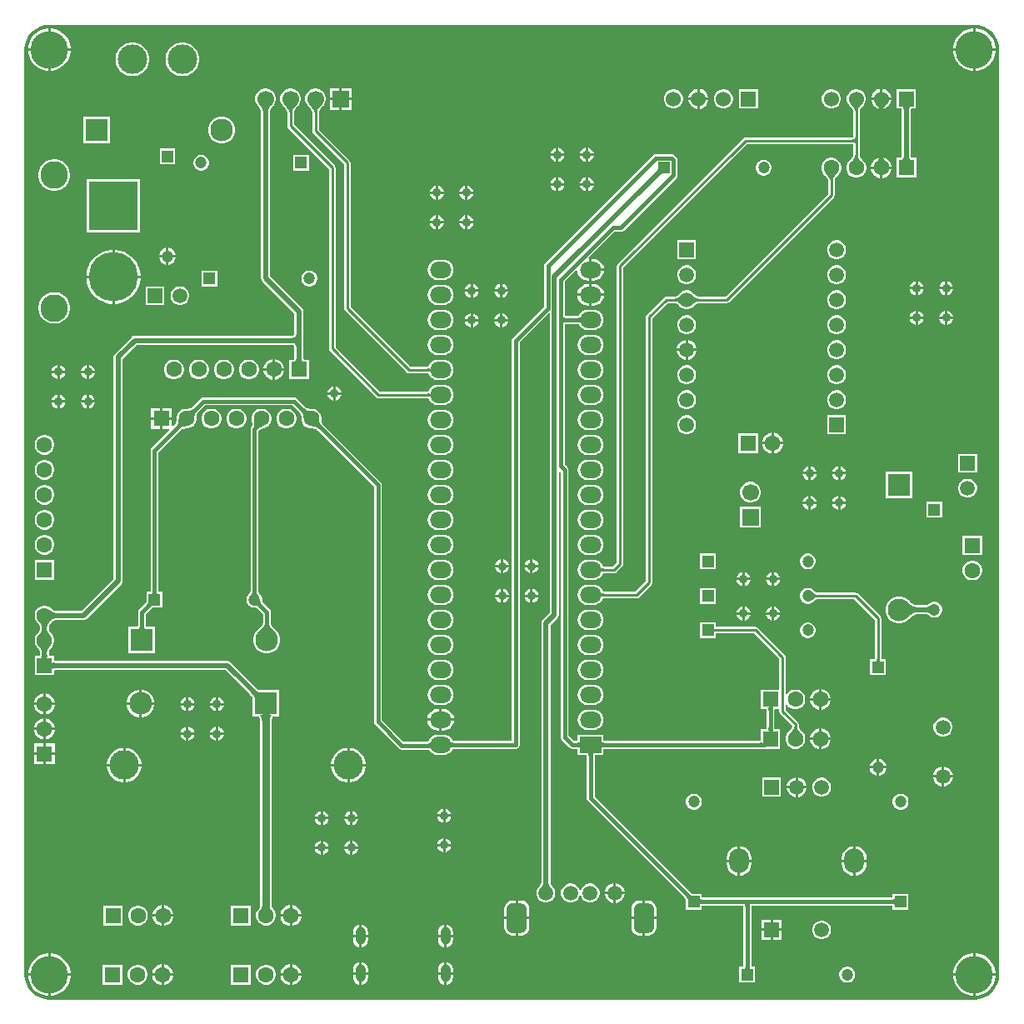
<source format=gbl>
G04*
G04 #@! TF.GenerationSoftware,Altium Limited,Altium Designer,21.2.1 (34)*
G04*
G04 Layer_Physical_Order=2*
G04 Layer_Color=16711680*
%FSLAX25Y25*%
%MOIN*%
G70*
G04*
G04 #@! TF.SameCoordinates,22B55974-3201-4BD1-88E3-0356CD7B76C8*
G04*
G04*
G04 #@! TF.FilePolarity,Positive*
G04*
G01*
G75*
%ADD10C,0.01000*%
%ADD15C,0.02000*%
%ADD66C,0.01500*%
%ADD67C,0.03000*%
%ADD68O,0.08661X0.06535*%
%ADD69R,0.08661X0.06535*%
%ADD70C,0.04724*%
%ADD71R,0.04724X0.04724*%
%ADD72R,0.04724X0.04724*%
%ADD73C,0.09055*%
%ADD74R,0.09055X0.09055*%
%ADD75C,0.11811*%
%ADD76C,0.06299*%
%ADD77R,0.06299X0.06299*%
%ADD78R,0.06299X0.06299*%
%ADD79R,0.05906X0.05906*%
%ADD80C,0.05906*%
%ADD81O,0.07874X0.09843*%
%ADD82R,0.05906X0.05906*%
%ADD83R,0.06000X0.06000*%
%ADD84C,0.06000*%
%ADD85C,0.14961*%
%ADD86C,0.06693*%
%ADD87R,0.06693X0.06693*%
%ADD88R,0.09055X0.09055*%
%ADD89O,0.03937X0.07087*%
%ADD90R,0.06693X0.06693*%
%ADD91C,0.11024*%
%ADD92R,0.19685X0.19685*%
%ADD93C,0.19685*%
G04:AMPARAMS|DCode=94|XSize=78.74mil|YSize=118.11mil|CornerRadius=19.68mil|HoleSize=0mil|Usage=FLASHONLY|Rotation=0.000|XOffset=0mil|YOffset=0mil|HoleType=Round|Shape=RoundedRectangle|*
%AMROUNDEDRECTD94*
21,1,0.07874,0.07874,0,0,0.0*
21,1,0.03937,0.11811,0,0,0.0*
1,1,0.03937,0.01968,-0.03937*
1,1,0.03937,-0.01968,-0.03937*
1,1,0.03937,-0.01968,0.03937*
1,1,0.03937,0.01968,0.03937*
%
%ADD94ROUNDEDRECTD94*%
%ADD95C,0.03600*%
G36*
X372531Y380396D02*
X374409Y379826D01*
X376140Y378901D01*
X377656Y377656D01*
X378901Y376140D01*
X379826Y374409D01*
X380396Y372531D01*
X380577Y370691D01*
X380555Y370579D01*
Y500D01*
X380577Y387D01*
X380396Y-1453D01*
X379826Y-3330D01*
X378901Y-5061D01*
X377656Y-6578D01*
X376140Y-7822D01*
X374409Y-8747D01*
X372531Y-9317D01*
X370691Y-9498D01*
X370579Y-9476D01*
X500D01*
X387Y-9498D01*
X-1453Y-9317D01*
X-3330Y-8747D01*
X-5061Y-7822D01*
X-6578Y-6578D01*
X-7822Y-5061D01*
X-8747Y-3330D01*
X-9317Y-1453D01*
X-9498Y387D01*
X-9476Y500D01*
Y370579D01*
X-9498Y370691D01*
X-9317Y372531D01*
X-8747Y374409D01*
X-7822Y376140D01*
X-6578Y377656D01*
X-5061Y378901D01*
X-3330Y379826D01*
X-1453Y380396D01*
X387Y380577D01*
X500Y380555D01*
X370579D01*
X370691Y380577D01*
X372531Y380396D01*
D02*
G37*
%LPC*%
G36*
X371414Y379059D02*
X371079D01*
Y371079D01*
X379059D01*
Y371414D01*
X378733Y373052D01*
X378094Y374596D01*
X377166Y375985D01*
X375985Y377166D01*
X374596Y378094D01*
X373052Y378733D01*
X371414Y379059D01*
D02*
G37*
G36*
X370079D02*
X369743D01*
X368105Y378733D01*
X366562Y378094D01*
X365173Y377166D01*
X363992Y375985D01*
X363064Y374596D01*
X362424Y373052D01*
X362098Y371414D01*
Y371079D01*
X370079D01*
Y379059D01*
D02*
G37*
G36*
X1335D02*
X1000D01*
Y371079D01*
X8980D01*
Y371414D01*
X8654Y373052D01*
X8015Y374596D01*
X7087Y375985D01*
X5906Y377166D01*
X4517Y378094D01*
X2974Y378733D01*
X1335Y379059D01*
D02*
G37*
G36*
X0D02*
X-335D01*
X-1974Y378733D01*
X-3517Y378094D01*
X-4906Y377166D01*
X-6087Y375985D01*
X-7015Y374596D01*
X-7654Y373052D01*
X-7980Y371414D01*
Y371079D01*
X0D01*
Y379059D01*
D02*
G37*
G36*
X379059Y370079D02*
X371079D01*
Y362098D01*
X371414D01*
X373052Y362424D01*
X374596Y363064D01*
X375985Y363992D01*
X377166Y365173D01*
X378094Y366562D01*
X378733Y368105D01*
X379059Y369743D01*
Y370079D01*
D02*
G37*
G36*
X370079D02*
X362098D01*
Y369743D01*
X362424Y368105D01*
X363064Y366562D01*
X363992Y365173D01*
X365173Y363992D01*
X366562Y363064D01*
X368105Y362424D01*
X369743Y362098D01*
X370079D01*
Y370079D01*
D02*
G37*
G36*
X8980D02*
X1000D01*
Y362098D01*
X1335D01*
X2974Y362424D01*
X4517Y363064D01*
X5906Y363992D01*
X7087Y365173D01*
X8015Y366562D01*
X8654Y368105D01*
X8980Y369743D01*
Y370079D01*
D02*
G37*
G36*
X0D02*
X-7980D01*
Y369743D01*
X-7654Y368105D01*
X-7015Y366562D01*
X-6087Y365173D01*
X-4906Y363992D01*
X-3517Y363064D01*
X-1974Y362424D01*
X-335Y362098D01*
X0D01*
Y370079D01*
D02*
G37*
G36*
X54310Y373347D02*
X52989D01*
X51694Y373090D01*
X50473Y372584D01*
X49375Y371850D01*
X48441Y370916D01*
X47707Y369818D01*
X47202Y368598D01*
X46944Y367302D01*
Y365981D01*
X47202Y364686D01*
X47707Y363465D01*
X48441Y362367D01*
X49375Y361433D01*
X50473Y360699D01*
X51694Y360194D01*
X52989Y359936D01*
X54310D01*
X55606Y360194D01*
X56826Y360699D01*
X57924Y361433D01*
X58858Y362367D01*
X59592Y363465D01*
X60097Y364686D01*
X60355Y365981D01*
Y367302D01*
X60097Y368598D01*
X59592Y369818D01*
X58858Y370916D01*
X57924Y371850D01*
X56826Y372584D01*
X55606Y373090D01*
X54310Y373347D01*
D02*
G37*
G36*
X34310D02*
X32989D01*
X31694Y373090D01*
X30473Y372584D01*
X29375Y371850D01*
X28441Y370916D01*
X27707Y369818D01*
X27202Y368598D01*
X26944Y367302D01*
Y365981D01*
X27202Y364686D01*
X27707Y363465D01*
X28441Y362367D01*
X29375Y361433D01*
X30473Y360699D01*
X31694Y360194D01*
X32989Y359936D01*
X34310D01*
X35605Y360194D01*
X36826Y360699D01*
X37924Y361433D01*
X38858Y362367D01*
X39592Y363465D01*
X40097Y364686D01*
X40355Y365981D01*
Y367302D01*
X40097Y368598D01*
X39592Y369818D01*
X38858Y370916D01*
X37924Y371850D01*
X36826Y372584D01*
X35605Y373090D01*
X34310Y373347D01*
D02*
G37*
G36*
X121303Y355240D02*
X117457D01*
Y351394D01*
X121303D01*
Y355240D01*
D02*
G37*
G36*
X260712Y354894D02*
X260685D01*
Y351394D01*
X264185D01*
Y351420D01*
X263912Y352438D01*
X263386Y353350D01*
X262641Y354095D01*
X261729Y354621D01*
X260712Y354894D01*
D02*
G37*
G36*
X333861D02*
X333835D01*
Y351394D01*
X337335D01*
Y351420D01*
X337062Y352438D01*
X336535Y353350D01*
X335791Y354095D01*
X334879Y354621D01*
X333861Y354894D01*
D02*
G37*
G36*
X332835D02*
X332808D01*
X331791Y354621D01*
X330879Y354095D01*
X330134Y353350D01*
X329607Y352438D01*
X329335Y351420D01*
Y351394D01*
X332835D01*
Y354894D01*
D02*
G37*
G36*
X259685D02*
X259658D01*
X258641Y354621D01*
X257729Y354095D01*
X256984Y353350D01*
X256458Y352438D01*
X256185Y351420D01*
Y351394D01*
X259685D01*
Y354894D01*
D02*
G37*
G36*
X116457Y355240D02*
X112610D01*
Y351394D01*
X116457D01*
Y355240D01*
D02*
G37*
G36*
X313835Y354694D02*
X312834D01*
X311868Y354435D01*
X311001Y353935D01*
X310294Y353227D01*
X309794Y352360D01*
X309535Y351394D01*
Y350393D01*
X309794Y349427D01*
X310294Y348560D01*
X311001Y347853D01*
X311868Y347353D01*
X312834Y347094D01*
X313835D01*
X314801Y347353D01*
X315668Y347853D01*
X316375Y348560D01*
X316876Y349427D01*
X317135Y350393D01*
Y351394D01*
X316876Y352360D01*
X316375Y353227D01*
X315668Y353935D01*
X314801Y354435D01*
X313835Y354694D01*
D02*
G37*
G36*
X283985D02*
X276385D01*
Y347094D01*
X283985D01*
Y354694D01*
D02*
G37*
G36*
X270685D02*
X269685D01*
X268718Y354435D01*
X267852Y353935D01*
X267144Y353227D01*
X266644Y352360D01*
X266385Y351394D01*
Y350393D01*
X266644Y349427D01*
X267144Y348560D01*
X267852Y347853D01*
X268718Y347353D01*
X269685Y347094D01*
X270685D01*
X271652Y347353D01*
X272518Y347853D01*
X273226Y348560D01*
X273726Y349427D01*
X273985Y350393D01*
Y351394D01*
X273726Y352360D01*
X273226Y353227D01*
X272518Y353935D01*
X271652Y354435D01*
X270685Y354694D01*
D02*
G37*
G36*
X250685D02*
X249685D01*
X248718Y354435D01*
X247852Y353935D01*
X247144Y353227D01*
X246644Y352360D01*
X246385Y351394D01*
Y350393D01*
X246644Y349427D01*
X247144Y348560D01*
X247852Y347853D01*
X248718Y347353D01*
X249685Y347094D01*
X250685D01*
X251652Y347353D01*
X252518Y347853D01*
X253226Y348560D01*
X253726Y349427D01*
X253985Y350393D01*
Y351394D01*
X253726Y352360D01*
X253226Y353227D01*
X252518Y353935D01*
X251652Y354435D01*
X250685Y354694D01*
D02*
G37*
G36*
X337335Y350394D02*
X333835D01*
Y348751D01*
X335435D01*
X335131Y348443D01*
X334619Y347857D01*
X334411Y347580D01*
X334235Y347313D01*
X334091Y347057D01*
X334038Y346941D01*
X334879Y347166D01*
X335791Y347693D01*
X336535Y348438D01*
X337062Y349350D01*
X337335Y350367D01*
Y350394D01*
D02*
G37*
G36*
X332835D02*
X329335D01*
Y350367D01*
X329607Y349350D01*
X330134Y348438D01*
X330879Y347693D01*
X331791Y347166D01*
X332631Y346941D01*
X332579Y347057D01*
X332435Y347313D01*
X332259Y347580D01*
X332051Y347857D01*
X331539Y348443D01*
X331235Y348751D01*
X332835D01*
Y350394D01*
D02*
G37*
G36*
X264185D02*
X260685D01*
Y346894D01*
X260712D01*
X261729Y347166D01*
X262641Y347693D01*
X263386Y348438D01*
X263912Y349350D01*
X264185Y350367D01*
Y350394D01*
D02*
G37*
G36*
X259685D02*
X256185D01*
Y350367D01*
X256458Y349350D01*
X256984Y348438D01*
X257729Y347693D01*
X258641Y347166D01*
X259658Y346894D01*
X259685D01*
Y350394D01*
D02*
G37*
G36*
X121303D02*
X117457D01*
Y346547D01*
X121303D01*
Y350394D01*
D02*
G37*
G36*
X116457D02*
X112610D01*
Y346547D01*
X116457D01*
Y350394D01*
D02*
G37*
G36*
X70201Y343828D02*
X68799D01*
X67444Y343464D01*
X66229Y342763D01*
X65237Y341771D01*
X64535Y340556D01*
X64172Y339201D01*
Y337799D01*
X64535Y336444D01*
X65237Y335229D01*
X66229Y334237D01*
X67444Y333536D01*
X68799Y333172D01*
X70201D01*
X71556Y333536D01*
X72771Y334237D01*
X73763Y335229D01*
X74464Y336444D01*
X74828Y337799D01*
Y339201D01*
X74464Y340556D01*
X73763Y341771D01*
X72771Y342763D01*
X71556Y343464D01*
X70201Y343828D01*
D02*
G37*
G36*
X24828D02*
X14172D01*
Y333172D01*
X24828D01*
Y343828D01*
D02*
G37*
G36*
X216000Y331265D02*
Y329000D01*
X218265D01*
X218109Y329581D01*
X217741Y330219D01*
X217219Y330741D01*
X216581Y331109D01*
X216000Y331265D01*
D02*
G37*
G36*
X215000D02*
X214419Y331109D01*
X213781Y330741D01*
X213259Y330219D01*
X212891Y329581D01*
X212735Y329000D01*
X215000D01*
Y331265D01*
D02*
G37*
G36*
X204189D02*
Y329000D01*
X206454D01*
X206298Y329581D01*
X205929Y330219D01*
X205408Y330741D01*
X204770Y331109D01*
X204189Y331265D01*
D02*
G37*
G36*
X203189D02*
X202608Y331109D01*
X201970Y330741D01*
X201448Y330219D01*
X201080Y329581D01*
X200924Y329000D01*
X203189D01*
Y331265D01*
D02*
G37*
G36*
X218265Y328000D02*
X216000D01*
Y325735D01*
X216581Y325891D01*
X217219Y326259D01*
X217741Y326781D01*
X218109Y327419D01*
X218265Y328000D01*
D02*
G37*
G36*
X215000D02*
X212735D01*
X212891Y327419D01*
X213259Y326781D01*
X213781Y326259D01*
X214419Y325891D01*
X215000Y325735D01*
Y328000D01*
D02*
G37*
G36*
X206454D02*
X204189D01*
Y325735D01*
X204770Y325891D01*
X205408Y326259D01*
X205929Y326781D01*
X206298Y327419D01*
X206454Y328000D01*
D02*
G37*
G36*
X203189D02*
X200924D01*
X201080Y327419D01*
X201448Y326781D01*
X201970Y326259D01*
X202608Y325891D01*
X203189Y325735D01*
Y328000D01*
D02*
G37*
G36*
X50906Y331064D02*
X44582D01*
Y324739D01*
X50906D01*
Y331064D01*
D02*
G37*
G36*
X334082Y327430D02*
X334107Y327376D01*
X334261Y327107D01*
X334448Y326826D01*
X334670Y326533D01*
X335215Y325912D01*
X335539Y325584D01*
X333835D01*
Y323835D01*
X337484D01*
Y323881D01*
X337201Y324936D01*
X336655Y325883D01*
X335883Y326655D01*
X334936Y327202D01*
X334082Y327430D01*
D02*
G37*
G36*
X332587D02*
X331733Y327202D01*
X330787Y326655D01*
X330014Y325883D01*
X329468Y324936D01*
X329185Y323881D01*
Y323835D01*
X332835D01*
Y325584D01*
X331130D01*
X331454Y325912D01*
X331999Y326533D01*
X332221Y326826D01*
X332408Y327107D01*
X332562Y327376D01*
X332587Y327430D01*
D02*
G37*
G36*
X104371Y328465D02*
X98046D01*
Y322141D01*
X104371D01*
Y328465D01*
D02*
G37*
G36*
X61625D02*
X60792D01*
X59988Y328250D01*
X59267Y327834D01*
X58678Y327245D01*
X58262Y326524D01*
X58047Y325719D01*
Y324887D01*
X58262Y324083D01*
X58678Y323361D01*
X59267Y322773D01*
X59988Y322356D01*
X60792Y322141D01*
X61625D01*
X62429Y322356D01*
X63150Y322773D01*
X63739Y323361D01*
X64155Y324083D01*
X64371Y324887D01*
Y325719D01*
X64155Y326524D01*
X63739Y327245D01*
X63150Y327834D01*
X62429Y328250D01*
X61625Y328465D01*
D02*
G37*
G36*
X286664Y326497D02*
X285832D01*
X285028Y326281D01*
X284306Y325865D01*
X283718Y325276D01*
X283301Y324555D01*
X283086Y323751D01*
Y322918D01*
X283301Y322114D01*
X283718Y321393D01*
X284306Y320804D01*
X285028Y320388D01*
X285832Y320172D01*
X286664D01*
X287469Y320388D01*
X288190Y320804D01*
X288778Y321393D01*
X289195Y322114D01*
X289410Y322918D01*
Y323751D01*
X289195Y324555D01*
X288778Y325276D01*
X288190Y325865D01*
X287469Y326281D01*
X286664Y326497D01*
D02*
G37*
G36*
X347135Y354694D02*
X339535D01*
Y347094D01*
X341257D01*
X341324Y347087D01*
X341354Y347036D01*
X341400Y346924D01*
X341447Y346752D01*
X341485Y346523D01*
X341499Y346358D01*
Y328016D01*
X341485Y327850D01*
X341446Y327619D01*
X341400Y327445D01*
X341354Y327331D01*
X341325Y327284D01*
X339385D01*
Y319385D01*
X347284D01*
Y327284D01*
X345344D01*
X345316Y327331D01*
X345269Y327445D01*
X345223Y327619D01*
X345184Y327850D01*
X345170Y328016D01*
Y346358D01*
X345184Y346523D01*
X345223Y346752D01*
X345269Y346924D01*
X345315Y347036D01*
X345346Y347087D01*
X345412Y347094D01*
X347135D01*
Y354694D01*
D02*
G37*
G36*
X323835D02*
X322834D01*
X321868Y354435D01*
X321001Y353935D01*
X320294Y353227D01*
X319794Y352360D01*
X319535Y351394D01*
Y350393D01*
X319794Y349427D01*
X320294Y348560D01*
X320612Y348243D01*
X320654Y348179D01*
X320941Y347888D01*
X321416Y347343D01*
X321591Y347110D01*
X321738Y346888D01*
X321851Y346687D01*
X321931Y346510D01*
X321983Y346358D01*
X322009Y346235D01*
Y335544D01*
X322002Y335502D01*
X322000Y335496D01*
X321994Y335494D01*
X321952Y335487D01*
X279043D01*
X278536Y335386D01*
X278106Y335099D01*
X227909Y284902D01*
X227622Y284472D01*
X227521Y283965D01*
Y165419D01*
X225896Y163794D01*
X222074D01*
X222003Y163800D01*
X221947Y163808D01*
X221652Y164520D01*
X221000Y165370D01*
X220150Y166022D01*
X219160Y166431D01*
X218098Y166571D01*
X215972D01*
X214911Y166431D01*
X213921Y166022D01*
X213071Y165370D01*
X212419Y164520D01*
X212009Y163530D01*
X211870Y162469D01*
X212009Y161407D01*
X212419Y160417D01*
X213071Y159567D01*
X213921Y158915D01*
X214911Y158505D01*
X215972Y158366D01*
X218098D01*
X219160Y158505D01*
X220150Y158915D01*
X221000Y159567D01*
X221652Y160417D01*
X221947Y161129D01*
X222003Y161137D01*
X222074Y161143D01*
X226445D01*
X226952Y161244D01*
X227382Y161531D01*
X229784Y163933D01*
X230071Y164363D01*
X230172Y164870D01*
Y283416D01*
X279592Y332836D01*
X321952D01*
X321994Y332829D01*
X322000Y332827D01*
X322002Y332821D01*
X322009Y332779D01*
Y328238D01*
X322009Y328231D01*
X321980Y328100D01*
X321924Y327939D01*
X321836Y327750D01*
X321714Y327536D01*
X321556Y327299D01*
X321367Y327049D01*
X320856Y326468D01*
X320549Y326157D01*
X320507Y326093D01*
X320174Y325760D01*
X319654Y324859D01*
X319385Y323855D01*
Y322815D01*
X319654Y321810D01*
X320174Y320910D01*
X320910Y320174D01*
X321810Y319654D01*
X322815Y319385D01*
X323855D01*
X324859Y319654D01*
X325760Y320174D01*
X326495Y320910D01*
X327015Y321810D01*
X327284Y322815D01*
Y323855D01*
X327015Y324859D01*
X326495Y325760D01*
X326162Y326093D01*
X326120Y326157D01*
X325813Y326468D01*
X325302Y327049D01*
X325113Y327299D01*
X324955Y327536D01*
X324833Y327750D01*
X324745Y327939D01*
X324689Y328100D01*
X324661Y328231D01*
X324660Y328238D01*
Y334161D01*
Y346235D01*
X324686Y346358D01*
X324738Y346510D01*
X324819Y346688D01*
X324932Y346888D01*
X325078Y347110D01*
X325253Y347343D01*
X325729Y347888D01*
X326016Y348179D01*
X326058Y348243D01*
X326375Y348560D01*
X326876Y349427D01*
X327135Y350393D01*
Y351394D01*
X326876Y352360D01*
X326375Y353227D01*
X325668Y353935D01*
X324801Y354435D01*
X323835Y354694D01*
D02*
G37*
G36*
X337484Y322835D02*
X333835D01*
Y319185D01*
X333881D01*
X334936Y319468D01*
X335883Y320014D01*
X336655Y320787D01*
X337201Y321733D01*
X337484Y322788D01*
Y322835D01*
D02*
G37*
G36*
X332835D02*
X329185D01*
Y322788D01*
X329468Y321733D01*
X330014Y320787D01*
X330787Y320014D01*
X331733Y319468D01*
X332788Y319185D01*
X332835D01*
Y322835D01*
D02*
G37*
G36*
X216000Y319454D02*
Y317189D01*
X218265D01*
X218109Y317770D01*
X217741Y318408D01*
X217219Y318930D01*
X216581Y319298D01*
X216000Y319454D01*
D02*
G37*
G36*
X215000D02*
X214419Y319298D01*
X213781Y318930D01*
X213259Y318408D01*
X212891Y317770D01*
X212735Y317189D01*
X215000D01*
Y319454D01*
D02*
G37*
G36*
X204189D02*
Y317189D01*
X206454D01*
X206298Y317770D01*
X205929Y318408D01*
X205408Y318930D01*
X204770Y319298D01*
X204189Y319454D01*
D02*
G37*
G36*
X203189D02*
X202608Y319298D01*
X201970Y318930D01*
X201448Y318408D01*
X201080Y317770D01*
X200924Y317189D01*
X203189D01*
Y319454D01*
D02*
G37*
G36*
X3090Y326694D02*
X1847D01*
X627Y326451D01*
X-521Y325975D01*
X-1555Y325285D01*
X-2434Y324405D01*
X-3125Y323372D01*
X-3601Y322223D01*
X-3843Y321004D01*
Y319760D01*
X-3601Y318541D01*
X-3125Y317392D01*
X-2434Y316358D01*
X-1555Y315479D01*
X-521Y314788D01*
X627Y314313D01*
X1847Y314070D01*
X3090D01*
X4310Y314313D01*
X5458Y314788D01*
X6492Y315479D01*
X7371Y316358D01*
X8062Y317392D01*
X8538Y318541D01*
X8780Y319760D01*
Y321004D01*
X8538Y322223D01*
X8062Y323372D01*
X7371Y324405D01*
X6492Y325285D01*
X5458Y325975D01*
X4310Y326451D01*
X3090Y326694D01*
D02*
G37*
G36*
X218265Y316189D02*
X216000D01*
Y313924D01*
X216581Y314080D01*
X217219Y314448D01*
X217741Y314970D01*
X218109Y315608D01*
X218265Y316189D01*
D02*
G37*
G36*
X215000D02*
X212735D01*
X212891Y315608D01*
X213259Y314970D01*
X213781Y314448D01*
X214419Y314080D01*
X215000Y313924D01*
Y316189D01*
D02*
G37*
G36*
X206454D02*
X204189D01*
Y313924D01*
X204770Y314080D01*
X205408Y314448D01*
X205929Y314970D01*
X206298Y315608D01*
X206454Y316189D01*
D02*
G37*
G36*
X203189D02*
X200924D01*
X201080Y315608D01*
X201448Y314970D01*
X201970Y314448D01*
X202608Y314080D01*
X203189Y313924D01*
Y316189D01*
D02*
G37*
G36*
X167811Y316076D02*
Y313811D01*
X170076D01*
X169920Y314392D01*
X169552Y315030D01*
X169030Y315552D01*
X168392Y315920D01*
X167811Y316076D01*
D02*
G37*
G36*
X166811D02*
X166230Y315920D01*
X165592Y315552D01*
X165070Y315030D01*
X164702Y314392D01*
X164546Y313811D01*
X166811D01*
Y316076D01*
D02*
G37*
G36*
X156000D02*
Y313811D01*
X158265D01*
X158109Y314392D01*
X157741Y315030D01*
X157219Y315552D01*
X156581Y315920D01*
X156000Y316076D01*
D02*
G37*
G36*
X155000D02*
X154419Y315920D01*
X153781Y315552D01*
X153259Y315030D01*
X152891Y314392D01*
X152735Y313811D01*
X155000D01*
Y316076D01*
D02*
G37*
G36*
X170076Y312811D02*
X167811D01*
Y310546D01*
X168392Y310702D01*
X169030Y311070D01*
X169552Y311592D01*
X169920Y312230D01*
X170076Y312811D01*
D02*
G37*
G36*
X166811D02*
X164546D01*
X164702Y312230D01*
X165070Y311592D01*
X165592Y311070D01*
X166230Y310702D01*
X166811Y310546D01*
Y312811D01*
D02*
G37*
G36*
X158265D02*
X156000D01*
Y310546D01*
X156581Y310702D01*
X157219Y311070D01*
X157741Y311592D01*
X158109Y312230D01*
X158265Y312811D01*
D02*
G37*
G36*
X155000D02*
X152735D01*
X152891Y312230D01*
X153259Y311592D01*
X153781Y311070D01*
X154419Y310702D01*
X155000Y310546D01*
Y312811D01*
D02*
G37*
G36*
X167811Y304265D02*
Y302000D01*
X170076D01*
X169920Y302581D01*
X169552Y303219D01*
X169030Y303741D01*
X168392Y304109D01*
X167811Y304265D01*
D02*
G37*
G36*
X166811D02*
X166230Y304109D01*
X165592Y303741D01*
X165070Y303219D01*
X164702Y302581D01*
X164546Y302000D01*
X166811D01*
Y304265D01*
D02*
G37*
G36*
X156000D02*
Y302000D01*
X158265D01*
X158109Y302581D01*
X157741Y303219D01*
X157219Y303741D01*
X156581Y304109D01*
X156000Y304265D01*
D02*
G37*
G36*
X155000D02*
X154419Y304109D01*
X153781Y303741D01*
X153259Y303219D01*
X152891Y302581D01*
X152735Y302000D01*
X155000D01*
Y304265D01*
D02*
G37*
G36*
X170076Y301000D02*
X167811D01*
Y298735D01*
X168392Y298891D01*
X169030Y299259D01*
X169552Y299781D01*
X169920Y300419D01*
X170076Y301000D01*
D02*
G37*
G36*
X166811D02*
X164546D01*
X164702Y300419D01*
X165070Y299781D01*
X165592Y299259D01*
X166230Y298891D01*
X166811Y298735D01*
Y301000D01*
D02*
G37*
G36*
X158265D02*
X156000D01*
Y298735D01*
X156581Y298891D01*
X157219Y299259D01*
X157741Y299781D01*
X158109Y300419D01*
X158265Y301000D01*
D02*
G37*
G36*
X155000D02*
X152735D01*
X152891Y300419D01*
X153259Y299781D01*
X153781Y299259D01*
X154419Y298891D01*
X155000Y298735D01*
Y301000D01*
D02*
G37*
G36*
X36733Y318623D02*
X15448D01*
Y297338D01*
X36733D01*
Y318623D01*
D02*
G37*
G36*
X48244Y291248D02*
Y288402D01*
X51091D01*
X50877Y289199D01*
X50434Y289966D01*
X49808Y290592D01*
X49042Y291035D01*
X48244Y291248D01*
D02*
G37*
G36*
X47244D02*
X46446Y291035D01*
X45680Y290592D01*
X45054Y289966D01*
X44611Y289199D01*
X44397Y288402D01*
X47244D01*
Y291248D01*
D02*
G37*
G36*
X315955Y294253D02*
X314967D01*
X314012Y293997D01*
X313156Y293503D01*
X312458Y292804D01*
X311964Y291949D01*
X311708Y290994D01*
Y290006D01*
X311964Y289052D01*
X312458Y288196D01*
X313156Y287497D01*
X314012Y287003D01*
X314967Y286747D01*
X315955D01*
X316909Y287003D01*
X317765Y287497D01*
X318464Y288196D01*
X318958Y289052D01*
X319213Y290006D01*
Y290994D01*
X318958Y291949D01*
X318464Y292804D01*
X317765Y293503D01*
X316909Y293997D01*
X315955Y294253D01*
D02*
G37*
G36*
X259213D02*
X251708D01*
Y286747D01*
X259213D01*
Y294253D01*
D02*
G37*
G36*
X51091Y287402D02*
X48244D01*
Y284555D01*
X49042Y284769D01*
X49808Y285211D01*
X50434Y285837D01*
X50877Y286604D01*
X51091Y287402D01*
D02*
G37*
G36*
X47244D02*
X44397D01*
X44611Y286604D01*
X45054Y285837D01*
X45680Y285211D01*
X46446Y284769D01*
X47244Y284555D01*
Y287402D01*
D02*
G37*
G36*
X218098Y286773D02*
X217535D01*
Y282968D01*
X222337D01*
X222256Y283583D01*
X221826Y284621D01*
X221142Y285512D01*
X220251Y286196D01*
X219213Y286626D01*
X218098Y286773D01*
D02*
G37*
G36*
X26944Y290476D02*
X26591D01*
Y280134D01*
X36933D01*
Y280487D01*
X36666Y282173D01*
X36139Y283796D01*
X35364Y285317D01*
X34361Y286697D01*
X33154Y287904D01*
X31773Y288907D01*
X30253Y289682D01*
X28629Y290209D01*
X26944Y290476D01*
D02*
G37*
G36*
X25591D02*
X25237D01*
X23552Y290209D01*
X21928Y289682D01*
X20408Y288907D01*
X19027Y287904D01*
X17820Y286697D01*
X16817Y285317D01*
X16042Y283796D01*
X15515Y282173D01*
X15248Y280487D01*
Y280134D01*
X25591D01*
Y290476D01*
D02*
G37*
G36*
X158098Y286571D02*
X155972D01*
X154911Y286432D01*
X153921Y286022D01*
X153071Y285370D01*
X152419Y284520D01*
X152009Y283530D01*
X151870Y282469D01*
X152009Y281407D01*
X152419Y280417D01*
X153071Y279567D01*
X153921Y278915D01*
X154911Y278505D01*
X155972Y278366D01*
X158098D01*
X159160Y278505D01*
X160150Y278915D01*
X161000Y279567D01*
X161652Y280417D01*
X162061Y281407D01*
X162201Y282469D01*
X162061Y283530D01*
X161652Y284520D01*
X161000Y285370D01*
X160150Y286022D01*
X159160Y286432D01*
X158098Y286571D01*
D02*
G37*
G36*
X222337Y281968D02*
X217535D01*
Y278164D01*
X218098D01*
X219213Y278311D01*
X220251Y278741D01*
X221142Y279425D01*
X221826Y280316D01*
X222256Y281354D01*
X222337Y281968D01*
D02*
G37*
G36*
X249252Y328827D02*
X243244D01*
X242639Y328707D01*
X242126Y328364D01*
X198832Y285071D01*
X198490Y284558D01*
X198370Y283953D01*
Y267750D01*
X185918Y255299D01*
X185575Y254786D01*
X185455Y254181D01*
Y94049D01*
X162363D01*
X162212Y94060D01*
X162002Y94089D01*
X161845Y94124D01*
X161811Y94136D01*
X161652Y94520D01*
X161000Y95370D01*
X160150Y96022D01*
X159160Y96431D01*
X158098Y96571D01*
X155972D01*
X154911Y96431D01*
X153921Y96022D01*
X153071Y95370D01*
X152419Y94520D01*
X152101Y93752D01*
X151989Y93726D01*
X151789Y93698D01*
X151643Y93687D01*
X142115D01*
X133541Y102261D01*
Y196283D01*
X133421Y196888D01*
X133078Y197401D01*
X109786Y220693D01*
X109698Y220816D01*
X109605Y220982D01*
X109519Y221174D01*
X109444Y221392D01*
X109381Y221638D01*
X109332Y221900D01*
X109273Y222556D01*
X109268Y222920D01*
X109253Y222993D01*
Y223461D01*
X108984Y224465D01*
X108464Y225366D01*
X107728Y226101D01*
X106828Y226621D01*
X105823Y226890D01*
X105355D01*
X105282Y226906D01*
X104907Y226911D01*
X104577Y226932D01*
X104274Y226968D01*
X104000Y227018D01*
X103754Y227082D01*
X103536Y227157D01*
X103344Y227242D01*
X103178Y227336D01*
X103055Y227424D01*
X99531Y230948D01*
X99018Y231291D01*
X98413Y231411D01*
X62193D01*
X61588Y231291D01*
X61075Y230948D01*
X57551Y227424D01*
X57428Y227336D01*
X57262Y227242D01*
X57070Y227157D01*
X56852Y227082D01*
X56606Y227018D01*
X56344Y226970D01*
X55689Y226911D01*
X55324Y226906D01*
X55251Y226890D01*
X54783D01*
X53779Y226621D01*
X52878Y226101D01*
X52143Y225366D01*
X51623Y224465D01*
X51354Y223461D01*
Y222993D01*
X51338Y222920D01*
X51333Y222544D01*
X51312Y222214D01*
X51276Y221912D01*
X51226Y221638D01*
X51162Y221392D01*
X51087Y221174D01*
X51002Y220982D01*
X50908Y220816D01*
X50820Y220693D01*
X49915Y219788D01*
X49453Y219979D01*
Y222441D01*
X45803D01*
Y218791D01*
X48265D01*
X48457Y218329D01*
X41383Y211255D01*
X41040Y210743D01*
X40920Y210138D01*
Y154016D01*
X40910Y153908D01*
X40884Y153751D01*
X40860Y153662D01*
X39338D01*
Y150290D01*
X39334Y150271D01*
X39338Y150253D01*
Y149699D01*
X39332Y149689D01*
X39205Y149506D01*
X38841Y149076D01*
X36382Y146617D01*
X36040Y146105D01*
X35920Y145500D01*
Y140056D01*
X35910Y139947D01*
X35884Y139791D01*
X35860Y139702D01*
X32172D01*
Y129046D01*
X42828D01*
Y139702D01*
X39140D01*
X39116Y139791D01*
X39090Y139947D01*
X39080Y140056D01*
Y144845D01*
X41007Y146772D01*
X41277Y147022D01*
X41497Y147199D01*
X41689Y147332D01*
X41699Y147338D01*
X42253D01*
X42271Y147334D01*
X42290Y147338D01*
X45662D01*
Y153662D01*
X44140D01*
X44116Y153751D01*
X44090Y153908D01*
X44080Y154016D01*
Y209483D01*
X53055Y218458D01*
X53178Y218546D01*
X53344Y218640D01*
X53536Y218725D01*
X53754Y218800D01*
X54000Y218864D01*
X54263Y218912D01*
X54918Y218971D01*
X55282Y218976D01*
X55355Y218991D01*
X55823D01*
X56828Y219261D01*
X57728Y219780D01*
X58464Y220516D01*
X58984Y221416D01*
X59253Y222421D01*
Y222889D01*
X59268Y222962D01*
X59273Y223337D01*
X59294Y223668D01*
X59330Y223970D01*
X59381Y224244D01*
X59444Y224490D01*
X59519Y224708D01*
X59605Y224900D01*
X59698Y225066D01*
X59786Y225189D01*
X62848Y228250D01*
X97759D01*
X100820Y225189D01*
X100908Y225066D01*
X101002Y224900D01*
X101087Y224708D01*
X101162Y224490D01*
X101226Y224244D01*
X101274Y223981D01*
X101333Y223326D01*
X101338Y222962D01*
X101354Y222889D01*
Y222421D01*
X101623Y221416D01*
X102143Y220516D01*
X102878Y219780D01*
X103779Y219261D01*
X104783Y218991D01*
X105251D01*
X105324Y218976D01*
X105700Y218971D01*
X106030Y218950D01*
X106332Y218914D01*
X106606Y218864D01*
X106852Y218800D01*
X107071Y218725D01*
X107262Y218640D01*
X107428Y218546D01*
X107551Y218458D01*
X130380Y195629D01*
Y101606D01*
X130501Y101002D01*
X130843Y100489D01*
X140343Y90989D01*
X140856Y90646D01*
X141461Y90526D01*
X151822D01*
X151975Y90515D01*
X152192Y90486D01*
X152361Y90449D01*
X152413Y90432D01*
X152419Y90417D01*
X153071Y89567D01*
X153921Y88915D01*
X154911Y88506D01*
X155972Y88366D01*
X158098D01*
X159160Y88506D01*
X160150Y88915D01*
X161000Y89567D01*
X161652Y90417D01*
X161811Y90801D01*
X161845Y90813D01*
X161989Y90845D01*
X162404Y90888D01*
X187035D01*
X187640Y91008D01*
X188153Y91351D01*
X188496Y91864D01*
X188616Y92469D01*
Y253526D01*
X200203Y265113D01*
X200665Y264922D01*
Y145260D01*
X197824Y142420D01*
X197426Y141824D01*
X197287Y141122D01*
Y37425D01*
X197273Y37313D01*
X197234Y37118D01*
X197178Y36929D01*
X197107Y36746D01*
X197020Y36566D01*
X196914Y36389D01*
X196791Y36214D01*
X196647Y36040D01*
X196465Y35849D01*
X196427Y35789D01*
X196119Y35481D01*
X195625Y34626D01*
X195369Y33671D01*
Y32683D01*
X195625Y31729D01*
X196119Y30873D01*
X196818Y30174D01*
X197673Y29680D01*
X198628Y29424D01*
X199616D01*
X200571Y29680D01*
X201426Y30174D01*
X202125Y30873D01*
X202619Y31729D01*
X202875Y32683D01*
Y33671D01*
X202619Y34626D01*
X202125Y35481D01*
X201817Y35790D01*
X201779Y35849D01*
X201597Y36040D01*
X201453Y36214D01*
X201330Y36389D01*
X201225Y36566D01*
X201137Y36746D01*
X201066Y36929D01*
X201010Y37118D01*
X200971Y37313D01*
X200957Y37425D01*
Y140362D01*
X203798Y143202D01*
X204196Y143798D01*
X204335Y144500D01*
Y201513D01*
X204835Y201760D01*
X205031Y201611D01*
Y95524D01*
X205151Y94919D01*
X205494Y94406D01*
X208549Y91351D01*
X209062Y91008D01*
X209667Y90888D01*
X211551D01*
X211659Y90879D01*
X211816Y90853D01*
X211905Y90829D01*
Y88401D01*
X215193D01*
X215223Y88380D01*
X215338Y88358D01*
X215387Y88342D01*
X215391Y88333D01*
X215420Y88226D01*
X215446Y88071D01*
X215455Y87965D01*
Y71051D01*
X215575Y70446D01*
X215918Y69934D01*
X254650Y31201D01*
X254900Y30933D01*
X255078Y30711D01*
X255212Y30520D01*
Y26550D01*
X261536D01*
Y28073D01*
X261625Y28097D01*
X261782Y28123D01*
X261890Y28132D01*
X277675D01*
X277802Y28110D01*
X277903Y28076D01*
X277967Y28042D01*
X278008Y28008D01*
X278042Y27967D01*
X278076Y27903D01*
X278110Y27802D01*
X278132Y27674D01*
Y4016D01*
X278123Y3908D01*
X278097Y3751D01*
X278073Y3662D01*
X276550D01*
Y-2662D01*
X282875D01*
Y3662D01*
X281352D01*
X281328Y3751D01*
X281302Y3908D01*
X281293Y4016D01*
Y27674D01*
X281315Y27802D01*
X281349Y27903D01*
X281384Y27967D01*
X281417Y28008D01*
X281458Y28042D01*
X281522Y28076D01*
X281624Y28110D01*
X281751Y28132D01*
X337535D01*
X337643Y28123D01*
X337800Y28097D01*
X337889Y28073D01*
Y26550D01*
X344213D01*
Y32875D01*
X337889D01*
Y31352D01*
X337800Y31328D01*
X337643Y31302D01*
X337535Y31293D01*
X261890D01*
X261782Y31302D01*
X261625Y31328D01*
X261536Y31352D01*
Y32875D01*
X257567D01*
X257384Y33003D01*
X256954Y33368D01*
X218616Y71706D01*
Y87965D01*
X218625Y88071D01*
X218651Y88226D01*
X218680Y88333D01*
X218684Y88342D01*
X218733Y88358D01*
X218848Y88380D01*
X218878Y88401D01*
X222166D01*
Y90829D01*
X222255Y90853D01*
X222412Y90879D01*
X222520Y90888D01*
X286571D01*
X286674Y90909D01*
X292910D01*
Y98808D01*
X290600D01*
X290576Y98897D01*
X290550Y99054D01*
X290541Y99162D01*
Y106299D01*
X290550Y106406D01*
X290576Y106560D01*
X290602Y106657D01*
X292482D01*
Y105815D01*
X292583Y105308D01*
X292870Y104878D01*
X297635Y100112D01*
Y99762D01*
X297635Y99755D01*
X297606Y99624D01*
X297550Y99463D01*
X297462Y99274D01*
X297340Y99060D01*
X297182Y98823D01*
X296993Y98573D01*
X296482Y97992D01*
X296175Y97680D01*
X296133Y97616D01*
X295800Y97283D01*
X295280Y96383D01*
X295011Y95378D01*
Y94338D01*
X295280Y93334D01*
X295800Y92433D01*
X296535Y91698D01*
X297436Y91178D01*
X298441Y90909D01*
X299481D01*
X300485Y91178D01*
X301386Y91698D01*
X302121Y92433D01*
X302641Y93334D01*
X302910Y94338D01*
Y95378D01*
X302641Y96383D01*
X302121Y97283D01*
X301788Y97616D01*
X301746Y97680D01*
X301439Y97992D01*
X300928Y98573D01*
X300739Y98823D01*
X300581Y99059D01*
X300459Y99274D01*
X300371Y99463D01*
X300315Y99624D01*
X300287Y99755D01*
X300286Y99762D01*
Y100661D01*
X300185Y101169D01*
X299898Y101599D01*
X295133Y106364D01*
Y108337D01*
X295633Y108472D01*
X295800Y108181D01*
X296535Y107446D01*
X297436Y106926D01*
X298441Y106657D01*
X299481D01*
X300485Y106926D01*
X301386Y107446D01*
X302121Y108181D01*
X302641Y109082D01*
X302910Y110086D01*
Y111126D01*
X302641Y112131D01*
X302121Y113031D01*
X301386Y113767D01*
X300485Y114287D01*
X299481Y114556D01*
X298441D01*
X297436Y114287D01*
X296535Y113767D01*
X295800Y113031D01*
X295633Y112741D01*
X295133Y112875D01*
Y127469D01*
X295032Y127976D01*
X294744Y128406D01*
X283918Y139233D01*
X283488Y139520D01*
X282980Y139621D01*
X267127D01*
Y141457D01*
X260802D01*
Y135133D01*
X267127D01*
Y136970D01*
X282431D01*
X292482Y126919D01*
Y114556D01*
X285011D01*
Y106657D01*
X287319D01*
X287345Y106560D01*
X287371Y106406D01*
X287380Y106299D01*
Y99162D01*
X287371Y99054D01*
X287345Y98897D01*
X287321Y98808D01*
X285011D01*
Y94109D01*
X284920Y94084D01*
X284764Y94058D01*
X284656Y94049D01*
X222520D01*
X222412Y94058D01*
X222255Y94084D01*
X222166Y94108D01*
Y96536D01*
X211905D01*
Y94108D01*
X211816Y94084D01*
X211659Y94058D01*
X211551Y94049D01*
X210321D01*
X208192Y96178D01*
Y202451D01*
X208071Y203056D01*
X207729Y203568D01*
X206630Y204667D01*
Y260430D01*
X206653Y260558D01*
X206686Y260659D01*
X206721Y260723D01*
X206755Y260764D01*
X206796Y260798D01*
X206860Y260832D01*
X206961Y260866D01*
X207088Y260888D01*
X211708D01*
X211859Y260877D01*
X212069Y260848D01*
X212226Y260813D01*
X212260Y260801D01*
X212419Y260417D01*
X213071Y259567D01*
X213921Y258915D01*
X214911Y258506D01*
X215972Y258366D01*
X218098D01*
X219160Y258506D01*
X220150Y258915D01*
X221000Y259567D01*
X221652Y260417D01*
X222061Y261407D01*
X222201Y262469D01*
X222061Y263530D01*
X221652Y264520D01*
X221000Y265370D01*
X220150Y266022D01*
X219160Y266431D01*
X218098Y266571D01*
X215972D01*
X214911Y266431D01*
X213921Y266022D01*
X213071Y265370D01*
X212419Y264520D01*
X212260Y264136D01*
X212226Y264124D01*
X212082Y264092D01*
X211667Y264049D01*
X207088D01*
X206961Y264071D01*
X206860Y264105D01*
X206796Y264140D01*
X206755Y264173D01*
X206721Y264214D01*
X206686Y264278D01*
X206653Y264379D01*
X206630Y264507D01*
Y277705D01*
X211190Y282265D01*
X211718Y282086D01*
X211815Y281354D01*
X212245Y280316D01*
X212929Y279425D01*
X213820Y278741D01*
X214858Y278311D01*
X215972Y278164D01*
X216535D01*
Y282469D01*
Y286773D01*
X216406D01*
X216199Y287273D01*
X226690Y297764D01*
X229175D01*
X229780Y297885D01*
X230292Y298227D01*
X251278Y319213D01*
X251620Y319726D01*
X251741Y320330D01*
Y326339D01*
X251620Y326944D01*
X251278Y327456D01*
X250370Y328364D01*
X249857Y328707D01*
X249252Y328827D01*
D02*
G37*
G36*
X315955Y284253D02*
X314967D01*
X314012Y283997D01*
X313156Y283503D01*
X312458Y282804D01*
X311964Y281948D01*
X311708Y280994D01*
Y280006D01*
X311964Y279051D01*
X312458Y278196D01*
X313156Y277497D01*
X314012Y277003D01*
X314967Y276747D01*
X315955D01*
X316909Y277003D01*
X317765Y277497D01*
X318464Y278196D01*
X318958Y279051D01*
X319213Y280006D01*
Y280994D01*
X318958Y281948D01*
X318464Y282804D01*
X317765Y283503D01*
X316909Y283997D01*
X315955Y284253D01*
D02*
G37*
G36*
X255955D02*
X254967D01*
X254012Y283997D01*
X253156Y283503D01*
X252458Y282804D01*
X251964Y281948D01*
X251708Y280994D01*
Y280006D01*
X251964Y279051D01*
X252458Y278196D01*
X253156Y277497D01*
X254012Y277003D01*
X254967Y276747D01*
X255955D01*
X256909Y277003D01*
X257765Y277497D01*
X258464Y278196D01*
X258958Y279051D01*
X259213Y280006D01*
Y280994D01*
X258958Y281948D01*
X258464Y282804D01*
X257765Y283503D01*
X256909Y283997D01*
X255955Y284253D01*
D02*
G37*
G36*
X104893Y282206D02*
X104060D01*
X103256Y281990D01*
X102535Y281574D01*
X101946Y280985D01*
X101530Y280264D01*
X101314Y279460D01*
Y278627D01*
X101530Y277823D01*
X101946Y277102D01*
X102535Y276513D01*
X103256Y276097D01*
X104060Y275881D01*
X104893D01*
X105697Y276097D01*
X106418Y276513D01*
X107007Y277102D01*
X107423Y277823D01*
X107639Y278627D01*
Y279460D01*
X107423Y280264D01*
X107007Y280985D01*
X106418Y281574D01*
X105697Y281990D01*
X104893Y282206D01*
D02*
G37*
G36*
X67639D02*
X61314D01*
Y275881D01*
X67639D01*
Y282206D01*
D02*
G37*
G36*
X359772Y277871D02*
Y275606D01*
X362036D01*
X361881Y276187D01*
X361512Y276825D01*
X360991Y277347D01*
X360352Y277715D01*
X359772Y277871D01*
D02*
G37*
G36*
X358772D02*
X358191Y277715D01*
X357552Y277347D01*
X357031Y276825D01*
X356663Y276187D01*
X356507Y275606D01*
X358772D01*
Y277871D01*
D02*
G37*
G36*
X347961D02*
Y275606D01*
X350225D01*
X350070Y276187D01*
X349701Y276825D01*
X349180Y277347D01*
X348541Y277715D01*
X347961Y277871D01*
D02*
G37*
G36*
X346961D02*
X346380Y277715D01*
X345741Y277347D01*
X345220Y276825D01*
X344851Y276187D01*
X344696Y275606D01*
X346961D01*
Y277871D01*
D02*
G37*
G36*
X181772Y276871D02*
Y274606D01*
X184036D01*
X183881Y275187D01*
X183512Y275826D01*
X182991Y276347D01*
X182352Y276715D01*
X181772Y276871D01*
D02*
G37*
G36*
X180772D02*
X180191Y276715D01*
X179552Y276347D01*
X179031Y275826D01*
X178663Y275187D01*
X178507Y274606D01*
X180772D01*
Y276871D01*
D02*
G37*
G36*
X169961D02*
Y274606D01*
X172225D01*
X172070Y275187D01*
X171701Y275826D01*
X171180Y276347D01*
X170541Y276715D01*
X169961Y276871D01*
D02*
G37*
G36*
X168961D02*
X168380Y276715D01*
X167741Y276347D01*
X167220Y275826D01*
X166851Y275187D01*
X166696Y274606D01*
X168961D01*
Y276871D01*
D02*
G37*
G36*
X218098Y276773D02*
X217535D01*
Y272969D01*
X222337D01*
X222256Y273583D01*
X221826Y274621D01*
X221142Y275512D01*
X220251Y276196D01*
X219213Y276626D01*
X218098Y276773D01*
D02*
G37*
G36*
X216535D02*
X215972D01*
X214858Y276626D01*
X213820Y276196D01*
X212929Y275512D01*
X212245Y274621D01*
X211815Y273583D01*
X211734Y272969D01*
X216535D01*
Y276773D01*
D02*
G37*
G36*
X362036Y274606D02*
X359772D01*
Y272341D01*
X360352Y272497D01*
X360991Y272866D01*
X361512Y273387D01*
X361881Y274026D01*
X362036Y274606D01*
D02*
G37*
G36*
X358772D02*
X356507D01*
X356663Y274026D01*
X357031Y273387D01*
X357552Y272866D01*
X358191Y272497D01*
X358772Y272341D01*
Y274606D01*
D02*
G37*
G36*
X350225D02*
X347961D01*
Y272341D01*
X348541Y272497D01*
X349180Y272866D01*
X349701Y273387D01*
X350070Y274026D01*
X350225Y274606D01*
D02*
G37*
G36*
X346961D02*
X344696D01*
X344851Y274026D01*
X345220Y273387D01*
X345741Y272866D01*
X346380Y272497D01*
X346961Y272341D01*
Y274606D01*
D02*
G37*
G36*
X313855Y327284D02*
X312815D01*
X311810Y327015D01*
X310910Y326495D01*
X310174Y325760D01*
X309654Y324859D01*
X309385Y323855D01*
Y322815D01*
X309654Y321810D01*
X310174Y320910D01*
X310507Y320577D01*
X310549Y320513D01*
X310857Y320201D01*
X311367Y319620D01*
X311556Y319370D01*
X311714Y319133D01*
X311836Y318919D01*
X311924Y318730D01*
X311980Y318569D01*
X312009Y318438D01*
X312009Y318431D01*
Y312899D01*
X270935Y271826D01*
X260043D01*
X259923Y271851D01*
X259774Y271901D01*
X259601Y271980D01*
X259404Y272090D01*
X259187Y272232D01*
X258959Y272403D01*
X258426Y272868D01*
X258142Y273148D01*
X258078Y273190D01*
X257765Y273503D01*
X256909Y273997D01*
X255955Y274253D01*
X254967D01*
X254012Y273997D01*
X253156Y273503D01*
X252843Y273190D01*
X252780Y273148D01*
X252495Y272868D01*
X251962Y272403D01*
X251734Y272232D01*
X251517Y272090D01*
X251321Y271979D01*
X251147Y271901D01*
X250998Y271851D01*
X250878Y271826D01*
X247354D01*
X246847Y271725D01*
X246417Y271437D01*
X239523Y264544D01*
X239236Y264113D01*
X239135Y263606D01*
Y158037D01*
X234892Y153794D01*
X222074D01*
X222003Y153799D01*
X221947Y153808D01*
X221652Y154520D01*
X221000Y155370D01*
X220150Y156022D01*
X219160Y156431D01*
X218098Y156571D01*
X215972D01*
X214911Y156431D01*
X213921Y156022D01*
X213071Y155370D01*
X212419Y154520D01*
X212009Y153530D01*
X211870Y152469D01*
X212009Y151407D01*
X212419Y150417D01*
X213071Y149567D01*
X213921Y148915D01*
X214911Y148505D01*
X215972Y148366D01*
X218098D01*
X219160Y148505D01*
X220150Y148915D01*
X221000Y149567D01*
X221652Y150417D01*
X221947Y151129D01*
X222003Y151137D01*
X222074Y151143D01*
X235441D01*
X235948Y151244D01*
X236378Y151531D01*
X241398Y156551D01*
X241685Y156981D01*
X241786Y157488D01*
Y263057D01*
X247903Y269175D01*
X250878D01*
X250998Y269149D01*
X251147Y269099D01*
X251321Y269020D01*
X251517Y268911D01*
X251734Y268768D01*
X251962Y268598D01*
X252495Y268132D01*
X252780Y267852D01*
X252843Y267810D01*
X253156Y267497D01*
X254012Y267003D01*
X254967Y266747D01*
X255955D01*
X256909Y267003D01*
X257765Y267497D01*
X258078Y267810D01*
X258142Y267852D01*
X258426Y268132D01*
X258959Y268598D01*
X259187Y268768D01*
X259404Y268911D01*
X259601Y269021D01*
X259774Y269099D01*
X259923Y269149D01*
X260043Y269175D01*
X271484D01*
X271991Y269275D01*
X272422Y269563D01*
X314272Y311413D01*
X314559Y311843D01*
X314660Y312350D01*
Y318431D01*
X314661Y318438D01*
X314689Y318569D01*
X314745Y318730D01*
X314833Y318919D01*
X314955Y319133D01*
X315113Y319370D01*
X315302Y319620D01*
X315813Y320201D01*
X316120Y320513D01*
X316162Y320577D01*
X316495Y320910D01*
X317015Y321810D01*
X317284Y322815D01*
Y323855D01*
X317015Y324859D01*
X316495Y325760D01*
X315760Y326495D01*
X314859Y327015D01*
X313855Y327284D01*
D02*
G37*
G36*
X184036Y273606D02*
X181772D01*
Y271341D01*
X182352Y271497D01*
X182991Y271866D01*
X183512Y272387D01*
X183881Y273025D01*
X184036Y273606D01*
D02*
G37*
G36*
X180772D02*
X178507D01*
X178663Y273025D01*
X179031Y272387D01*
X179552Y271866D01*
X180191Y271497D01*
X180772Y271341D01*
Y273606D01*
D02*
G37*
G36*
X172225D02*
X169961D01*
Y271341D01*
X170541Y271497D01*
X171180Y271866D01*
X171701Y272387D01*
X172070Y273025D01*
X172225Y273606D01*
D02*
G37*
G36*
X168961D02*
X166696D01*
X166851Y273025D01*
X167220Y272387D01*
X167741Y271866D01*
X168380Y271497D01*
X168961Y271341D01*
Y273606D01*
D02*
G37*
G36*
X36933Y279134D02*
X26591D01*
Y268791D01*
X26944D01*
X28629Y269058D01*
X30253Y269586D01*
X31773Y270360D01*
X33154Y271364D01*
X34361Y272570D01*
X35364Y273951D01*
X36139Y275472D01*
X36666Y277095D01*
X36933Y278781D01*
Y279134D01*
D02*
G37*
G36*
X25591D02*
X15248D01*
Y278781D01*
X15515Y277095D01*
X16042Y275472D01*
X16817Y273951D01*
X17820Y272570D01*
X19027Y271364D01*
X20408Y270360D01*
X21928Y269586D01*
X23552Y269058D01*
X25237Y268791D01*
X25591D01*
Y279134D01*
D02*
G37*
G36*
X53238Y275906D02*
X52250D01*
X51296Y275651D01*
X50440Y275156D01*
X49741Y274458D01*
X49247Y273602D01*
X48991Y272648D01*
Y271659D01*
X49247Y270705D01*
X49741Y269849D01*
X50440Y269151D01*
X51296Y268656D01*
X52250Y268401D01*
X53238D01*
X54193Y268656D01*
X55048Y269151D01*
X55747Y269849D01*
X56241Y270705D01*
X56497Y271659D01*
Y272648D01*
X56241Y273602D01*
X55747Y274458D01*
X55048Y275156D01*
X54193Y275651D01*
X53238Y275906D01*
D02*
G37*
G36*
X46497D02*
X38991D01*
Y268401D01*
X46497D01*
Y275906D01*
D02*
G37*
G36*
X158098Y276571D02*
X155972D01*
X154911Y276431D01*
X153921Y276022D01*
X153071Y275370D01*
X152419Y274520D01*
X152009Y273530D01*
X151870Y272468D01*
X152009Y271407D01*
X152419Y270417D01*
X153071Y269567D01*
X153921Y268915D01*
X154911Y268506D01*
X155972Y268366D01*
X158098D01*
X159160Y268506D01*
X160150Y268915D01*
X161000Y269567D01*
X161652Y270417D01*
X162061Y271407D01*
X162201Y272468D01*
X162061Y273530D01*
X161652Y274520D01*
X161000Y275370D01*
X160150Y276022D01*
X159160Y276431D01*
X158098Y276571D01*
D02*
G37*
G36*
X222337Y271969D02*
X217535D01*
Y268164D01*
X218098D01*
X219213Y268311D01*
X220251Y268741D01*
X221142Y269425D01*
X221826Y270316D01*
X222256Y271354D01*
X222337Y271969D01*
D02*
G37*
G36*
X216535D02*
X211734D01*
X211815Y271354D01*
X212245Y270316D01*
X212929Y269425D01*
X213820Y268741D01*
X214858Y268311D01*
X215972Y268164D01*
X216535D01*
Y271969D01*
D02*
G37*
G36*
X315955Y274253D02*
X314967D01*
X314012Y273997D01*
X313156Y273503D01*
X312458Y272804D01*
X311964Y271949D01*
X311708Y270994D01*
Y270006D01*
X311964Y269052D01*
X312458Y268196D01*
X313156Y267497D01*
X314012Y267003D01*
X314967Y266747D01*
X315955D01*
X316909Y267003D01*
X317765Y267497D01*
X318464Y268196D01*
X318958Y269052D01*
X319213Y270006D01*
Y270994D01*
X318958Y271949D01*
X318464Y272804D01*
X317765Y273503D01*
X316909Y273997D01*
X315955Y274253D01*
D02*
G37*
G36*
X359772Y266060D02*
Y263795D01*
X362036D01*
X361881Y264376D01*
X361512Y265015D01*
X360991Y265536D01*
X360352Y265904D01*
X359772Y266060D01*
D02*
G37*
G36*
X358772D02*
X358191Y265904D01*
X357552Y265536D01*
X357031Y265015D01*
X356663Y264376D01*
X356507Y263795D01*
X358772D01*
Y266060D01*
D02*
G37*
G36*
X347961D02*
Y263795D01*
X350225D01*
X350070Y264376D01*
X349701Y265015D01*
X349180Y265536D01*
X348541Y265904D01*
X347961Y266060D01*
D02*
G37*
G36*
X346961D02*
X346380Y265904D01*
X345741Y265536D01*
X345220Y265015D01*
X344851Y264376D01*
X344696Y263795D01*
X346961D01*
Y266060D01*
D02*
G37*
G36*
X181772Y265060D02*
Y262795D01*
X184036D01*
X183881Y263376D01*
X183512Y264015D01*
X182991Y264536D01*
X182352Y264904D01*
X181772Y265060D01*
D02*
G37*
G36*
X180772D02*
X180191Y264904D01*
X179552Y264536D01*
X179031Y264015D01*
X178663Y263376D01*
X178507Y262795D01*
X180772D01*
Y265060D01*
D02*
G37*
G36*
X169961D02*
Y262795D01*
X172225D01*
X172070Y263376D01*
X171701Y264015D01*
X171180Y264536D01*
X170541Y264904D01*
X169961Y265060D01*
D02*
G37*
G36*
X168961D02*
X168380Y264904D01*
X167741Y264536D01*
X167220Y264015D01*
X166851Y263376D01*
X166696Y262795D01*
X168961D01*
Y265060D01*
D02*
G37*
G36*
X3090Y273544D02*
X1847D01*
X627Y273302D01*
X-521Y272826D01*
X-1555Y272135D01*
X-2434Y271256D01*
X-3125Y270222D01*
X-3601Y269073D01*
X-3843Y267854D01*
Y266611D01*
X-3601Y265391D01*
X-3125Y264243D01*
X-2434Y263209D01*
X-1555Y262330D01*
X-521Y261639D01*
X627Y261163D01*
X1847Y260921D01*
X3090D01*
X4310Y261163D01*
X5458Y261639D01*
X6492Y262330D01*
X7371Y263209D01*
X8062Y264243D01*
X8538Y265391D01*
X8780Y266611D01*
Y267854D01*
X8538Y269073D01*
X8062Y270222D01*
X7371Y271256D01*
X6492Y272135D01*
X5458Y272826D01*
X4310Y273302D01*
X3090Y273544D01*
D02*
G37*
G36*
X362036Y262795D02*
X359772D01*
Y260530D01*
X360352Y260686D01*
X360991Y261055D01*
X361512Y261576D01*
X361881Y262214D01*
X362036Y262795D01*
D02*
G37*
G36*
X358772D02*
X356507D01*
X356663Y262214D01*
X357031Y261576D01*
X357552Y261055D01*
X358191Y260686D01*
X358772Y260530D01*
Y262795D01*
D02*
G37*
G36*
X350225D02*
X347961D01*
Y260530D01*
X348541Y260686D01*
X349180Y261055D01*
X349701Y261576D01*
X350070Y262214D01*
X350225Y262795D01*
D02*
G37*
G36*
X346961D02*
X344696D01*
X344851Y262214D01*
X345220Y261576D01*
X345741Y261055D01*
X346380Y260686D01*
X346961Y260530D01*
Y262795D01*
D02*
G37*
G36*
X184036Y261795D02*
X181772D01*
Y259530D01*
X182352Y259686D01*
X182991Y260055D01*
X183512Y260576D01*
X183881Y261214D01*
X184036Y261795D01*
D02*
G37*
G36*
X180772D02*
X178507D01*
X178663Y261214D01*
X179031Y260576D01*
X179552Y260055D01*
X180191Y259686D01*
X180772Y259530D01*
Y261795D01*
D02*
G37*
G36*
X172225D02*
X169961D01*
Y259530D01*
X170541Y259686D01*
X171180Y260055D01*
X171701Y260576D01*
X172070Y261214D01*
X172225Y261795D01*
D02*
G37*
G36*
X168961D02*
X166696D01*
X166851Y261214D01*
X167220Y260576D01*
X167741Y260055D01*
X168380Y259686D01*
X168961Y259530D01*
Y261795D01*
D02*
G37*
G36*
X158098Y266571D02*
X155972D01*
X154911Y266431D01*
X153921Y266022D01*
X153071Y265370D01*
X152419Y264520D01*
X152009Y263530D01*
X151870Y262469D01*
X152009Y261407D01*
X152419Y260417D01*
X153071Y259567D01*
X153921Y258915D01*
X154911Y258506D01*
X155972Y258366D01*
X158098D01*
X159160Y258506D01*
X160150Y258915D01*
X161000Y259567D01*
X161652Y260417D01*
X162061Y261407D01*
X162201Y262469D01*
X162061Y263530D01*
X161652Y264520D01*
X161000Y265370D01*
X160150Y266022D01*
X159160Y266431D01*
X158098Y266571D01*
D02*
G37*
G36*
X315955Y264253D02*
X314967D01*
X314012Y263997D01*
X313156Y263503D01*
X312458Y262804D01*
X311964Y261948D01*
X311708Y260994D01*
Y260006D01*
X311964Y259051D01*
X312458Y258196D01*
X313156Y257497D01*
X314012Y257003D01*
X314967Y256747D01*
X315955D01*
X316909Y257003D01*
X317765Y257497D01*
X318464Y258196D01*
X318958Y259051D01*
X319213Y260006D01*
Y260994D01*
X318958Y261948D01*
X318464Y262804D01*
X317765Y263503D01*
X316909Y263997D01*
X315955Y264253D01*
D02*
G37*
G36*
X255955D02*
X254967D01*
X254012Y263997D01*
X253156Y263503D01*
X252458Y262804D01*
X251964Y261948D01*
X251708Y260994D01*
Y260006D01*
X251964Y259051D01*
X252458Y258196D01*
X253156Y257497D01*
X254012Y257003D01*
X254967Y256747D01*
X255955D01*
X256909Y257003D01*
X257765Y257497D01*
X258464Y258196D01*
X258958Y259051D01*
X259213Y260006D01*
Y260994D01*
X258958Y261948D01*
X258464Y262804D01*
X257765Y263503D01*
X256909Y263997D01*
X255955Y264253D01*
D02*
G37*
G36*
X255981Y254453D02*
X255961D01*
Y251000D01*
X259413D01*
Y251020D01*
X259144Y252026D01*
X258624Y252927D01*
X257888Y253663D01*
X256986Y254183D01*
X255981Y254453D01*
D02*
G37*
G36*
X254961D02*
X254940D01*
X253935Y254183D01*
X253034Y253663D01*
X252298Y252927D01*
X251777Y252026D01*
X251508Y251020D01*
Y251000D01*
X254961D01*
Y254453D01*
D02*
G37*
G36*
X218098Y256571D02*
X215972D01*
X214911Y256432D01*
X213921Y256022D01*
X213071Y255370D01*
X212419Y254520D01*
X212009Y253530D01*
X211870Y252468D01*
X212009Y251407D01*
X212419Y250417D01*
X213071Y249567D01*
X213921Y248915D01*
X214911Y248505D01*
X215972Y248366D01*
X218098D01*
X219160Y248505D01*
X220150Y248915D01*
X221000Y249567D01*
X221652Y250417D01*
X222061Y251407D01*
X222201Y252468D01*
X222061Y253530D01*
X221652Y254520D01*
X221000Y255370D01*
X220150Y256022D01*
X219160Y256432D01*
X218098Y256571D01*
D02*
G37*
G36*
X158098D02*
X155972D01*
X154911Y256432D01*
X153921Y256022D01*
X153071Y255370D01*
X152419Y254520D01*
X152009Y253530D01*
X151870Y252468D01*
X152009Y251407D01*
X152419Y250417D01*
X153071Y249567D01*
X153921Y248915D01*
X154911Y248505D01*
X155972Y248366D01*
X158098D01*
X159160Y248505D01*
X160150Y248915D01*
X161000Y249567D01*
X161652Y250417D01*
X162061Y251407D01*
X162201Y252468D01*
X162061Y253530D01*
X161652Y254520D01*
X161000Y255370D01*
X160150Y256022D01*
X159160Y256432D01*
X158098Y256571D01*
D02*
G37*
G36*
X315955Y254253D02*
X314967D01*
X314012Y253997D01*
X313156Y253503D01*
X312458Y252804D01*
X311964Y251948D01*
X311708Y250994D01*
Y250006D01*
X311964Y249051D01*
X312458Y248196D01*
X313156Y247497D01*
X314012Y247003D01*
X314967Y246747D01*
X315955D01*
X316909Y247003D01*
X317765Y247497D01*
X318464Y248196D01*
X318958Y249051D01*
X319213Y250006D01*
Y250994D01*
X318958Y251948D01*
X318464Y252804D01*
X317765Y253503D01*
X316909Y253997D01*
X315955Y254253D01*
D02*
G37*
G36*
X259413Y250000D02*
X255961D01*
Y246547D01*
X255981D01*
X256986Y246817D01*
X257888Y247337D01*
X258624Y248073D01*
X259144Y248974D01*
X259413Y249980D01*
Y250000D01*
D02*
G37*
G36*
X254961D02*
X251508D01*
Y249980D01*
X251777Y248974D01*
X252298Y248073D01*
X253034Y247337D01*
X253935Y246817D01*
X254940Y246547D01*
X254961D01*
Y250000D01*
D02*
G37*
G36*
X90850Y246776D02*
X90803D01*
Y243126D01*
X94453D01*
Y243172D01*
X94170Y244228D01*
X93624Y245174D01*
X92851Y245947D01*
X91905Y246493D01*
X90850Y246776D01*
D02*
G37*
G36*
X89803D02*
X89757D01*
X88701Y246493D01*
X87755Y245947D01*
X86983Y245174D01*
X86436Y244228D01*
X86154Y243172D01*
Y243126D01*
X89803D01*
Y246776D01*
D02*
G37*
G36*
X16461Y244371D02*
Y242106D01*
X18725D01*
X18570Y242687D01*
X18201Y243325D01*
X17680Y243847D01*
X17041Y244215D01*
X16461Y244371D01*
D02*
G37*
G36*
X15461D02*
X14880Y244215D01*
X14241Y243847D01*
X13720Y243325D01*
X13351Y242687D01*
X13196Y242106D01*
X15461D01*
Y244371D01*
D02*
G37*
G36*
X4650D02*
Y242106D01*
X6914D01*
X6759Y242687D01*
X6390Y243325D01*
X5869Y243847D01*
X5230Y244215D01*
X4650Y244371D01*
D02*
G37*
G36*
X3650D02*
X3069Y244215D01*
X2430Y243847D01*
X1909Y243325D01*
X1540Y242687D01*
X1385Y242106D01*
X3650D01*
Y244371D01*
D02*
G37*
G36*
X18725Y241106D02*
X16461D01*
Y238842D01*
X17041Y238997D01*
X17680Y239366D01*
X18201Y239887D01*
X18570Y240526D01*
X18725Y241106D01*
D02*
G37*
G36*
X15461D02*
X13196D01*
X13351Y240526D01*
X13720Y239887D01*
X14241Y239366D01*
X14880Y238997D01*
X15461Y238842D01*
Y241106D01*
D02*
G37*
G36*
X6914D02*
X4650D01*
Y238842D01*
X5230Y238997D01*
X5869Y239366D01*
X6390Y239887D01*
X6759Y240526D01*
X6914Y241106D01*
D02*
G37*
G36*
X3650D02*
X1385D01*
X1540Y240526D01*
X1909Y239887D01*
X2430Y239366D01*
X3069Y238997D01*
X3650Y238842D01*
Y241106D01*
D02*
G37*
G36*
X60823Y246576D02*
X59783D01*
X58779Y246306D01*
X57878Y245786D01*
X57143Y245051D01*
X56623Y244150D01*
X56353Y243146D01*
Y242106D01*
X56623Y241102D01*
X57143Y240201D01*
X57878Y239465D01*
X58779Y238946D01*
X59783Y238676D01*
X60823D01*
X61828Y238946D01*
X62728Y239465D01*
X63464Y240201D01*
X63984Y241102D01*
X64253Y242106D01*
Y243146D01*
X63984Y244150D01*
X63464Y245051D01*
X62728Y245786D01*
X61828Y246306D01*
X60823Y246576D01*
D02*
G37*
G36*
X87503Y355040D02*
X86411D01*
X85356Y354758D01*
X84411Y354212D01*
X83639Y353440D01*
X83093Y352494D01*
X82810Y351440D01*
Y350348D01*
X83093Y349293D01*
X83639Y348348D01*
X83988Y347999D01*
X84026Y347938D01*
X84264Y347691D01*
X84458Y347463D01*
X84626Y347237D01*
X84767Y347013D01*
X84884Y346792D01*
X84978Y346572D01*
X85049Y346354D01*
X85100Y346136D01*
X85121Y345979D01*
Y279201D01*
X85261Y278499D01*
X85659Y277903D01*
X98468Y265094D01*
Y256934D01*
X98430Y256721D01*
X98372Y256545D01*
X98302Y256416D01*
X98224Y256320D01*
X98127Y256241D01*
X97998Y256172D01*
X97822Y256113D01*
X97609Y256075D01*
X34595D01*
X33892Y255936D01*
X33297Y255538D01*
X26663Y248904D01*
X26265Y248309D01*
X26125Y247606D01*
Y158721D01*
X13441Y146036D01*
X3115D01*
X2979Y146054D01*
X2773Y146099D01*
X2569Y146162D01*
X2368Y146244D01*
X2167Y146346D01*
X1967Y146470D01*
X1766Y146615D01*
X1565Y146784D01*
X1345Y146994D01*
X1285Y147033D01*
X957Y147361D01*
X56Y147881D01*
X-948Y148150D01*
X-1988D01*
X-2993Y147881D01*
X-3894Y147361D01*
X-4629Y146626D01*
X-5149Y145725D01*
X-5418Y144721D01*
Y143681D01*
X-5149Y142676D01*
X-4629Y141776D01*
X-4300Y141447D01*
X-4262Y141387D01*
X-4052Y141168D01*
X-3883Y140966D01*
X-3737Y140766D01*
X-3614Y140565D01*
X-3512Y140364D01*
X-3430Y140163D01*
X-3366Y139960D01*
X-3321Y139753D01*
X-3304Y139618D01*
Y138784D01*
X-3321Y138649D01*
X-3366Y138442D01*
X-3430Y138239D01*
X-3512Y138037D01*
X-3614Y137837D01*
X-3738Y137636D01*
X-3883Y137435D01*
X-4052Y137234D01*
X-4262Y137014D01*
X-4300Y136955D01*
X-4629Y136626D01*
X-5149Y135725D01*
X-5418Y134721D01*
Y133681D01*
X-5149Y132676D01*
X-4629Y131776D01*
X-4300Y131447D01*
X-4262Y131387D01*
X-4052Y131168D01*
X-3883Y130966D01*
X-3737Y130766D01*
X-3614Y130565D01*
X-3512Y130364D01*
X-3430Y130163D01*
X-3366Y129960D01*
X-3321Y129753D01*
X-3304Y129618D01*
Y128883D01*
X-3318Y128717D01*
X-3357Y128485D01*
X-3403Y128311D01*
X-3449Y128197D01*
X-3478Y128150D01*
X-5418D01*
Y120251D01*
X2481D01*
Y122191D01*
X2528Y122220D01*
X2641Y122266D01*
X2816Y122313D01*
X3047Y122351D01*
X3213Y122365D01*
X71039D01*
X80847Y112557D01*
X81190Y112188D01*
X81439Y111878D01*
X81630Y111604D01*
X81672Y111531D01*
Y103672D01*
X84036D01*
X84218Y103653D01*
X84287Y103629D01*
X84347Y103589D01*
X84421Y103509D01*
X84509Y103365D01*
X84600Y103143D01*
X84681Y102841D01*
X84744Y102461D01*
X84769Y102182D01*
Y28174D01*
X84744Y27964D01*
X84704Y27743D01*
X84655Y27549D01*
X84599Y27382D01*
X84537Y27241D01*
X84472Y27125D01*
X84406Y27031D01*
X84304Y26918D01*
X84274Y26867D01*
X83954Y26547D01*
X83434Y25646D01*
X83165Y24642D01*
Y23602D01*
X83434Y22598D01*
X83954Y21697D01*
X84689Y20962D01*
X85590Y20442D01*
X86594Y20173D01*
X87634D01*
X88639Y20442D01*
X89539Y20962D01*
X90275Y21697D01*
X90795Y22598D01*
X91064Y23602D01*
Y24642D01*
X90795Y25646D01*
X90275Y26547D01*
X89955Y26867D01*
X89925Y26918D01*
X89823Y27031D01*
X89756Y27125D01*
X89691Y27241D01*
X89630Y27382D01*
X89574Y27549D01*
X89525Y27743D01*
X89486Y27953D01*
X89459Y28246D01*
Y102182D01*
X89484Y102461D01*
X89547Y102841D01*
X89628Y103143D01*
X89719Y103365D01*
X89808Y103509D01*
X89882Y103589D01*
X89942Y103629D01*
X90010Y103653D01*
X90192Y103672D01*
X92328D01*
Y114328D01*
X84469D01*
X84396Y114370D01*
X84131Y114555D01*
X83539Y115057D01*
X73441Y125154D01*
X73211Y125498D01*
X72616Y125896D01*
X71913Y126036D01*
X3213D01*
X3047Y126051D01*
X2816Y126089D01*
X2641Y126136D01*
X2528Y126182D01*
X2481Y126210D01*
Y128150D01*
X541D01*
X513Y128197D01*
X466Y128311D01*
X420Y128485D01*
X381Y128717D01*
X367Y128883D01*
Y129618D01*
X384Y129753D01*
X429Y129960D01*
X493Y130163D01*
X575Y130364D01*
X677Y130565D01*
X800Y130766D01*
X946Y130966D01*
X1115Y131168D01*
X1325Y131387D01*
X1363Y131447D01*
X1692Y131776D01*
X2212Y132676D01*
X2481Y133681D01*
Y134721D01*
X2212Y135725D01*
X1692Y136626D01*
X1363Y136955D01*
X1325Y137014D01*
X1115Y137234D01*
X946Y137435D01*
X800Y137636D01*
X677Y137837D01*
X575Y138037D01*
X493Y138239D01*
X429Y138442D01*
X384Y138649D01*
X367Y138784D01*
Y139618D01*
X384Y139753D01*
X429Y139960D01*
X493Y140163D01*
X575Y140364D01*
X677Y140565D01*
X800Y140766D01*
X946Y140966D01*
X1115Y141168D01*
X1325Y141387D01*
X1333Y141399D01*
X1345Y141407D01*
X1564Y141617D01*
X1766Y141786D01*
X1967Y141932D01*
X2167Y142055D01*
X2368Y142157D01*
X2569Y142240D01*
X2773Y142303D01*
X2979Y142348D01*
X3115Y142366D01*
X14201D01*
X14903Y142505D01*
X15498Y142903D01*
X29258Y156663D01*
X29656Y157258D01*
X29796Y157961D01*
Y246846D01*
X35355Y252405D01*
X97609D01*
X97822Y252367D01*
X97998Y252309D01*
X98127Y252239D01*
X98224Y252161D01*
X98302Y252064D01*
X98372Y251935D01*
X98430Y251759D01*
X98468Y251546D01*
Y247308D01*
X98453Y247142D01*
X98415Y246910D01*
X98368Y246736D01*
X98322Y246622D01*
X98294Y246576D01*
X96354D01*
Y238676D01*
X104253D01*
Y246576D01*
X102313D01*
X102284Y246622D01*
X102238Y246736D01*
X102191Y246910D01*
X102153Y247142D01*
X102138Y247308D01*
Y254240D01*
Y265854D01*
X101999Y266557D01*
X101601Y267152D01*
X88792Y279961D01*
Y345979D01*
X88813Y346136D01*
X88864Y346354D01*
X88936Y346572D01*
X89029Y346792D01*
X89146Y347013D01*
X89288Y347237D01*
X89455Y347463D01*
X89649Y347691D01*
X89887Y347938D01*
X89926Y347999D01*
X90275Y348348D01*
X90821Y349293D01*
X91103Y350348D01*
Y351440D01*
X90821Y352494D01*
X90275Y353440D01*
X89503Y354212D01*
X88557Y354758D01*
X87503Y355040D01*
D02*
G37*
G36*
X80823Y246576D02*
X79783D01*
X78779Y246306D01*
X77878Y245786D01*
X77143Y245051D01*
X76623Y244150D01*
X76354Y243146D01*
Y242106D01*
X76623Y241102D01*
X77143Y240201D01*
X77878Y239465D01*
X78779Y238946D01*
X79783Y238676D01*
X80823D01*
X81828Y238946D01*
X82728Y239465D01*
X83464Y240201D01*
X83984Y241102D01*
X84253Y242106D01*
Y243146D01*
X83984Y244150D01*
X83464Y245051D01*
X82728Y245786D01*
X81828Y246306D01*
X80823Y246576D01*
D02*
G37*
G36*
X70823D02*
X69783D01*
X68779Y246306D01*
X67878Y245786D01*
X67143Y245051D01*
X66623Y244150D01*
X66353Y243146D01*
Y242106D01*
X66623Y241102D01*
X67143Y240201D01*
X67878Y239465D01*
X68779Y238946D01*
X69783Y238676D01*
X70823D01*
X71828Y238946D01*
X72728Y239465D01*
X73464Y240201D01*
X73984Y241102D01*
X74253Y242106D01*
Y243146D01*
X73984Y244150D01*
X73464Y245051D01*
X72728Y245786D01*
X71828Y246306D01*
X70823Y246576D01*
D02*
G37*
G36*
X50823D02*
X49783D01*
X48779Y246306D01*
X47878Y245786D01*
X47143Y245051D01*
X46623Y244150D01*
X46354Y243146D01*
Y242106D01*
X46623Y241102D01*
X47143Y240201D01*
X47878Y239465D01*
X48779Y238946D01*
X49783Y238676D01*
X50823D01*
X51828Y238946D01*
X52728Y239465D01*
X53464Y240201D01*
X53984Y241102D01*
X54253Y242106D01*
Y243146D01*
X53984Y244150D01*
X53464Y245051D01*
X52728Y245786D01*
X51828Y246306D01*
X50823Y246576D01*
D02*
G37*
G36*
X94453Y242126D02*
X90803D01*
Y238476D01*
X90850D01*
X91905Y238759D01*
X92851Y239305D01*
X93624Y240078D01*
X94170Y241024D01*
X94453Y242080D01*
Y242126D01*
D02*
G37*
G36*
X89803D02*
X86154D01*
Y242080D01*
X86436Y241024D01*
X86983Y240078D01*
X87755Y239305D01*
X88701Y238759D01*
X89757Y238476D01*
X89803D01*
Y242126D01*
D02*
G37*
G36*
X218098Y246571D02*
X215972D01*
X214911Y246431D01*
X213921Y246022D01*
X213071Y245370D01*
X212419Y244520D01*
X212009Y243530D01*
X211870Y242469D01*
X212009Y241407D01*
X212419Y240417D01*
X213071Y239567D01*
X213921Y238915D01*
X214911Y238506D01*
X215972Y238366D01*
X218098D01*
X219160Y238506D01*
X220150Y238915D01*
X221000Y239567D01*
X221652Y240417D01*
X222061Y241407D01*
X222201Y242469D01*
X222061Y243530D01*
X221652Y244520D01*
X221000Y245370D01*
X220150Y246022D01*
X219160Y246431D01*
X218098Y246571D01*
D02*
G37*
G36*
X107503Y355040D02*
X106411D01*
X105356Y354758D01*
X104411Y354212D01*
X103639Y353440D01*
X103093Y352494D01*
X102810Y351440D01*
Y350348D01*
X103093Y349293D01*
X103639Y348348D01*
X103991Y347995D01*
X104034Y347931D01*
X104368Y347592D01*
X104923Y346964D01*
X105131Y346692D01*
X105305Y346435D01*
X105439Y346203D01*
X105536Y345999D01*
X105598Y345825D01*
X105630Y345685D01*
X105631Y345667D01*
Y337941D01*
X105732Y337434D01*
X106019Y337004D01*
X118269Y324754D01*
Y267232D01*
X118370Y266725D01*
X118657Y266295D01*
X143421Y241531D01*
X143851Y241244D01*
X144358Y241143D01*
X151997D01*
X152068Y241138D01*
X152124Y241129D01*
X152419Y240417D01*
X153071Y239567D01*
X153921Y238915D01*
X154911Y238506D01*
X155972Y238366D01*
X158098D01*
X159160Y238506D01*
X160150Y238915D01*
X161000Y239567D01*
X161652Y240417D01*
X162061Y241407D01*
X162201Y242469D01*
X162061Y243530D01*
X161652Y244520D01*
X161000Y245370D01*
X160150Y246022D01*
X159160Y246431D01*
X158098Y246571D01*
X155972D01*
X154911Y246431D01*
X153921Y246022D01*
X153071Y245370D01*
X152419Y244520D01*
X152124Y243808D01*
X152068Y243799D01*
X151997Y243794D01*
X144907D01*
X120920Y267781D01*
Y325303D01*
X120819Y325810D01*
X120532Y326240D01*
X108282Y338490D01*
Y345667D01*
X108284Y345685D01*
X108315Y345825D01*
X108377Y345999D01*
X108474Y346203D01*
X108609Y346435D01*
X108782Y346692D01*
X108990Y346964D01*
X109545Y347592D01*
X109880Y347931D01*
X109922Y347995D01*
X110275Y348348D01*
X110821Y349293D01*
X111103Y350348D01*
Y351440D01*
X110821Y352494D01*
X110275Y353440D01*
X109503Y354212D01*
X108557Y354758D01*
X107503Y355040D01*
D02*
G37*
G36*
X315955Y244253D02*
X314967D01*
X314012Y243997D01*
X313156Y243503D01*
X312458Y242804D01*
X311964Y241949D01*
X311708Y240994D01*
Y240006D01*
X311964Y239052D01*
X312458Y238196D01*
X313156Y237497D01*
X314012Y237003D01*
X314967Y236747D01*
X315955D01*
X316909Y237003D01*
X317765Y237497D01*
X318464Y238196D01*
X318958Y239052D01*
X319213Y240006D01*
Y240994D01*
X318958Y241949D01*
X318464Y242804D01*
X317765Y243503D01*
X316909Y243997D01*
X315955Y244253D01*
D02*
G37*
G36*
X255955D02*
X254967D01*
X254012Y243997D01*
X253156Y243503D01*
X252458Y242804D01*
X251964Y241949D01*
X251708Y240994D01*
Y240006D01*
X251964Y239052D01*
X252458Y238196D01*
X253156Y237497D01*
X254012Y237003D01*
X254967Y236747D01*
X255955D01*
X256909Y237003D01*
X257765Y237497D01*
X258464Y238196D01*
X258958Y239052D01*
X259213Y240006D01*
Y240994D01*
X258958Y241949D01*
X258464Y242804D01*
X257765Y243503D01*
X256909Y243997D01*
X255955Y244253D01*
D02*
G37*
G36*
X115000Y235765D02*
Y233500D01*
X117265D01*
X117109Y234081D01*
X116741Y234719D01*
X116219Y235241D01*
X115581Y235609D01*
X115000Y235765D01*
D02*
G37*
G36*
X114000D02*
X113419Y235609D01*
X112781Y235241D01*
X112259Y234719D01*
X111891Y234081D01*
X111735Y233500D01*
X114000D01*
Y235765D01*
D02*
G37*
G36*
X16461Y232560D02*
Y230295D01*
X18725D01*
X18570Y230876D01*
X18201Y231515D01*
X17680Y232036D01*
X17041Y232404D01*
X16461Y232560D01*
D02*
G37*
G36*
X15461D02*
X14880Y232404D01*
X14241Y232036D01*
X13720Y231515D01*
X13351Y230876D01*
X13196Y230295D01*
X15461D01*
Y232560D01*
D02*
G37*
G36*
X4650D02*
Y230295D01*
X6914D01*
X6759Y230876D01*
X6390Y231515D01*
X5869Y232036D01*
X5230Y232404D01*
X4650Y232560D01*
D02*
G37*
G36*
X3650D02*
X3069Y232404D01*
X2430Y232036D01*
X1909Y231515D01*
X1540Y230876D01*
X1385Y230295D01*
X3650D01*
Y232560D01*
D02*
G37*
G36*
X117265Y232500D02*
X115000D01*
Y230235D01*
X115581Y230391D01*
X116219Y230759D01*
X116741Y231281D01*
X117109Y231919D01*
X117265Y232500D01*
D02*
G37*
G36*
X114000D02*
X111735D01*
X111891Y231919D01*
X112259Y231281D01*
X112781Y230759D01*
X113419Y230391D01*
X114000Y230235D01*
Y232500D01*
D02*
G37*
G36*
X218098Y236571D02*
X215972D01*
X214911Y236432D01*
X213921Y236022D01*
X213071Y235370D01*
X212419Y234520D01*
X212009Y233530D01*
X211870Y232469D01*
X212009Y231407D01*
X212419Y230417D01*
X213071Y229567D01*
X213921Y228915D01*
X214911Y228505D01*
X215972Y228366D01*
X218098D01*
X219160Y228505D01*
X220150Y228915D01*
X221000Y229567D01*
X221652Y230417D01*
X222061Y231407D01*
X222201Y232469D01*
X222061Y233530D01*
X221652Y234520D01*
X221000Y235370D01*
X220150Y236022D01*
X219160Y236432D01*
X218098Y236571D01*
D02*
G37*
G36*
X97503Y355040D02*
X96411D01*
X95356Y354758D01*
X94411Y354212D01*
X93639Y353440D01*
X93093Y352494D01*
X92810Y351440D01*
Y350348D01*
X93093Y349293D01*
X93639Y348348D01*
X93992Y347995D01*
X94034Y347931D01*
X94368Y347592D01*
X94923Y346964D01*
X95131Y346692D01*
X95305Y346435D01*
X95439Y346203D01*
X95536Y345999D01*
X95598Y345825D01*
X95630Y345685D01*
X95631Y345667D01*
Y340067D01*
X95732Y339560D01*
X96019Y339130D01*
X112364Y322786D01*
Y251000D01*
X112464Y250493D01*
X112752Y250063D01*
X131283Y231531D01*
X131713Y231244D01*
X132220Y231143D01*
X151997D01*
X152068Y231137D01*
X152124Y231129D01*
X152419Y230417D01*
X153071Y229567D01*
X153921Y228915D01*
X154911Y228505D01*
X155972Y228366D01*
X158098D01*
X159160Y228505D01*
X160150Y228915D01*
X161000Y229567D01*
X161652Y230417D01*
X162061Y231407D01*
X162201Y232469D01*
X162061Y233530D01*
X161652Y234520D01*
X161000Y235370D01*
X160150Y236022D01*
X159160Y236432D01*
X158098Y236571D01*
X155972D01*
X154911Y236432D01*
X153921Y236022D01*
X153071Y235370D01*
X152419Y234520D01*
X152124Y233808D01*
X152068Y233800D01*
X151997Y233794D01*
X132770D01*
X115015Y251549D01*
Y323335D01*
X114914Y323842D01*
X114626Y324272D01*
X98282Y340616D01*
Y345667D01*
X98284Y345685D01*
X98315Y345825D01*
X98377Y345999D01*
X98474Y346203D01*
X98609Y346435D01*
X98782Y346692D01*
X98990Y346964D01*
X99545Y347592D01*
X99879Y347931D01*
X99922Y347995D01*
X100275Y348348D01*
X100821Y349293D01*
X101103Y350348D01*
Y351440D01*
X100821Y352494D01*
X100275Y353440D01*
X99503Y354212D01*
X98557Y354758D01*
X97503Y355040D01*
D02*
G37*
G36*
X18725Y229295D02*
X16461D01*
Y227030D01*
X17041Y227186D01*
X17680Y227555D01*
X18201Y228076D01*
X18570Y228714D01*
X18725Y229295D01*
D02*
G37*
G36*
X15461D02*
X13196D01*
X13351Y228714D01*
X13720Y228076D01*
X14241Y227555D01*
X14880Y227186D01*
X15461Y227030D01*
Y229295D01*
D02*
G37*
G36*
X6914D02*
X4650D01*
Y227030D01*
X5230Y227186D01*
X5869Y227555D01*
X6390Y228076D01*
X6759Y228714D01*
X6914Y229295D01*
D02*
G37*
G36*
X3650D02*
X1385D01*
X1540Y228714D01*
X1909Y228076D01*
X2430Y227555D01*
X3069Y227186D01*
X3650Y227030D01*
Y229295D01*
D02*
G37*
G36*
X315955Y234253D02*
X314967D01*
X314012Y233997D01*
X313156Y233503D01*
X312458Y232804D01*
X311964Y231948D01*
X311708Y230994D01*
Y230006D01*
X311964Y229051D01*
X312458Y228196D01*
X313156Y227497D01*
X314012Y227003D01*
X314967Y226747D01*
X315955D01*
X316909Y227003D01*
X317765Y227497D01*
X318464Y228196D01*
X318958Y229051D01*
X319213Y230006D01*
Y230994D01*
X318958Y231948D01*
X318464Y232804D01*
X317765Y233503D01*
X316909Y233997D01*
X315955Y234253D01*
D02*
G37*
G36*
X255955D02*
X254967D01*
X254012Y233997D01*
X253156Y233503D01*
X252458Y232804D01*
X251964Y231948D01*
X251708Y230994D01*
Y230006D01*
X251964Y229051D01*
X252458Y228196D01*
X253156Y227497D01*
X254012Y227003D01*
X254967Y226747D01*
X255955D01*
X256909Y227003D01*
X257765Y227497D01*
X258464Y228196D01*
X258958Y229051D01*
X259213Y230006D01*
Y230994D01*
X258958Y231948D01*
X258464Y232804D01*
X257765Y233503D01*
X256909Y233997D01*
X255955Y234253D01*
D02*
G37*
G36*
X49453Y227091D02*
X45803D01*
Y223441D01*
X49453D01*
Y227091D01*
D02*
G37*
G36*
X44803D02*
X41154D01*
Y223441D01*
X44803D01*
Y227091D01*
D02*
G37*
G36*
X95823Y226890D02*
X94783D01*
X93779Y226621D01*
X92878Y226101D01*
X92143Y225366D01*
X91623Y224465D01*
X91353Y223461D01*
Y222421D01*
X91623Y221416D01*
X92143Y220516D01*
X92878Y219780D01*
X93779Y219261D01*
X94783Y218991D01*
X95823D01*
X96828Y219261D01*
X97728Y219780D01*
X98464Y220516D01*
X98984Y221416D01*
X99253Y222421D01*
Y223461D01*
X98984Y224465D01*
X98464Y225366D01*
X97728Y226101D01*
X96828Y226621D01*
X95823Y226890D01*
D02*
G37*
G36*
X75823D02*
X74783D01*
X73779Y226621D01*
X72878Y226101D01*
X72143Y225366D01*
X71623Y224465D01*
X71354Y223461D01*
Y222421D01*
X71623Y221416D01*
X72143Y220516D01*
X72878Y219780D01*
X73779Y219261D01*
X74783Y218991D01*
X75823D01*
X76828Y219261D01*
X77728Y219780D01*
X78464Y220516D01*
X78984Y221416D01*
X79253Y222421D01*
Y223461D01*
X78984Y224465D01*
X78464Y225366D01*
X77728Y226101D01*
X76828Y226621D01*
X75823Y226890D01*
D02*
G37*
G36*
X65823D02*
X64783D01*
X63779Y226621D01*
X62878Y226101D01*
X62143Y225366D01*
X61623Y224465D01*
X61353Y223461D01*
Y222421D01*
X61623Y221416D01*
X62143Y220516D01*
X62878Y219780D01*
X63779Y219261D01*
X64783Y218991D01*
X65823D01*
X66828Y219261D01*
X67728Y219780D01*
X68464Y220516D01*
X68984Y221416D01*
X69253Y222421D01*
Y223461D01*
X68984Y224465D01*
X68464Y225366D01*
X67728Y226101D01*
X66828Y226621D01*
X65823Y226890D01*
D02*
G37*
G36*
X44803Y222441D02*
X41154D01*
Y218791D01*
X44803D01*
Y222441D01*
D02*
G37*
G36*
X218098Y226571D02*
X215972D01*
X214911Y226431D01*
X213921Y226022D01*
X213071Y225370D01*
X212419Y224520D01*
X212009Y223530D01*
X211870Y222468D01*
X212009Y221407D01*
X212419Y220417D01*
X213071Y219567D01*
X213921Y218915D01*
X214911Y218506D01*
X215972Y218366D01*
X218098D01*
X219160Y218506D01*
X220150Y218915D01*
X221000Y219567D01*
X221652Y220417D01*
X222061Y221407D01*
X222201Y222468D01*
X222061Y223530D01*
X221652Y224520D01*
X221000Y225370D01*
X220150Y226022D01*
X219160Y226431D01*
X218098Y226571D01*
D02*
G37*
G36*
X158098D02*
X155972D01*
X154911Y226431D01*
X153921Y226022D01*
X153071Y225370D01*
X152419Y224520D01*
X152009Y223530D01*
X151870Y222468D01*
X152009Y221407D01*
X152419Y220417D01*
X153071Y219567D01*
X153921Y218915D01*
X154911Y218506D01*
X155972Y218366D01*
X158098D01*
X159160Y218506D01*
X160150Y218915D01*
X161000Y219567D01*
X161652Y220417D01*
X162061Y221407D01*
X162201Y222468D01*
X162061Y223530D01*
X161652Y224520D01*
X161000Y225370D01*
X160150Y226022D01*
X159160Y226431D01*
X158098Y226571D01*
D02*
G37*
G36*
X319213Y224253D02*
X311708D01*
Y216747D01*
X319213D01*
Y224253D01*
D02*
G37*
G36*
X255955D02*
X254967D01*
X254012Y223997D01*
X253156Y223503D01*
X252458Y222804D01*
X251964Y221949D01*
X251708Y220994D01*
Y220006D01*
X251964Y219052D01*
X252458Y218196D01*
X253156Y217497D01*
X254012Y217003D01*
X254967Y216747D01*
X255955D01*
X256909Y217003D01*
X257765Y217497D01*
X258464Y218196D01*
X258958Y219052D01*
X259213Y220006D01*
Y220994D01*
X258958Y221949D01*
X258464Y222804D01*
X257765Y223503D01*
X256909Y223997D01*
X255955Y224253D01*
D02*
G37*
G36*
X290416Y217248D02*
X290370D01*
Y213598D01*
X294020D01*
Y213645D01*
X293737Y214700D01*
X293191Y215646D01*
X292418Y216419D01*
X291472Y216965D01*
X290416Y217248D01*
D02*
G37*
G36*
X289370D02*
X289324D01*
X288268Y216965D01*
X287322Y216419D01*
X286550Y215646D01*
X286003Y214700D01*
X285720Y213645D01*
Y213598D01*
X289370D01*
Y217248D01*
D02*
G37*
G36*
X283977Y217048D02*
X276078D01*
Y209149D01*
X283977D01*
Y217048D01*
D02*
G37*
G36*
X294020Y212598D02*
X290370D01*
Y208949D01*
X290416D01*
X291472Y209232D01*
X292418Y209778D01*
X293191Y210550D01*
X293737Y211497D01*
X294020Y212552D01*
Y212598D01*
D02*
G37*
G36*
X289370D02*
X285720D01*
Y212552D01*
X286003Y211497D01*
X286550Y210550D01*
X287322Y209778D01*
X288268Y209232D01*
X289324Y208949D01*
X289370D01*
Y212598D01*
D02*
G37*
G36*
X-948Y216418D02*
X-1988D01*
X-2993Y216149D01*
X-3894Y215629D01*
X-4629Y214894D01*
X-5149Y213993D01*
X-5418Y212988D01*
Y211948D01*
X-5149Y210944D01*
X-4629Y210043D01*
X-3894Y209308D01*
X-2993Y208788D01*
X-1988Y208519D01*
X-948D01*
X56Y208788D01*
X957Y209308D01*
X1692Y210043D01*
X2212Y210944D01*
X2481Y211948D01*
Y212988D01*
X2212Y213993D01*
X1692Y214894D01*
X957Y215629D01*
X56Y216149D01*
X-948Y216418D01*
D02*
G37*
G36*
X218098Y216571D02*
X215972D01*
X214911Y216431D01*
X213921Y216022D01*
X213071Y215370D01*
X212419Y214520D01*
X212009Y213530D01*
X211870Y212469D01*
X212009Y211407D01*
X212419Y210417D01*
X213071Y209567D01*
X213921Y208915D01*
X214911Y208506D01*
X215972Y208366D01*
X218098D01*
X219160Y208506D01*
X220150Y208915D01*
X221000Y209567D01*
X221652Y210417D01*
X222061Y211407D01*
X222201Y212469D01*
X222061Y213530D01*
X221652Y214520D01*
X221000Y215370D01*
X220150Y216022D01*
X219160Y216431D01*
X218098Y216571D01*
D02*
G37*
G36*
X158098D02*
X155972D01*
X154911Y216431D01*
X153921Y216022D01*
X153071Y215370D01*
X152419Y214520D01*
X152009Y213530D01*
X151870Y212469D01*
X152009Y211407D01*
X152419Y210417D01*
X153071Y209567D01*
X153921Y208915D01*
X154911Y208506D01*
X155972Y208366D01*
X158098D01*
X159160Y208506D01*
X160150Y208915D01*
X161000Y209567D01*
X161652Y210417D01*
X162061Y211407D01*
X162201Y212469D01*
X162061Y213530D01*
X161652Y214520D01*
X161000Y215370D01*
X160150Y216022D01*
X159160Y216431D01*
X158098Y216571D01*
D02*
G37*
G36*
X316961Y203871D02*
Y201606D01*
X319225D01*
X319070Y202187D01*
X318701Y202825D01*
X318180Y203347D01*
X317541Y203715D01*
X316961Y203871D01*
D02*
G37*
G36*
X315961D02*
X315380Y203715D01*
X314741Y203347D01*
X314220Y202825D01*
X313851Y202187D01*
X313696Y201606D01*
X315961D01*
Y203871D01*
D02*
G37*
G36*
X305150D02*
Y201606D01*
X307414D01*
X307259Y202187D01*
X306890Y202825D01*
X306369Y203347D01*
X305730Y203715D01*
X305150Y203871D01*
D02*
G37*
G36*
X304150D02*
X303569Y203715D01*
X302930Y203347D01*
X302409Y202825D01*
X302040Y202187D01*
X301885Y201606D01*
X304150D01*
Y203871D01*
D02*
G37*
G36*
X371611Y208863D02*
X364106D01*
Y201358D01*
X371611D01*
Y208863D01*
D02*
G37*
G36*
X-948Y206418D02*
X-1988D01*
X-2993Y206149D01*
X-3894Y205629D01*
X-4629Y204894D01*
X-5149Y203993D01*
X-5418Y202989D01*
Y201948D01*
X-5149Y200944D01*
X-4629Y200043D01*
X-3894Y199308D01*
X-2993Y198788D01*
X-1988Y198519D01*
X-948D01*
X56Y198788D01*
X957Y199308D01*
X1692Y200043D01*
X2212Y200944D01*
X2481Y201948D01*
Y202989D01*
X2212Y203993D01*
X1692Y204894D01*
X957Y205629D01*
X56Y206149D01*
X-948Y206418D01*
D02*
G37*
G36*
X218098Y206571D02*
X215972D01*
X214911Y206432D01*
X213921Y206022D01*
X213071Y205370D01*
X212419Y204520D01*
X212009Y203530D01*
X211870Y202468D01*
X212009Y201407D01*
X212419Y200417D01*
X213071Y199567D01*
X213921Y198915D01*
X214911Y198505D01*
X215972Y198366D01*
X218098D01*
X219160Y198505D01*
X220150Y198915D01*
X221000Y199567D01*
X221652Y200417D01*
X222061Y201407D01*
X222201Y202468D01*
X222061Y203530D01*
X221652Y204520D01*
X221000Y205370D01*
X220150Y206022D01*
X219160Y206432D01*
X218098Y206571D01*
D02*
G37*
G36*
X158098D02*
X155972D01*
X154911Y206432D01*
X153921Y206022D01*
X153071Y205370D01*
X152419Y204520D01*
X152009Y203530D01*
X151870Y202468D01*
X152009Y201407D01*
X152419Y200417D01*
X153071Y199567D01*
X153921Y198915D01*
X154911Y198505D01*
X155972Y198366D01*
X158098D01*
X159160Y198505D01*
X160150Y198915D01*
X161000Y199567D01*
X161652Y200417D01*
X162061Y201407D01*
X162201Y202468D01*
X162061Y203530D01*
X161652Y204520D01*
X161000Y205370D01*
X160150Y206022D01*
X159160Y206432D01*
X158098Y206571D01*
D02*
G37*
G36*
X319225Y200606D02*
X316961D01*
Y198342D01*
X317541Y198497D01*
X318180Y198866D01*
X318701Y199387D01*
X319070Y200026D01*
X319225Y200606D01*
D02*
G37*
G36*
X315961D02*
X313696D01*
X313851Y200026D01*
X314220Y199387D01*
X314741Y198866D01*
X315380Y198497D01*
X315961Y198342D01*
Y200606D01*
D02*
G37*
G36*
X307414D02*
X305150D01*
Y198342D01*
X305730Y198497D01*
X306369Y198866D01*
X306890Y199387D01*
X307259Y200026D01*
X307414Y200606D01*
D02*
G37*
G36*
X304150D02*
X301885D01*
X302040Y200026D01*
X302409Y199387D01*
X302930Y198866D01*
X303569Y198497D01*
X304150Y198342D01*
Y200606D01*
D02*
G37*
G36*
X368352Y198863D02*
X367364D01*
X366410Y198607D01*
X365554Y198113D01*
X364855Y197415D01*
X364361Y196559D01*
X364106Y195604D01*
Y194616D01*
X364361Y193662D01*
X364855Y192806D01*
X365554Y192107D01*
X366410Y191613D01*
X367364Y191358D01*
X368352D01*
X369307Y191613D01*
X370163Y192107D01*
X370861Y192806D01*
X371355Y193662D01*
X371611Y194616D01*
Y195604D01*
X371355Y196559D01*
X370861Y197415D01*
X370163Y198113D01*
X369307Y198607D01*
X368352Y198863D01*
D02*
G37*
G36*
X345828Y201828D02*
X335172D01*
Y191172D01*
X345828D01*
Y201828D01*
D02*
G37*
G36*
X316961Y192060D02*
Y189795D01*
X319225D01*
X319070Y190376D01*
X318701Y191015D01*
X318180Y191536D01*
X317541Y191904D01*
X316961Y192060D01*
D02*
G37*
G36*
X315961D02*
X315380Y191904D01*
X314741Y191536D01*
X314220Y191015D01*
X313851Y190376D01*
X313696Y189795D01*
X315961D01*
Y192060D01*
D02*
G37*
G36*
X305150D02*
Y189795D01*
X307414D01*
X307259Y190376D01*
X306890Y191015D01*
X306369Y191536D01*
X305730Y191904D01*
X305150Y192060D01*
D02*
G37*
G36*
X304150D02*
X303569Y191904D01*
X302930Y191536D01*
X302409Y191015D01*
X302040Y190376D01*
X301885Y189795D01*
X304150D01*
Y192060D01*
D02*
G37*
G36*
X281546Y197646D02*
X280454D01*
X279399Y197364D01*
X278454Y196818D01*
X277682Y196046D01*
X277136Y195100D01*
X276853Y194046D01*
Y192954D01*
X277136Y191900D01*
X277682Y190954D01*
X278454Y190182D01*
X279399Y189636D01*
X280454Y189354D01*
X281546D01*
X282600Y189636D01*
X283546Y190182D01*
X284318Y190954D01*
X284864Y191900D01*
X285146Y192954D01*
Y194046D01*
X284864Y195100D01*
X284318Y196046D01*
X283546Y196818D01*
X282600Y197364D01*
X281546Y197646D01*
D02*
G37*
G36*
X-948Y196418D02*
X-1988D01*
X-2993Y196149D01*
X-3894Y195629D01*
X-4629Y194894D01*
X-5149Y193993D01*
X-5418Y192989D01*
Y191948D01*
X-5149Y190944D01*
X-4629Y190043D01*
X-3894Y189308D01*
X-2993Y188788D01*
X-1988Y188519D01*
X-948D01*
X56Y188788D01*
X957Y189308D01*
X1692Y190043D01*
X2212Y190944D01*
X2481Y191948D01*
Y192989D01*
X2212Y193993D01*
X1692Y194894D01*
X957Y195629D01*
X56Y196149D01*
X-948Y196418D01*
D02*
G37*
G36*
X218098Y196571D02*
X215972D01*
X214911Y196432D01*
X213921Y196022D01*
X213071Y195370D01*
X212419Y194520D01*
X212009Y193530D01*
X211870Y192469D01*
X212009Y191407D01*
X212419Y190417D01*
X213071Y189567D01*
X213921Y188915D01*
X214911Y188505D01*
X215972Y188366D01*
X218098D01*
X219160Y188505D01*
X220150Y188915D01*
X221000Y189567D01*
X221652Y190417D01*
X222061Y191407D01*
X222201Y192469D01*
X222061Y193530D01*
X221652Y194520D01*
X221000Y195370D01*
X220150Y196022D01*
X219160Y196432D01*
X218098Y196571D01*
D02*
G37*
G36*
X158098D02*
X155972D01*
X154911Y196432D01*
X153921Y196022D01*
X153071Y195370D01*
X152419Y194520D01*
X152009Y193530D01*
X151870Y192469D01*
X152009Y191407D01*
X152419Y190417D01*
X153071Y189567D01*
X153921Y188915D01*
X154911Y188505D01*
X155972Y188366D01*
X158098D01*
X159160Y188505D01*
X160150Y188915D01*
X161000Y189567D01*
X161652Y190417D01*
X162061Y191407D01*
X162201Y192469D01*
X162061Y193530D01*
X161652Y194520D01*
X161000Y195370D01*
X160150Y196022D01*
X159160Y196432D01*
X158098Y196571D01*
D02*
G37*
G36*
X319225Y188795D02*
X316961D01*
Y186530D01*
X317541Y186686D01*
X318180Y187055D01*
X318701Y187576D01*
X319070Y188215D01*
X319225Y188795D01*
D02*
G37*
G36*
X315961D02*
X313696D01*
X313851Y188215D01*
X314220Y187576D01*
X314741Y187055D01*
X315380Y186686D01*
X315961Y186530D01*
Y188795D01*
D02*
G37*
G36*
X307414D02*
X305150D01*
Y186530D01*
X305730Y186686D01*
X306369Y187055D01*
X306890Y187576D01*
X307259Y188215D01*
X307414Y188795D01*
D02*
G37*
G36*
X304150D02*
X301885D01*
X302040Y188215D01*
X302409Y187576D01*
X302930Y187055D01*
X303569Y186686D01*
X304150Y186530D01*
Y188795D01*
D02*
G37*
G36*
X357662Y189662D02*
X351338D01*
Y183338D01*
X357662D01*
Y189662D01*
D02*
G37*
G36*
X285146Y187646D02*
X276853D01*
Y179353D01*
X285146D01*
Y187646D01*
D02*
G37*
G36*
X-948Y186418D02*
X-1988D01*
X-2993Y186149D01*
X-3894Y185629D01*
X-4629Y184894D01*
X-5149Y183993D01*
X-5418Y182989D01*
Y181948D01*
X-5149Y180944D01*
X-4629Y180043D01*
X-3894Y179308D01*
X-2993Y178788D01*
X-1988Y178519D01*
X-948D01*
X56Y178788D01*
X957Y179308D01*
X1692Y180043D01*
X2212Y180944D01*
X2481Y181948D01*
Y182989D01*
X2212Y183993D01*
X1692Y184894D01*
X957Y185629D01*
X56Y186149D01*
X-948Y186418D01*
D02*
G37*
G36*
X218098Y186571D02*
X215972D01*
X214911Y186432D01*
X213921Y186022D01*
X213071Y185370D01*
X212419Y184520D01*
X212009Y183530D01*
X211870Y182468D01*
X212009Y181407D01*
X212419Y180417D01*
X213071Y179567D01*
X213921Y178915D01*
X214911Y178506D01*
X215972Y178366D01*
X218098D01*
X219160Y178506D01*
X220150Y178915D01*
X221000Y179567D01*
X221652Y180417D01*
X222061Y181407D01*
X222201Y182468D01*
X222061Y183530D01*
X221652Y184520D01*
X221000Y185370D01*
X220150Y186022D01*
X219160Y186432D01*
X218098Y186571D01*
D02*
G37*
G36*
X158098D02*
X155972D01*
X154911Y186432D01*
X153921Y186022D01*
X153071Y185370D01*
X152419Y184520D01*
X152009Y183530D01*
X151870Y182468D01*
X152009Y181407D01*
X152419Y180417D01*
X153071Y179567D01*
X153921Y178915D01*
X154911Y178506D01*
X155972Y178366D01*
X158098D01*
X159160Y178506D01*
X160150Y178915D01*
X161000Y179567D01*
X161652Y180417D01*
X162061Y181407D01*
X162201Y182468D01*
X162061Y183530D01*
X161652Y184520D01*
X161000Y185370D01*
X160150Y186022D01*
X159160Y186432D01*
X158098Y186571D01*
D02*
G37*
G36*
X-948Y176418D02*
X-1988D01*
X-2993Y176149D01*
X-3894Y175629D01*
X-4629Y174894D01*
X-5149Y173993D01*
X-5418Y172988D01*
Y171949D01*
X-5149Y170944D01*
X-4629Y170043D01*
X-3894Y169308D01*
X-2993Y168788D01*
X-1988Y168519D01*
X-948D01*
X56Y168788D01*
X957Y169308D01*
X1692Y170043D01*
X2212Y170944D01*
X2481Y171949D01*
Y172988D01*
X2212Y173993D01*
X1692Y174894D01*
X957Y175629D01*
X56Y176149D01*
X-948Y176418D01*
D02*
G37*
G36*
X218098Y176571D02*
X215972D01*
X214911Y176432D01*
X213921Y176022D01*
X213071Y175370D01*
X212419Y174520D01*
X212009Y173530D01*
X211870Y172468D01*
X212009Y171407D01*
X212419Y170417D01*
X213071Y169567D01*
X213921Y168915D01*
X214911Y168506D01*
X215972Y168366D01*
X218098D01*
X219160Y168506D01*
X220150Y168915D01*
X221000Y169567D01*
X221652Y170417D01*
X222061Y171407D01*
X222201Y172468D01*
X222061Y173530D01*
X221652Y174520D01*
X221000Y175370D01*
X220150Y176022D01*
X219160Y176432D01*
X218098Y176571D01*
D02*
G37*
G36*
X158098D02*
X155972D01*
X154911Y176432D01*
X153921Y176022D01*
X153071Y175370D01*
X152419Y174520D01*
X152009Y173530D01*
X151870Y172468D01*
X152009Y171407D01*
X152419Y170417D01*
X153071Y169567D01*
X153921Y168915D01*
X154911Y168506D01*
X155972Y168366D01*
X158098D01*
X159160Y168506D01*
X160150Y168915D01*
X161000Y169567D01*
X161652Y170417D01*
X162061Y171407D01*
X162201Y172468D01*
X162061Y173530D01*
X161652Y174520D01*
X161000Y175370D01*
X160150Y176022D01*
X159160Y176432D01*
X158098Y176571D01*
D02*
G37*
G36*
X373698Y176158D02*
X365798D01*
Y168259D01*
X373698D01*
Y176158D01*
D02*
G37*
G36*
X193913Y166651D02*
Y164386D01*
X196178D01*
X196023Y164967D01*
X195654Y165605D01*
X195133Y166126D01*
X194494Y166495D01*
X193913Y166651D01*
D02*
G37*
G36*
X192913D02*
X192333Y166495D01*
X191694Y166126D01*
X191173Y165605D01*
X190804Y164967D01*
X190649Y164386D01*
X192913D01*
Y166651D01*
D02*
G37*
G36*
X182102D02*
Y164386D01*
X184367D01*
X184212Y164967D01*
X183843Y165605D01*
X183322Y166126D01*
X182683Y166495D01*
X182102Y166651D01*
D02*
G37*
G36*
X181102D02*
X180522Y166495D01*
X179883Y166126D01*
X179362Y165605D01*
X178993Y164967D01*
X178838Y164386D01*
X181102D01*
Y166651D01*
D02*
G37*
G36*
X304381Y169017D02*
X303548D01*
X302744Y168801D01*
X302023Y168385D01*
X301434Y167796D01*
X301018Y167075D01*
X300802Y166271D01*
Y165438D01*
X301018Y164634D01*
X301434Y163913D01*
X302023Y163324D01*
X302744Y162908D01*
X303548Y162692D01*
X304381D01*
X305185Y162908D01*
X305906Y163324D01*
X306495Y163913D01*
X306911Y164634D01*
X307127Y165438D01*
Y166271D01*
X306911Y167075D01*
X306495Y167796D01*
X305906Y168385D01*
X305185Y168801D01*
X304381Y169017D01*
D02*
G37*
G36*
X267127D02*
X260802D01*
Y162692D01*
X267127D01*
Y169017D01*
D02*
G37*
G36*
X196178Y163386D02*
X193913D01*
Y161121D01*
X194494Y161277D01*
X195133Y161645D01*
X195654Y162167D01*
X196023Y162805D01*
X196178Y163386D01*
D02*
G37*
G36*
X192913D02*
X190649D01*
X190804Y162805D01*
X191173Y162167D01*
X191694Y161645D01*
X192333Y161277D01*
X192913Y161121D01*
Y163386D01*
D02*
G37*
G36*
X184367D02*
X182102D01*
Y161121D01*
X182683Y161277D01*
X183322Y161645D01*
X183843Y162167D01*
X184212Y162805D01*
X184367Y163386D01*
D02*
G37*
G36*
X181102D02*
X178838D01*
X178993Y162805D01*
X179362Y162167D01*
X179883Y161645D01*
X180522Y161277D01*
X181102Y161121D01*
Y163386D01*
D02*
G37*
G36*
X290500Y161576D02*
Y159311D01*
X292765D01*
X292609Y159892D01*
X292241Y160530D01*
X291719Y161052D01*
X291081Y161420D01*
X290500Y161576D01*
D02*
G37*
G36*
X289500D02*
X288919Y161420D01*
X288281Y161052D01*
X287759Y160530D01*
X287391Y159892D01*
X287235Y159311D01*
X289500D01*
Y161576D01*
D02*
G37*
G36*
X278689D02*
Y159311D01*
X280954D01*
X280798Y159892D01*
X280430Y160530D01*
X279908Y161052D01*
X279270Y161420D01*
X278689Y161576D01*
D02*
G37*
G36*
X277689D02*
X277108Y161420D01*
X276470Y161052D01*
X275948Y160530D01*
X275580Y159892D01*
X275424Y159311D01*
X277689D01*
Y161576D01*
D02*
G37*
G36*
X2481Y166418D02*
X-5418D01*
Y158519D01*
X2481D01*
Y166418D01*
D02*
G37*
G36*
X158098Y166571D02*
X155972D01*
X154911Y166431D01*
X153921Y166022D01*
X153071Y165370D01*
X152419Y164520D01*
X152009Y163530D01*
X151870Y162469D01*
X152009Y161407D01*
X152419Y160417D01*
X153071Y159567D01*
X153921Y158915D01*
X154911Y158505D01*
X155972Y158366D01*
X158098D01*
X159160Y158505D01*
X160150Y158915D01*
X161000Y159567D01*
X161652Y160417D01*
X162061Y161407D01*
X162201Y162469D01*
X162061Y163530D01*
X161652Y164520D01*
X161000Y165370D01*
X160150Y166022D01*
X159160Y166431D01*
X158098Y166571D01*
D02*
G37*
G36*
X370268Y166158D02*
X369228D01*
X368224Y165889D01*
X367323Y165369D01*
X366588Y164634D01*
X366068Y163733D01*
X365798Y162729D01*
Y161689D01*
X366068Y160684D01*
X366588Y159783D01*
X367323Y159048D01*
X368224Y158528D01*
X369228Y158259D01*
X370268D01*
X371272Y158528D01*
X372173Y159048D01*
X372908Y159783D01*
X373429Y160684D01*
X373698Y161689D01*
Y162729D01*
X373429Y163733D01*
X372908Y164634D01*
X372173Y165369D01*
X371272Y165889D01*
X370268Y166158D01*
D02*
G37*
G36*
X292765Y158311D02*
X290500D01*
Y156046D01*
X291081Y156202D01*
X291719Y156570D01*
X292241Y157092D01*
X292609Y157730D01*
X292765Y158311D01*
D02*
G37*
G36*
X289500D02*
X287235D01*
X287391Y157730D01*
X287759Y157092D01*
X288281Y156570D01*
X288919Y156202D01*
X289500Y156046D01*
Y158311D01*
D02*
G37*
G36*
X280954D02*
X278689D01*
Y156046D01*
X279270Y156202D01*
X279908Y156570D01*
X280430Y157092D01*
X280798Y157730D01*
X280954Y158311D01*
D02*
G37*
G36*
X277689D02*
X275424D01*
X275580Y157730D01*
X275948Y157092D01*
X276470Y156570D01*
X277108Y156202D01*
X277689Y156046D01*
Y158311D01*
D02*
G37*
G36*
X193913Y154840D02*
Y152575D01*
X196178D01*
X196023Y153156D01*
X195654Y153794D01*
X195133Y154315D01*
X194494Y154684D01*
X193913Y154840D01*
D02*
G37*
G36*
X192913D02*
X192333Y154684D01*
X191694Y154315D01*
X191173Y153794D01*
X190804Y153156D01*
X190649Y152575D01*
X192913D01*
Y154840D01*
D02*
G37*
G36*
X182102D02*
Y152575D01*
X184367D01*
X184212Y153156D01*
X183843Y153794D01*
X183322Y154315D01*
X182683Y154684D01*
X182102Y154840D01*
D02*
G37*
G36*
X181102D02*
X180522Y154684D01*
X179883Y154315D01*
X179362Y153794D01*
X178993Y153156D01*
X178838Y152575D01*
X181102D01*
Y154840D01*
D02*
G37*
G36*
X196178Y151575D02*
X193913D01*
Y149310D01*
X194494Y149466D01*
X195133Y149834D01*
X195654Y150356D01*
X196023Y150994D01*
X196178Y151575D01*
D02*
G37*
G36*
X192913D02*
X190649D01*
X190804Y150994D01*
X191173Y150356D01*
X191694Y149834D01*
X192333Y149466D01*
X192913Y149310D01*
Y151575D01*
D02*
G37*
G36*
X184367D02*
X182102D01*
Y149310D01*
X182683Y149466D01*
X183322Y149834D01*
X183843Y150356D01*
X184212Y150994D01*
X184367Y151575D01*
D02*
G37*
G36*
X181102D02*
X178838D01*
X178993Y150994D01*
X179362Y150356D01*
X179883Y149834D01*
X180522Y149466D01*
X181102Y149310D01*
Y151575D01*
D02*
G37*
G36*
X267127Y155237D02*
X260802D01*
Y148913D01*
X267127D01*
Y155237D01*
D02*
G37*
G36*
X158098Y156571D02*
X155972D01*
X154911Y156431D01*
X153921Y156022D01*
X153071Y155370D01*
X152419Y154520D01*
X152009Y153530D01*
X151870Y152469D01*
X152009Y151407D01*
X152419Y150417D01*
X153071Y149567D01*
X153921Y148915D01*
X154911Y148505D01*
X155972Y148366D01*
X158098D01*
X159160Y148505D01*
X160150Y148915D01*
X161000Y149567D01*
X161652Y150417D01*
X162061Y151407D01*
X162201Y152469D01*
X162061Y153530D01*
X161652Y154520D01*
X161000Y155370D01*
X160150Y156022D01*
X159160Y156431D01*
X158098Y156571D01*
D02*
G37*
G36*
X290500Y147765D02*
Y145500D01*
X292765D01*
X292609Y146081D01*
X292241Y146719D01*
X291719Y147241D01*
X291081Y147609D01*
X290500Y147765D01*
D02*
G37*
G36*
X289500D02*
X288919Y147609D01*
X288281Y147241D01*
X287759Y146719D01*
X287391Y146081D01*
X287235Y145500D01*
X289500D01*
Y147765D01*
D02*
G37*
G36*
X278689D02*
Y145500D01*
X280954D01*
X280798Y146081D01*
X280430Y146719D01*
X279908Y147241D01*
X279270Y147609D01*
X278689Y147765D01*
D02*
G37*
G36*
X277689D02*
X277108Y147609D01*
X276470Y147241D01*
X275948Y146719D01*
X275580Y146081D01*
X275424Y145500D01*
X277689D01*
Y147765D01*
D02*
G37*
G36*
X341201Y151828D02*
X339799D01*
X338444Y151464D01*
X337229Y150763D01*
X336237Y149771D01*
X335536Y148556D01*
X335172Y147201D01*
Y145799D01*
X335536Y144444D01*
X336237Y143229D01*
X337229Y142237D01*
X338444Y141535D01*
X339799Y141172D01*
X341201D01*
X342556Y141535D01*
X343771Y142237D01*
X344241Y142707D01*
X344303Y142747D01*
X344711Y143146D01*
X345096Y143488D01*
X345467Y143784D01*
X345825Y144036D01*
X346167Y144244D01*
X346494Y144409D01*
X346803Y144533D01*
X347095Y144618D01*
X347358Y144665D01*
X351300D01*
X351315Y144663D01*
X351478Y144639D01*
X351624Y144606D01*
X351755Y144566D01*
X351872Y144520D01*
X351976Y144467D01*
X352070Y144410D01*
X352153Y144346D01*
X352259Y144248D01*
X352313Y144214D01*
X352558Y143970D01*
X353279Y143553D01*
X354084Y143338D01*
X354916D01*
X355721Y143553D01*
X356442Y143970D01*
X357030Y144558D01*
X357447Y145279D01*
X357662Y146084D01*
Y146916D01*
X357447Y147721D01*
X357030Y148442D01*
X356442Y149030D01*
X355721Y149447D01*
X354916Y149662D01*
X354084D01*
X353279Y149447D01*
X352558Y149030D01*
X352313Y148785D01*
X352259Y148752D01*
X352153Y148654D01*
X352070Y148591D01*
X351976Y148533D01*
X351872Y148480D01*
X351755Y148434D01*
X351624Y148394D01*
X351478Y148361D01*
X351315Y148337D01*
X351300Y148335D01*
X347358D01*
X347095Y148382D01*
X346803Y148467D01*
X346494Y148591D01*
X346167Y148756D01*
X345825Y148964D01*
X345476Y149209D01*
X344704Y149861D01*
X344303Y150253D01*
X344241Y150293D01*
X343771Y150763D01*
X342556Y151464D01*
X341201Y151828D01*
D02*
G37*
G36*
X292765Y144500D02*
X290500D01*
Y142235D01*
X291081Y142391D01*
X291719Y142759D01*
X292241Y143281D01*
X292609Y143919D01*
X292765Y144500D01*
D02*
G37*
G36*
X289500D02*
X287235D01*
X287391Y143919D01*
X287759Y143281D01*
X288281Y142759D01*
X288919Y142391D01*
X289500Y142235D01*
Y144500D01*
D02*
G37*
G36*
X280954D02*
X278689D01*
Y142235D01*
X279270Y142391D01*
X279908Y142759D01*
X280430Y143281D01*
X280798Y143919D01*
X280954Y144500D01*
D02*
G37*
G36*
X277689D02*
X275424D01*
X275580Y143919D01*
X275948Y143281D01*
X276470Y142759D01*
X277108Y142391D01*
X277689Y142235D01*
Y144500D01*
D02*
G37*
G36*
X218098Y146571D02*
X215972D01*
X214911Y146432D01*
X213921Y146022D01*
X213071Y145370D01*
X212419Y144520D01*
X212009Y143530D01*
X211870Y142469D01*
X212009Y141407D01*
X212419Y140417D01*
X213071Y139567D01*
X213921Y138915D01*
X214911Y138505D01*
X215972Y138366D01*
X218098D01*
X219160Y138505D01*
X220150Y138915D01*
X221000Y139567D01*
X221652Y140417D01*
X222061Y141407D01*
X222201Y142469D01*
X222061Y143530D01*
X221652Y144520D01*
X221000Y145370D01*
X220150Y146022D01*
X219160Y146432D01*
X218098Y146571D01*
D02*
G37*
G36*
X158098D02*
X155972D01*
X154911Y146432D01*
X153921Y146022D01*
X153071Y145370D01*
X152419Y144520D01*
X152009Y143530D01*
X151870Y142469D01*
X152009Y141407D01*
X152419Y140417D01*
X153071Y139567D01*
X153921Y138915D01*
X154911Y138505D01*
X155972Y138366D01*
X158098D01*
X159160Y138505D01*
X160150Y138915D01*
X161000Y139567D01*
X161652Y140417D01*
X162061Y141407D01*
X162201Y142469D01*
X162061Y143530D01*
X161652Y144520D01*
X161000Y145370D01*
X160150Y146022D01*
X159160Y146432D01*
X158098Y146571D01*
D02*
G37*
G36*
X304381Y141457D02*
X303548D01*
X302744Y141242D01*
X302023Y140826D01*
X301434Y140237D01*
X301018Y139516D01*
X300802Y138712D01*
Y137879D01*
X301018Y137075D01*
X301434Y136354D01*
X302023Y135765D01*
X302744Y135349D01*
X303548Y135133D01*
X304381D01*
X305185Y135349D01*
X305906Y135765D01*
X306495Y136354D01*
X306911Y137075D01*
X307127Y137879D01*
Y138712D01*
X306911Y139516D01*
X306495Y140237D01*
X305906Y140826D01*
X305185Y141242D01*
X304381Y141457D01*
D02*
G37*
G36*
X85823Y226890D02*
X84783D01*
X83779Y226621D01*
X82878Y226101D01*
X82143Y225366D01*
X81623Y224465D01*
X81353Y223461D01*
Y222421D01*
X81521Y221796D01*
X81526Y221733D01*
X81615Y221431D01*
X81669Y221177D01*
X81698Y220950D01*
X81705Y220748D01*
X81692Y220572D01*
X81663Y220420D01*
X81619Y220286D01*
X81560Y220166D01*
X81497Y220071D01*
X81383Y219957D01*
X81289Y219817D01*
X81285Y219813D01*
X81283Y219808D01*
X81040Y219444D01*
X80920Y218839D01*
Y153950D01*
X80909Y153871D01*
X80879Y153733D01*
X80837Y153597D01*
X80782Y153462D01*
X80713Y153327D01*
X80629Y153190D01*
X80528Y153051D01*
X80411Y152911D01*
X80258Y152751D01*
X80219Y152691D01*
X79970Y152442D01*
X79553Y151721D01*
X79338Y150916D01*
Y150084D01*
X79553Y149279D01*
X79970Y148558D01*
X80558Y147970D01*
X81279Y147553D01*
X82084Y147338D01*
X82437D01*
X82506Y147322D01*
X82727Y147318D01*
X82910Y147302D01*
X83079Y147275D01*
X83235Y147238D01*
X83380Y147190D01*
X83514Y147134D01*
X83640Y147068D01*
X83759Y146992D01*
X83822Y146943D01*
X85920Y144845D01*
Y141390D01*
X85917Y141349D01*
X85866Y141111D01*
X85773Y140840D01*
X85635Y140537D01*
X85449Y140206D01*
X85212Y139848D01*
X84931Y139473D01*
X84192Y138629D01*
X83750Y138180D01*
X83708Y138116D01*
X83237Y137645D01*
X82535Y136430D01*
X82172Y135075D01*
Y133673D01*
X82535Y132318D01*
X83237Y131103D01*
X84229Y130111D01*
X85444Y129410D01*
X86799Y129046D01*
X88201D01*
X89556Y129410D01*
X90771Y130111D01*
X91763Y131103D01*
X92465Y132318D01*
X92828Y133673D01*
Y135075D01*
X92465Y136430D01*
X91763Y137645D01*
X91292Y138116D01*
X91250Y138180D01*
X90808Y138629D01*
X90069Y139473D01*
X89788Y139848D01*
X89551Y140206D01*
X89365Y140537D01*
X89227Y140840D01*
X89134Y141111D01*
X89083Y141349D01*
X89080Y141390D01*
Y145500D01*
X88960Y146105D01*
X88617Y146617D01*
X86057Y149178D01*
X86008Y149241D01*
X85932Y149360D01*
X85866Y149486D01*
X85810Y149620D01*
X85763Y149765D01*
X85725Y149921D01*
X85698Y150090D01*
X85682Y150273D01*
X85678Y150494D01*
X85662Y150563D01*
Y150916D01*
X85447Y151721D01*
X85030Y152442D01*
X84781Y152691D01*
X84742Y152751D01*
X84589Y152911D01*
X84472Y153051D01*
X84371Y153190D01*
X84287Y153327D01*
X84218Y153462D01*
X84163Y153597D01*
X84121Y153733D01*
X84091Y153871D01*
X84080Y153950D01*
Y218163D01*
X84093Y218172D01*
X84260Y218282D01*
X84728Y218532D01*
X84978Y218644D01*
X86002Y219012D01*
X86392Y219128D01*
X86395Y219130D01*
X86398Y219130D01*
X86455Y219161D01*
X86828Y219261D01*
X87728Y219780D01*
X88464Y220516D01*
X88984Y221416D01*
X89253Y222421D01*
Y223461D01*
X88984Y224465D01*
X88464Y225366D01*
X87728Y226101D01*
X86828Y226621D01*
X85823Y226890D01*
D02*
G37*
G36*
X218098Y136571D02*
X215972D01*
X214911Y136432D01*
X213921Y136022D01*
X213071Y135370D01*
X212419Y134520D01*
X212009Y133530D01*
X211870Y132468D01*
X212009Y131407D01*
X212419Y130417D01*
X213071Y129567D01*
X213921Y128915D01*
X214911Y128506D01*
X215972Y128366D01*
X218098D01*
X219160Y128506D01*
X220150Y128915D01*
X221000Y129567D01*
X221652Y130417D01*
X222061Y131407D01*
X222201Y132468D01*
X222061Y133530D01*
X221652Y134520D01*
X221000Y135370D01*
X220150Y136022D01*
X219160Y136432D01*
X218098Y136571D01*
D02*
G37*
G36*
X158098D02*
X155972D01*
X154911Y136432D01*
X153921Y136022D01*
X153071Y135370D01*
X152419Y134520D01*
X152009Y133530D01*
X151870Y132468D01*
X152009Y131407D01*
X152419Y130417D01*
X153071Y129567D01*
X153921Y128915D01*
X154911Y128506D01*
X155972Y128366D01*
X158098D01*
X159160Y128506D01*
X160150Y128915D01*
X161000Y129567D01*
X161652Y130417D01*
X162061Y131407D01*
X162201Y132468D01*
X162061Y133530D01*
X161652Y134520D01*
X161000Y135370D01*
X160150Y136022D01*
X159160Y136432D01*
X158098Y136571D01*
D02*
G37*
G36*
X304381Y155237D02*
X303548D01*
X302744Y155022D01*
X302023Y154605D01*
X301434Y154016D01*
X301018Y153295D01*
X300802Y152491D01*
Y151658D01*
X301018Y150854D01*
X301434Y150133D01*
X302023Y149544D01*
X302744Y149128D01*
X303548Y148913D01*
X304381D01*
X305185Y149128D01*
X305906Y149544D01*
X306093Y149731D01*
X306138Y149757D01*
X306578Y150146D01*
X306759Y150284D01*
X306935Y150404D01*
X307098Y150500D01*
X307245Y150574D01*
X307377Y150626D01*
X307492Y150660D01*
X307573Y150674D01*
X322451D01*
X330675Y142451D01*
Y126662D01*
X328838D01*
Y120338D01*
X335162D01*
Y126662D01*
X333326D01*
Y143000D01*
X333225Y143507D01*
X332937Y143937D01*
X323937Y152937D01*
X323507Y153225D01*
X323000Y153325D01*
X307605D01*
X307525Y153340D01*
X307416Y153374D01*
X307293Y153425D01*
X307156Y153498D01*
X307006Y153594D01*
X306854Y153707D01*
X306485Y154038D01*
X306291Y154239D01*
X306228Y154283D01*
X305906Y154605D01*
X305185Y155022D01*
X304381Y155237D01*
D02*
G37*
G36*
X218098Y126571D02*
X215972D01*
X214911Y126432D01*
X213921Y126022D01*
X213071Y125370D01*
X212419Y124520D01*
X212009Y123530D01*
X211870Y122468D01*
X212009Y121407D01*
X212419Y120417D01*
X213071Y119567D01*
X213921Y118915D01*
X214911Y118506D01*
X215972Y118366D01*
X218098D01*
X219160Y118506D01*
X220150Y118915D01*
X221000Y119567D01*
X221652Y120417D01*
X222061Y121407D01*
X222201Y122468D01*
X222061Y123530D01*
X221652Y124520D01*
X221000Y125370D01*
X220150Y126022D01*
X219160Y126432D01*
X218098Y126571D01*
D02*
G37*
G36*
X158098D02*
X155972D01*
X154911Y126432D01*
X153921Y126022D01*
X153071Y125370D01*
X152419Y124520D01*
X152009Y123530D01*
X151870Y122468D01*
X152009Y121407D01*
X152419Y120417D01*
X153071Y119567D01*
X153921Y118915D01*
X154911Y118506D01*
X155972Y118366D01*
X158098D01*
X159160Y118506D01*
X160150Y118915D01*
X161000Y119567D01*
X161652Y120417D01*
X162061Y121407D01*
X162201Y122468D01*
X162061Y123530D01*
X161652Y124520D01*
X161000Y125370D01*
X160150Y126022D01*
X159160Y126432D01*
X158098Y126571D01*
D02*
G37*
G36*
X309507Y114756D02*
X309461D01*
Y111106D01*
X313110D01*
Y111153D01*
X312827Y112208D01*
X312281Y113154D01*
X311509Y113927D01*
X310562Y114473D01*
X309507Y114756D01*
D02*
G37*
G36*
X308461D02*
X308414D01*
X307359Y114473D01*
X306413Y113927D01*
X305640Y113154D01*
X305094Y112208D01*
X304811Y111153D01*
Y111106D01*
X308461D01*
Y114756D01*
D02*
G37*
G36*
X37728Y114528D02*
X37500D01*
Y109500D01*
X42528D01*
Y109728D01*
X42151Y111134D01*
X41423Y112394D01*
X40394Y113423D01*
X39134Y114151D01*
X37728Y114528D01*
D02*
G37*
G36*
X36500D02*
X36272D01*
X34866Y114151D01*
X33606Y113423D01*
X32577Y112394D01*
X31849Y111134D01*
X31472Y109728D01*
Y109500D01*
X36500D01*
Y114528D01*
D02*
G37*
G36*
X-922Y112917D02*
X-969D01*
Y109268D01*
X2681D01*
Y109314D01*
X2398Y110369D01*
X1852Y111316D01*
X1079Y112088D01*
X133Y112635D01*
X-922Y112917D01*
D02*
G37*
G36*
X-1969D02*
X-2015D01*
X-3070Y112635D01*
X-4016Y112088D01*
X-4789Y111316D01*
X-5335Y110369D01*
X-5618Y109314D01*
Y109268D01*
X-1969D01*
Y112917D01*
D02*
G37*
G36*
X68000Y111454D02*
Y109189D01*
X70265D01*
X70109Y109770D01*
X69741Y110408D01*
X69219Y110930D01*
X68581Y111298D01*
X68000Y111454D01*
D02*
G37*
G36*
X67000D02*
X66419Y111298D01*
X65781Y110930D01*
X65259Y110408D01*
X64891Y109770D01*
X64735Y109189D01*
X67000D01*
Y111454D01*
D02*
G37*
G36*
X56189D02*
Y109189D01*
X58454D01*
X58298Y109770D01*
X57929Y110408D01*
X57408Y110930D01*
X56770Y111298D01*
X56189Y111454D01*
D02*
G37*
G36*
X55189D02*
X54608Y111298D01*
X53970Y110930D01*
X53448Y110408D01*
X53080Y109770D01*
X52924Y109189D01*
X55189D01*
Y111454D01*
D02*
G37*
G36*
X218098Y116571D02*
X215972D01*
X214911Y116431D01*
X213921Y116022D01*
X213071Y115370D01*
X212419Y114520D01*
X212009Y113530D01*
X211870Y112469D01*
X212009Y111407D01*
X212419Y110417D01*
X213071Y109567D01*
X213921Y108915D01*
X214911Y108505D01*
X215972Y108366D01*
X218098D01*
X219160Y108505D01*
X220150Y108915D01*
X221000Y109567D01*
X221652Y110417D01*
X222061Y111407D01*
X222201Y112469D01*
X222061Y113530D01*
X221652Y114520D01*
X221000Y115370D01*
X220150Y116022D01*
X219160Y116431D01*
X218098Y116571D01*
D02*
G37*
G36*
X158098D02*
X155972D01*
X154911Y116431D01*
X153921Y116022D01*
X153071Y115370D01*
X152419Y114520D01*
X152009Y113530D01*
X151870Y112469D01*
X152009Y111407D01*
X152419Y110417D01*
X153071Y109567D01*
X153921Y108915D01*
X154911Y108505D01*
X155972Y108366D01*
X158098D01*
X159160Y108505D01*
X160150Y108915D01*
X161000Y109567D01*
X161652Y110417D01*
X162061Y111407D01*
X162201Y112469D01*
X162061Y113530D01*
X161652Y114520D01*
X161000Y115370D01*
X160150Y116022D01*
X159160Y116431D01*
X158098Y116571D01*
D02*
G37*
G36*
X313110Y110106D02*
X309461D01*
Y106457D01*
X309507D01*
X310562Y106739D01*
X311509Y107286D01*
X312281Y108058D01*
X312827Y109005D01*
X313110Y110060D01*
Y110106D01*
D02*
G37*
G36*
X308461D02*
X304811D01*
Y110060D01*
X305094Y109005D01*
X305640Y108058D01*
X306413Y107286D01*
X307359Y106739D01*
X308414Y106457D01*
X308461D01*
Y110106D01*
D02*
G37*
G36*
X70265Y108189D02*
X68000D01*
Y105924D01*
X68581Y106080D01*
X69219Y106448D01*
X69741Y106970D01*
X70109Y107608D01*
X70265Y108189D01*
D02*
G37*
G36*
X67000D02*
X64735D01*
X64891Y107608D01*
X65259Y106970D01*
X65781Y106448D01*
X66419Y106080D01*
X67000Y105924D01*
Y108189D01*
D02*
G37*
G36*
X58454D02*
X56189D01*
Y105924D01*
X56770Y106080D01*
X57408Y106448D01*
X57929Y106970D01*
X58298Y107608D01*
X58454Y108189D01*
D02*
G37*
G36*
X55189D02*
X52924D01*
X53080Y107608D01*
X53448Y106970D01*
X53970Y106448D01*
X54608Y106080D01*
X55189Y105924D01*
Y108189D01*
D02*
G37*
G36*
X2681Y108268D02*
X-969D01*
Y104618D01*
X-922D01*
X133Y104901D01*
X1079Y105447D01*
X1852Y106220D01*
X2398Y107166D01*
X2681Y108221D01*
Y108268D01*
D02*
G37*
G36*
X-1969D02*
X-5618D01*
Y108221D01*
X-5335Y107166D01*
X-4789Y106220D01*
X-4016Y105447D01*
X-3070Y104901D01*
X-2015Y104618D01*
X-1969D01*
Y108268D01*
D02*
G37*
G36*
X42528Y108500D02*
X37500D01*
Y103472D01*
X37728D01*
X39134Y103849D01*
X40394Y104577D01*
X41423Y105606D01*
X42151Y106866D01*
X42528Y108272D01*
Y108500D01*
D02*
G37*
G36*
X36500D02*
X31472D01*
Y108272D01*
X31849Y106866D01*
X32577Y105606D01*
X33606Y104577D01*
X34866Y103849D01*
X36272Y103472D01*
X36500D01*
Y108500D01*
D02*
G37*
G36*
X158098Y106773D02*
X157535D01*
Y102969D01*
X162337D01*
X162256Y103583D01*
X161826Y104621D01*
X161142Y105512D01*
X160251Y106196D01*
X159213Y106626D01*
X158098Y106773D01*
D02*
G37*
G36*
X156535D02*
X155972D01*
X154858Y106626D01*
X153820Y106196D01*
X152929Y105512D01*
X152245Y104621D01*
X151815Y103583D01*
X151734Y102969D01*
X156535D01*
Y106773D01*
D02*
G37*
G36*
X-922Y102917D02*
X-969D01*
Y99268D01*
X2681D01*
Y99314D01*
X2398Y100369D01*
X1852Y101316D01*
X1079Y102088D01*
X133Y102635D01*
X-922Y102917D01*
D02*
G37*
G36*
X-1969D02*
X-2015D01*
X-3070Y102635D01*
X-4016Y102088D01*
X-4789Y101316D01*
X-5335Y100369D01*
X-5618Y99314D01*
Y99268D01*
X-1969D01*
Y102917D01*
D02*
G37*
G36*
X218098Y106571D02*
X215972D01*
X214911Y106431D01*
X213921Y106022D01*
X213071Y105370D01*
X212419Y104520D01*
X212009Y103530D01*
X211870Y102469D01*
X212009Y101407D01*
X212419Y100417D01*
X213071Y99567D01*
X213921Y98915D01*
X214911Y98506D01*
X215972Y98366D01*
X218098D01*
X219160Y98506D01*
X220150Y98915D01*
X221000Y99567D01*
X221652Y100417D01*
X222061Y101407D01*
X222201Y102469D01*
X222061Y103530D01*
X221652Y104520D01*
X221000Y105370D01*
X220150Y106022D01*
X219160Y106431D01*
X218098Y106571D01*
D02*
G37*
G36*
X162337Y101969D02*
X157535D01*
Y98164D01*
X158098D01*
X159213Y98311D01*
X160251Y98741D01*
X161142Y99425D01*
X161826Y100316D01*
X162256Y101354D01*
X162337Y101969D01*
D02*
G37*
G36*
X156535D02*
X151734D01*
X151815Y101354D01*
X152245Y100316D01*
X152929Y99425D01*
X153820Y98741D01*
X154858Y98311D01*
X155972Y98164D01*
X156535D01*
Y101969D01*
D02*
G37*
G36*
X68000Y99643D02*
Y97378D01*
X70265D01*
X70109Y97959D01*
X69741Y98597D01*
X69219Y99119D01*
X68581Y99487D01*
X68000Y99643D01*
D02*
G37*
G36*
X67000D02*
X66419Y99487D01*
X65781Y99119D01*
X65259Y98597D01*
X64891Y97959D01*
X64735Y97378D01*
X67000D01*
Y99643D01*
D02*
G37*
G36*
X56189D02*
Y97378D01*
X58454D01*
X58298Y97959D01*
X57929Y98597D01*
X57408Y99119D01*
X56770Y99487D01*
X56189Y99643D01*
D02*
G37*
G36*
X55189D02*
X54608Y99487D01*
X53970Y99119D01*
X53448Y98597D01*
X53080Y97959D01*
X52924Y97378D01*
X55189D01*
Y99643D01*
D02*
G37*
G36*
X358494Y103253D02*
X357506D01*
X356552Y102997D01*
X355696Y102503D01*
X354997Y101804D01*
X354503Y100949D01*
X354247Y99994D01*
Y99006D01*
X354503Y98052D01*
X354997Y97196D01*
X355696Y96497D01*
X356552Y96003D01*
X357506Y95747D01*
X358494D01*
X359449Y96003D01*
X360304Y96497D01*
X361003Y97196D01*
X361497Y98052D01*
X361753Y99006D01*
Y99994D01*
X361497Y100949D01*
X361003Y101804D01*
X360304Y102503D01*
X359449Y102997D01*
X358494Y103253D01*
D02*
G37*
G36*
X309507Y99008D02*
X309461D01*
Y95358D01*
X313110D01*
Y95405D01*
X312827Y96460D01*
X312281Y97406D01*
X311509Y98179D01*
X310562Y98725D01*
X309507Y99008D01*
D02*
G37*
G36*
X308461D02*
X308414D01*
X307359Y98725D01*
X306413Y98179D01*
X305640Y97406D01*
X305094Y96460D01*
X304811Y95405D01*
Y95358D01*
X308461D01*
Y99008D01*
D02*
G37*
G36*
X2681Y98268D02*
X-969D01*
Y94618D01*
X-922D01*
X133Y94901D01*
X1079Y95447D01*
X1852Y96220D01*
X2398Y97166D01*
X2681Y98221D01*
Y98268D01*
D02*
G37*
G36*
X-1969D02*
X-5618D01*
Y98221D01*
X-5335Y97166D01*
X-4789Y96220D01*
X-4016Y95447D01*
X-3070Y94901D01*
X-2015Y94618D01*
X-1969D01*
Y98268D01*
D02*
G37*
G36*
X70265Y96378D02*
X68000D01*
Y94113D01*
X68581Y94269D01*
X69219Y94637D01*
X69741Y95159D01*
X70109Y95797D01*
X70265Y96378D01*
D02*
G37*
G36*
X67000D02*
X64735D01*
X64891Y95797D01*
X65259Y95159D01*
X65781Y94637D01*
X66419Y94269D01*
X67000Y94113D01*
Y96378D01*
D02*
G37*
G36*
X58454D02*
X56189D01*
Y94113D01*
X56770Y94269D01*
X57408Y94637D01*
X57929Y95159D01*
X58298Y95797D01*
X58454Y96378D01*
D02*
G37*
G36*
X55189D02*
X52924D01*
X53080Y95797D01*
X53448Y95159D01*
X53970Y94637D01*
X54608Y94269D01*
X55189Y94113D01*
Y96378D01*
D02*
G37*
G36*
X313110Y94358D02*
X309461D01*
Y90709D01*
X309507D01*
X310562Y90991D01*
X311509Y91538D01*
X312281Y92310D01*
X312827Y93257D01*
X313110Y94312D01*
Y94358D01*
D02*
G37*
G36*
X308461D02*
X304811D01*
Y94312D01*
X305094Y93257D01*
X305640Y92310D01*
X306413Y91538D01*
X307359Y90991D01*
X308414Y90709D01*
X308461D01*
Y94358D01*
D02*
G37*
G36*
X2681Y92917D02*
X-969D01*
Y89268D01*
X2681D01*
Y92917D01*
D02*
G37*
G36*
X-1969D02*
X-5618D01*
Y89268D01*
X-1969D01*
Y92917D01*
D02*
G37*
G36*
X120826Y91185D02*
X120646D01*
Y84780D01*
X127051D01*
Y84960D01*
X126786Y86294D01*
X126265Y87550D01*
X125510Y88682D01*
X124548Y89643D01*
X123417Y90399D01*
X122160Y90920D01*
X120826Y91185D01*
D02*
G37*
G36*
X31141D02*
X30961D01*
Y84780D01*
X37366D01*
Y84960D01*
X37101Y86294D01*
X36580Y87550D01*
X35824Y88682D01*
X34863Y89643D01*
X33732Y90399D01*
X32475Y90920D01*
X31141Y91185D01*
D02*
G37*
G36*
X29961D02*
X29781D01*
X28446Y90920D01*
X27190Y90399D01*
X26059Y89643D01*
X25097Y88682D01*
X24341Y87550D01*
X23821Y86294D01*
X23555Y84960D01*
Y84780D01*
X29961D01*
Y91185D01*
D02*
G37*
G36*
X119646D02*
X119465D01*
X118131Y90920D01*
X116875Y90399D01*
X115744Y89643D01*
X114782Y88682D01*
X114026Y87550D01*
X113505Y86294D01*
X113240Y84960D01*
Y84780D01*
X119646D01*
Y91185D01*
D02*
G37*
G36*
X2681Y88268D02*
X-969D01*
Y84618D01*
X2681D01*
Y88268D01*
D02*
G37*
G36*
X-1969D02*
X-5618D01*
Y84618D01*
X-1969D01*
Y88268D01*
D02*
G37*
G36*
X332500Y86847D02*
Y84000D01*
X335347D01*
X335133Y84798D01*
X334690Y85564D01*
X334064Y86190D01*
X333298Y86633D01*
X332500Y86847D01*
D02*
G37*
G36*
X331500D02*
X330702Y86633D01*
X329936Y86190D01*
X329310Y85564D01*
X328867Y84798D01*
X328653Y84000D01*
X331500D01*
Y86847D01*
D02*
G37*
G36*
X358520Y83768D02*
X358500D01*
Y80315D01*
X361953D01*
Y80335D01*
X361683Y81341D01*
X361163Y82242D01*
X360427Y82978D01*
X359526Y83498D01*
X358520Y83768D01*
D02*
G37*
G36*
X357500D02*
X357480D01*
X356474Y83498D01*
X355573Y82978D01*
X354837Y82242D01*
X354317Y81341D01*
X354047Y80335D01*
Y80315D01*
X357500D01*
Y83768D01*
D02*
G37*
G36*
X331500Y83000D02*
X328653D01*
X328867Y82202D01*
X329310Y81436D01*
X329936Y80810D01*
X330702Y80367D01*
X331500Y80153D01*
Y83000D01*
D02*
G37*
G36*
X335347D02*
X332500D01*
Y80153D01*
X333298Y80367D01*
X334064Y80810D01*
X334690Y81436D01*
X335133Y82202D01*
X335347Y83000D01*
D02*
G37*
G36*
X127051Y83780D02*
X120646D01*
Y77374D01*
X120826D01*
X122160Y77639D01*
X123417Y78160D01*
X124548Y78916D01*
X125510Y79878D01*
X126265Y81008D01*
X126786Y82265D01*
X127051Y83599D01*
Y83780D01*
D02*
G37*
G36*
X119646D02*
X113240D01*
Y83599D01*
X113505Y82265D01*
X114026Y81008D01*
X114782Y79878D01*
X115744Y78916D01*
X116875Y78160D01*
X118131Y77639D01*
X119465Y77374D01*
X119646D01*
Y83780D01*
D02*
G37*
G36*
X37366D02*
X30961D01*
Y77374D01*
X31141D01*
X32475Y77639D01*
X33732Y78160D01*
X34863Y78916D01*
X35824Y79878D01*
X36580Y81008D01*
X37101Y82265D01*
X37366Y83599D01*
Y83780D01*
D02*
G37*
G36*
X29961D02*
X23555D01*
Y83599D01*
X23821Y82265D01*
X24341Y81008D01*
X25097Y79878D01*
X26059Y78916D01*
X27190Y78160D01*
X28446Y77639D01*
X29781Y77374D01*
X29961D01*
Y83780D01*
D02*
G37*
G36*
X299964Y79456D02*
X299944D01*
Y76003D01*
X303397D01*
Y76024D01*
X303128Y77029D01*
X302607Y77930D01*
X301871Y78666D01*
X300970Y79186D01*
X299964Y79456D01*
D02*
G37*
G36*
X298944D02*
X298924D01*
X297918Y79186D01*
X297017Y78666D01*
X296281Y77930D01*
X295761Y77029D01*
X295491Y76024D01*
Y76003D01*
X298944D01*
Y79456D01*
D02*
G37*
G36*
X361953Y79315D02*
X358500D01*
Y75862D01*
X358520D01*
X359526Y76132D01*
X360427Y76652D01*
X361163Y77388D01*
X361683Y78289D01*
X361953Y79295D01*
Y79315D01*
D02*
G37*
G36*
X357500D02*
X354047D01*
Y79295D01*
X354317Y78289D01*
X354837Y77388D01*
X355573Y76652D01*
X356474Y76132D01*
X357480Y75862D01*
X357500D01*
Y79315D01*
D02*
G37*
G36*
X309938Y79256D02*
X308950D01*
X307996Y79000D01*
X307140Y78506D01*
X306441Y77807D01*
X305947Y76952D01*
X305691Y75997D01*
Y75009D01*
X305947Y74055D01*
X306441Y73199D01*
X307140Y72500D01*
X307996Y72006D01*
X308950Y71750D01*
X309938D01*
X310893Y72006D01*
X311748Y72500D01*
X312447Y73199D01*
X312941Y74055D01*
X313197Y75009D01*
Y75997D01*
X312941Y76952D01*
X312447Y77807D01*
X311748Y78506D01*
X310893Y79000D01*
X309938Y79256D01*
D02*
G37*
G36*
X293197D02*
X285691D01*
Y71750D01*
X293197D01*
Y79256D01*
D02*
G37*
G36*
X303397Y75003D02*
X299944D01*
Y71550D01*
X299964D01*
X300970Y71820D01*
X301871Y72340D01*
X302607Y73076D01*
X303128Y73977D01*
X303397Y74983D01*
Y75003D01*
D02*
G37*
G36*
X298944D02*
X295491D01*
Y74983D01*
X295761Y73977D01*
X296281Y73076D01*
X297017Y72340D01*
X297918Y71820D01*
X298924Y71550D01*
X298944D01*
Y75003D01*
D02*
G37*
G36*
X341467Y72875D02*
X340635D01*
X339831Y72659D01*
X339109Y72243D01*
X338521Y71654D01*
X338105Y70933D01*
X337889Y70129D01*
Y69296D01*
X338105Y68492D01*
X338521Y67771D01*
X339109Y67182D01*
X339831Y66766D01*
X340635Y66550D01*
X341467D01*
X342272Y66766D01*
X342993Y67182D01*
X343582Y67771D01*
X343998Y68492D01*
X344213Y69296D01*
Y70129D01*
X343998Y70933D01*
X343582Y71654D01*
X342993Y72243D01*
X342272Y72659D01*
X341467Y72875D01*
D02*
G37*
G36*
X258790D02*
X257958D01*
X257154Y72659D01*
X256432Y72243D01*
X255844Y71654D01*
X255427Y70933D01*
X255212Y70129D01*
Y69296D01*
X255427Y68492D01*
X255844Y67771D01*
X256432Y67182D01*
X257154Y66766D01*
X257958Y66550D01*
X258790D01*
X259595Y66766D01*
X260316Y67182D01*
X260904Y67771D01*
X261321Y68492D01*
X261536Y69296D01*
Y70129D01*
X261321Y70933D01*
X260904Y71654D01*
X260316Y72243D01*
X259595Y72659D01*
X258790Y72875D01*
D02*
G37*
G36*
X158961Y66871D02*
Y64606D01*
X161225D01*
X161070Y65187D01*
X160701Y65825D01*
X160180Y66347D01*
X159541Y66716D01*
X158961Y66871D01*
D02*
G37*
G36*
X157961D02*
X157380Y66716D01*
X156741Y66347D01*
X156220Y65825D01*
X155851Y65187D01*
X155696Y64606D01*
X157961D01*
Y66871D01*
D02*
G37*
G36*
X121772Y65871D02*
Y63606D01*
X124036D01*
X123881Y64187D01*
X123512Y64825D01*
X122991Y65347D01*
X122352Y65715D01*
X121772Y65871D01*
D02*
G37*
G36*
X120772D02*
X120191Y65715D01*
X119552Y65347D01*
X119031Y64825D01*
X118663Y64187D01*
X118507Y63606D01*
X120772D01*
Y65871D01*
D02*
G37*
G36*
X109961D02*
Y63606D01*
X112225D01*
X112070Y64187D01*
X111701Y64825D01*
X111180Y65347D01*
X110541Y65715D01*
X109961Y65871D01*
D02*
G37*
G36*
X108961D02*
X108380Y65715D01*
X107741Y65347D01*
X107220Y64825D01*
X106851Y64187D01*
X106696Y63606D01*
X108961D01*
Y65871D01*
D02*
G37*
G36*
X161225Y63606D02*
X158961D01*
Y61342D01*
X159541Y61497D01*
X160180Y61866D01*
X160701Y62387D01*
X161070Y63025D01*
X161225Y63606D01*
D02*
G37*
G36*
X157961D02*
X155696D01*
X155851Y63025D01*
X156220Y62387D01*
X156741Y61866D01*
X157380Y61497D01*
X157961Y61342D01*
Y63606D01*
D02*
G37*
G36*
X124036Y62606D02*
X121772D01*
Y60342D01*
X122352Y60497D01*
X122991Y60866D01*
X123512Y61387D01*
X123881Y62025D01*
X124036Y62606D01*
D02*
G37*
G36*
X120772D02*
X118507D01*
X118663Y62025D01*
X119031Y61387D01*
X119552Y60866D01*
X120191Y60497D01*
X120772Y60342D01*
Y62606D01*
D02*
G37*
G36*
X112225D02*
X109961D01*
Y60342D01*
X110541Y60497D01*
X111180Y60866D01*
X111701Y61387D01*
X112070Y62025D01*
X112225Y62606D01*
D02*
G37*
G36*
X108961D02*
X106696D01*
X106851Y62025D01*
X107220Y61387D01*
X107741Y60866D01*
X108380Y60497D01*
X108961Y60342D01*
Y62606D01*
D02*
G37*
G36*
X158961Y55060D02*
Y52795D01*
X161225D01*
X161070Y53376D01*
X160701Y54014D01*
X160180Y54536D01*
X159541Y54905D01*
X158961Y55060D01*
D02*
G37*
G36*
X157961D02*
X157380Y54905D01*
X156741Y54536D01*
X156220Y54014D01*
X155851Y53376D01*
X155696Y52795D01*
X157961D01*
Y55060D01*
D02*
G37*
G36*
X121772Y54060D02*
Y51795D01*
X124036D01*
X123881Y52376D01*
X123512Y53014D01*
X122991Y53536D01*
X122352Y53904D01*
X121772Y54060D01*
D02*
G37*
G36*
X120772D02*
X120191Y53904D01*
X119552Y53536D01*
X119031Y53014D01*
X118663Y52376D01*
X118507Y51795D01*
X120772D01*
Y54060D01*
D02*
G37*
G36*
X109961D02*
Y51795D01*
X112225D01*
X112070Y52376D01*
X111701Y53014D01*
X111180Y53536D01*
X110541Y53904D01*
X109961Y54060D01*
D02*
G37*
G36*
X108961D02*
X108380Y53904D01*
X107741Y53536D01*
X107220Y53014D01*
X106851Y52376D01*
X106696Y51795D01*
X108961D01*
Y54060D01*
D02*
G37*
G36*
X161225Y51795D02*
X158961D01*
Y49531D01*
X159541Y49686D01*
X160180Y50055D01*
X160701Y50576D01*
X161070Y51214D01*
X161225Y51795D01*
D02*
G37*
G36*
X157961D02*
X155696D01*
X155851Y51214D01*
X156220Y50576D01*
X156741Y50055D01*
X157380Y49686D01*
X157961Y49531D01*
Y51795D01*
D02*
G37*
G36*
X124036Y50795D02*
X121772D01*
Y48531D01*
X122352Y48686D01*
X122991Y49055D01*
X123512Y49576D01*
X123881Y50214D01*
X124036Y50795D01*
D02*
G37*
G36*
X120772D02*
X118507D01*
X118663Y50214D01*
X119031Y49576D01*
X119552Y49055D01*
X120191Y48686D01*
X120772Y48531D01*
Y50795D01*
D02*
G37*
G36*
X112225D02*
X109961D01*
Y48531D01*
X110541Y48686D01*
X111180Y49055D01*
X111701Y49576D01*
X112070Y50214D01*
X112225Y50795D01*
D02*
G37*
G36*
X108961D02*
X106696D01*
X106851Y50214D01*
X107220Y49576D01*
X107741Y49055D01*
X108380Y48686D01*
X108961Y48531D01*
Y50795D01*
D02*
G37*
G36*
X276913Y51874D02*
Y46476D01*
X281392D01*
Y46960D01*
X281223Y48249D01*
X280725Y49450D01*
X279934Y50481D01*
X278902Y51272D01*
X277701Y51770D01*
X276913Y51874D01*
D02*
G37*
G36*
X275913D02*
X275124Y51770D01*
X273923Y51272D01*
X272891Y50481D01*
X272100Y49450D01*
X271603Y48249D01*
X271433Y46960D01*
Y46476D01*
X275913D01*
Y51874D01*
D02*
G37*
G36*
X322976Y51874D02*
Y46476D01*
X327455D01*
Y46960D01*
X327286Y48249D01*
X326788Y49450D01*
X325997Y50481D01*
X324965Y51272D01*
X323764Y51770D01*
X322976Y51874D01*
D02*
G37*
G36*
X321976D02*
X321187Y51770D01*
X319986Y51272D01*
X318954Y50481D01*
X318163Y49450D01*
X317666Y48249D01*
X317496Y46960D01*
Y46476D01*
X321976D01*
Y51874D01*
D02*
G37*
G36*
X281392Y45476D02*
X276913D01*
Y40078D01*
X277701Y40181D01*
X278902Y40679D01*
X279934Y41470D01*
X280725Y42502D01*
X281223Y43703D01*
X281392Y44991D01*
Y45476D01*
D02*
G37*
G36*
X275913D02*
X271433D01*
Y44991D01*
X271603Y43703D01*
X272100Y42502D01*
X272891Y41470D01*
X273923Y40679D01*
X275124Y40181D01*
X275913Y40078D01*
Y45476D01*
D02*
G37*
G36*
X327455Y45476D02*
X322976D01*
Y40078D01*
X323764Y40181D01*
X324965Y40679D01*
X325997Y41470D01*
X326788Y42502D01*
X327286Y43703D01*
X327455Y44991D01*
Y45476D01*
D02*
G37*
G36*
X321976D02*
X317496D01*
Y44991D01*
X317666Y43703D01*
X318163Y42502D01*
X318954Y41470D01*
X319986Y40679D01*
X321187Y40181D01*
X321976Y40078D01*
Y45476D01*
D02*
G37*
G36*
X217333Y36930D02*
X216344D01*
X215390Y36674D01*
X214534Y36180D01*
X213836Y35481D01*
X213342Y34626D01*
X213160Y33950D01*
X212643D01*
X212462Y34626D01*
X211967Y35481D01*
X211269Y36180D01*
X210413Y36674D01*
X209459Y36930D01*
X208471D01*
X207516Y36674D01*
X206660Y36180D01*
X205962Y35481D01*
X205468Y34626D01*
X205212Y33671D01*
Y32683D01*
X205468Y31729D01*
X205962Y30873D01*
X206660Y30174D01*
X207516Y29680D01*
X208471Y29424D01*
X209459D01*
X210413Y29680D01*
X211269Y30174D01*
X211967Y30873D01*
X212462Y31729D01*
X212643Y32405D01*
X213160D01*
X213342Y31729D01*
X213836Y30873D01*
X214534Y30174D01*
X215390Y29680D01*
X216344Y29424D01*
X217333D01*
X218287Y29680D01*
X219143Y30174D01*
X219842Y30873D01*
X220336Y31729D01*
X220591Y32683D01*
Y33671D01*
X220336Y34626D01*
X219842Y35481D01*
X219143Y36180D01*
X218287Y36674D01*
X217333Y36930D01*
D02*
G37*
G36*
X227202Y37130D02*
X227181D01*
Y33677D01*
X230634D01*
Y33698D01*
X230364Y34703D01*
X229844Y35604D01*
X229108Y36340D01*
X228207Y36860D01*
X227202Y37130D01*
D02*
G37*
G36*
X226181D02*
X226161D01*
X225155Y36860D01*
X224254Y36340D01*
X223518Y35604D01*
X222998Y34703D01*
X222728Y33698D01*
Y33677D01*
X226181D01*
Y37130D01*
D02*
G37*
G36*
X230634Y32677D02*
X227181D01*
Y29224D01*
X227202D01*
X228207Y29494D01*
X229108Y30014D01*
X229844Y30750D01*
X230364Y31651D01*
X230634Y32657D01*
Y32677D01*
D02*
G37*
G36*
X226181D02*
X222728D01*
Y32657D01*
X222998Y31651D01*
X223518Y30750D01*
X224254Y30014D01*
X225155Y29494D01*
X226161Y29224D01*
X226181D01*
Y32677D01*
D02*
G37*
G36*
X97660Y28272D02*
X97614D01*
Y24622D01*
X101264D01*
Y24668D01*
X100981Y25724D01*
X100435Y26670D01*
X99662Y27443D01*
X98716Y27989D01*
X97660Y28272D01*
D02*
G37*
G36*
X96614D02*
X96568D01*
X95512Y27989D01*
X94566Y27443D01*
X93794Y26670D01*
X93247Y25724D01*
X92965Y24668D01*
Y24622D01*
X96614D01*
Y28272D01*
D02*
G37*
G36*
X46479D02*
X46433D01*
Y24622D01*
X50083D01*
Y24668D01*
X49800Y25724D01*
X49254Y26670D01*
X48481Y27443D01*
X47535Y27989D01*
X46479Y28272D01*
D02*
G37*
G36*
X45433D02*
X45387D01*
X44331Y27989D01*
X43385Y27443D01*
X42613Y26670D01*
X42066Y25724D01*
X41783Y24668D01*
Y24622D01*
X45433D01*
Y28272D01*
D02*
G37*
G36*
X240264Y30069D02*
X238795D01*
Y23638D01*
X243258D01*
Y27075D01*
X243156Y27850D01*
X242857Y28572D01*
X242381Y29192D01*
X241761Y29668D01*
X241039Y29967D01*
X240264Y30069D01*
D02*
G37*
G36*
X237795D02*
X236327D01*
X235552Y29967D01*
X234830Y29668D01*
X234210Y29192D01*
X233734Y28572D01*
X233435Y27850D01*
X233333Y27075D01*
Y23638D01*
X237795D01*
Y30069D01*
D02*
G37*
G36*
X189476D02*
X188008D01*
Y23638D01*
X192471D01*
Y27075D01*
X192368Y27850D01*
X192069Y28572D01*
X191594Y29192D01*
X190973Y29668D01*
X190251Y29967D01*
X189476Y30069D01*
D02*
G37*
G36*
X187008D02*
X185539D01*
X184764Y29967D01*
X184042Y29668D01*
X183422Y29192D01*
X182946Y28572D01*
X182647Y27850D01*
X182545Y27075D01*
Y23638D01*
X187008D01*
Y30069D01*
D02*
G37*
G36*
X81064Y28072D02*
X73165D01*
Y20173D01*
X81064D01*
Y28072D01*
D02*
G37*
G36*
X36453D02*
X35413D01*
X34409Y27803D01*
X33508Y27283D01*
X32773Y26547D01*
X32253Y25646D01*
X31984Y24642D01*
Y23602D01*
X32253Y22598D01*
X32773Y21697D01*
X33508Y20962D01*
X34409Y20442D01*
X35413Y20173D01*
X36453D01*
X37458Y20442D01*
X38358Y20962D01*
X39094Y21697D01*
X39614Y22598D01*
X39883Y23602D01*
Y24642D01*
X39614Y25646D01*
X39094Y26547D01*
X38358Y27283D01*
X37458Y27803D01*
X36453Y28072D01*
D02*
G37*
G36*
X29883D02*
X21983D01*
Y20173D01*
X29883D01*
Y28072D01*
D02*
G37*
G36*
X101264Y23622D02*
X97614D01*
Y19973D01*
X97660D01*
X98716Y20255D01*
X99662Y20801D01*
X100435Y21574D01*
X100981Y22520D01*
X101264Y23576D01*
Y23622D01*
D02*
G37*
G36*
X96614D02*
X92965D01*
Y23576D01*
X93247Y22520D01*
X93794Y21574D01*
X94566Y20801D01*
X95512Y20255D01*
X96568Y19973D01*
X96614D01*
Y23622D01*
D02*
G37*
G36*
X50083D02*
X46433D01*
Y19973D01*
X46479D01*
X47535Y20255D01*
X48481Y20801D01*
X49254Y21574D01*
X49800Y22520D01*
X50083Y23576D01*
Y23622D01*
D02*
G37*
G36*
X45433D02*
X41783D01*
Y23576D01*
X42066Y22520D01*
X42613Y21574D01*
X43385Y20801D01*
X44331Y20255D01*
X45387Y19973D01*
X45433D01*
Y23622D01*
D02*
G37*
G36*
X293397Y22369D02*
X289944D01*
Y18916D01*
X293397D01*
Y22369D01*
D02*
G37*
G36*
X288944D02*
X285491D01*
Y18916D01*
X288944D01*
Y22369D01*
D02*
G37*
G36*
X159488Y20476D02*
Y16473D01*
X161983D01*
Y17548D01*
X161881Y18323D01*
X161581Y19045D01*
X161106Y19665D01*
X160485Y20141D01*
X159763Y20440D01*
X159488Y20476D01*
D02*
G37*
G36*
X158488D02*
X158213Y20440D01*
X157491Y20141D01*
X156871Y19665D01*
X156395Y19045D01*
X156096Y18323D01*
X155994Y17548D01*
Y16473D01*
X158488D01*
Y20476D01*
D02*
G37*
G36*
X125488Y20476D02*
Y16473D01*
X127982D01*
Y17548D01*
X127881Y18323D01*
X127581Y19045D01*
X127106Y19665D01*
X126486Y20141D01*
X125763Y20440D01*
X125488Y20476D01*
D02*
G37*
G36*
X124488D02*
X124214Y20440D01*
X123491Y20141D01*
X122871Y19665D01*
X122395Y19045D01*
X122096Y18323D01*
X121994Y17548D01*
Y16473D01*
X124488D01*
Y20476D01*
D02*
G37*
G36*
X243258Y22638D02*
X238795D01*
Y16207D01*
X240264D01*
X241039Y16309D01*
X241761Y16608D01*
X242381Y17084D01*
X242857Y17704D01*
X243156Y18426D01*
X243258Y19201D01*
Y22638D01*
D02*
G37*
G36*
X237795D02*
X233333D01*
Y19201D01*
X233435Y18426D01*
X233734Y17704D01*
X234210Y17084D01*
X234830Y16608D01*
X235552Y16309D01*
X236327Y16207D01*
X237795D01*
Y22638D01*
D02*
G37*
G36*
X192471D02*
X188008D01*
Y16207D01*
X189476D01*
X190251Y16309D01*
X190973Y16608D01*
X191594Y17084D01*
X192069Y17704D01*
X192368Y18426D01*
X192471Y19201D01*
Y22638D01*
D02*
G37*
G36*
X187008D02*
X182545D01*
Y19201D01*
X182647Y18426D01*
X182946Y17704D01*
X183422Y17084D01*
X184042Y16608D01*
X184764Y16309D01*
X185539Y16207D01*
X187008D01*
Y22638D01*
D02*
G37*
G36*
X309938Y22169D02*
X308950D01*
X307996Y21914D01*
X307140Y21419D01*
X306441Y20721D01*
X305947Y19865D01*
X305691Y18911D01*
Y17922D01*
X305947Y16968D01*
X306441Y16112D01*
X307140Y15414D01*
X307996Y14920D01*
X308950Y14664D01*
X309938D01*
X310893Y14920D01*
X311748Y15414D01*
X312447Y16112D01*
X312941Y16968D01*
X313197Y17922D01*
Y18911D01*
X312941Y19865D01*
X312447Y20721D01*
X311748Y21419D01*
X310893Y21914D01*
X309938Y22169D01*
D02*
G37*
G36*
X293397Y17917D02*
X289944D01*
Y14464D01*
X293397D01*
Y17917D01*
D02*
G37*
G36*
X288944D02*
X285491D01*
Y14464D01*
X288944D01*
Y17917D01*
D02*
G37*
G36*
X161983Y15473D02*
X159488D01*
Y11470D01*
X159763Y11506D01*
X160485Y11805D01*
X161106Y12281D01*
X161581Y12901D01*
X161881Y13623D01*
X161983Y14398D01*
Y15473D01*
D02*
G37*
G36*
X158488D02*
X155994D01*
Y14398D01*
X156096Y13623D01*
X156395Y12901D01*
X156871Y12281D01*
X157491Y11805D01*
X158213Y11506D01*
X158488Y11470D01*
Y15473D01*
D02*
G37*
G36*
X127982Y15473D02*
X125488D01*
Y11470D01*
X125763Y11506D01*
X126486Y11805D01*
X127106Y12281D01*
X127581Y12901D01*
X127881Y13623D01*
X127982Y14398D01*
Y15473D01*
D02*
G37*
G36*
X124488D02*
X121994D01*
Y14398D01*
X122096Y13623D01*
X122395Y12901D01*
X122871Y12281D01*
X123491Y11805D01*
X124214Y11506D01*
X124488Y11470D01*
Y15473D01*
D02*
G37*
G36*
X159488Y5516D02*
Y1513D01*
X161983D01*
Y2587D01*
X161881Y3362D01*
X161581Y4084D01*
X161106Y4704D01*
X160485Y5180D01*
X159763Y5479D01*
X159488Y5516D01*
D02*
G37*
G36*
X158488D02*
X158213Y5479D01*
X157491Y5180D01*
X156871Y4704D01*
X156395Y4084D01*
X156096Y3362D01*
X155994Y2587D01*
Y1513D01*
X158488D01*
Y5516D01*
D02*
G37*
G36*
X125488D02*
Y1513D01*
X127982D01*
Y2587D01*
X127881Y3362D01*
X127581Y4084D01*
X127106Y4704D01*
X126486Y5180D01*
X125763Y5479D01*
X125488Y5516D01*
D02*
G37*
G36*
X124488D02*
X124214Y5479D01*
X123491Y5180D01*
X122871Y4704D01*
X122395Y4084D01*
X122096Y3362D01*
X121994Y2587D01*
Y1513D01*
X124488D01*
Y5516D01*
D02*
G37*
G36*
X371414Y8980D02*
X371079D01*
Y1000D01*
X379059D01*
Y1335D01*
X378733Y2974D01*
X378094Y4517D01*
X377166Y5906D01*
X375985Y7087D01*
X374596Y8015D01*
X373052Y8654D01*
X371414Y8980D01*
D02*
G37*
G36*
X370079D02*
X369743D01*
X368105Y8654D01*
X366562Y8015D01*
X365173Y7087D01*
X363992Y5906D01*
X363064Y4517D01*
X362424Y2974D01*
X362098Y1335D01*
Y1000D01*
X370079D01*
Y8980D01*
D02*
G37*
G36*
X97660Y4650D02*
X97614D01*
Y1000D01*
X101264D01*
Y1046D01*
X100981Y2102D01*
X100435Y3048D01*
X99662Y3821D01*
X98716Y4367D01*
X97660Y4650D01*
D02*
G37*
G36*
X96614D02*
X96568D01*
X95512Y4367D01*
X94566Y3821D01*
X93794Y3048D01*
X93247Y2102D01*
X92965Y1046D01*
Y1000D01*
X96614D01*
Y4650D01*
D02*
G37*
G36*
X46322D02*
X46276D01*
Y1000D01*
X49925D01*
Y1046D01*
X49642Y2102D01*
X49096Y3048D01*
X48324Y3821D01*
X47377Y4367D01*
X46322Y4650D01*
D02*
G37*
G36*
X45276D02*
X45229D01*
X44174Y4367D01*
X43228Y3821D01*
X42455Y3048D01*
X41909Y2102D01*
X41626Y1046D01*
Y1000D01*
X45276D01*
Y4650D01*
D02*
G37*
G36*
X1335Y8980D02*
X1000D01*
Y1000D01*
X8980D01*
Y1335D01*
X8654Y2974D01*
X8015Y4517D01*
X7087Y5906D01*
X5906Y7087D01*
X4517Y8015D01*
X2974Y8654D01*
X1335Y8980D01*
D02*
G37*
G36*
X0D02*
X-335D01*
X-1974Y8654D01*
X-3517Y8015D01*
X-4906Y7087D01*
X-6087Y5906D01*
X-7015Y4517D01*
X-7654Y2974D01*
X-7980Y1335D01*
Y1000D01*
X0D01*
Y8980D01*
D02*
G37*
G36*
X320129Y3662D02*
X319296D01*
X318492Y3447D01*
X317771Y3030D01*
X317182Y2442D01*
X316766Y1721D01*
X316550Y916D01*
Y84D01*
X316766Y-721D01*
X317182Y-1442D01*
X317771Y-2030D01*
X318492Y-2447D01*
X319296Y-2662D01*
X320129D01*
X320933Y-2447D01*
X321654Y-2030D01*
X322243Y-1442D01*
X322659Y-721D01*
X322875Y84D01*
Y916D01*
X322659Y1721D01*
X322243Y2442D01*
X321654Y3030D01*
X320933Y3447D01*
X320129Y3662D01*
D02*
G37*
G36*
X87634Y4450D02*
X86594D01*
X85590Y4180D01*
X84689Y3661D01*
X83954Y2925D01*
X83434Y2025D01*
X83165Y1020D01*
Y-20D01*
X83434Y-1025D01*
X83954Y-1925D01*
X84689Y-2661D01*
X85590Y-3180D01*
X86594Y-3450D01*
X87634D01*
X88639Y-3180D01*
X89539Y-2661D01*
X90275Y-1925D01*
X90795Y-1025D01*
X91064Y-20D01*
Y1020D01*
X90795Y2025D01*
X90275Y2925D01*
X89539Y3661D01*
X88639Y4180D01*
X87634Y4450D01*
D02*
G37*
G36*
X81064D02*
X73165D01*
Y-3450D01*
X81064D01*
Y4450D01*
D02*
G37*
G36*
X36296D02*
X35256D01*
X34251Y4180D01*
X33351Y3661D01*
X32615Y2925D01*
X32095Y2025D01*
X31826Y1020D01*
Y-20D01*
X32095Y-1025D01*
X32615Y-1925D01*
X33351Y-2661D01*
X34251Y-3180D01*
X35256Y-3450D01*
X36296D01*
X37300Y-3180D01*
X38201Y-2661D01*
X38936Y-1925D01*
X39456Y-1025D01*
X39725Y-20D01*
Y1020D01*
X39456Y2025D01*
X38936Y2925D01*
X38201Y3661D01*
X37300Y4180D01*
X36296Y4450D01*
D02*
G37*
G36*
X29725D02*
X21826D01*
Y-3450D01*
X29725D01*
Y4450D01*
D02*
G37*
G36*
X161983Y513D02*
X159488D01*
Y-3491D01*
X159763Y-3454D01*
X160485Y-3155D01*
X161106Y-2679D01*
X161581Y-2059D01*
X161881Y-1337D01*
X161983Y-562D01*
Y513D01*
D02*
G37*
G36*
X158488D02*
X155994D01*
Y-562D01*
X156096Y-1337D01*
X156395Y-2059D01*
X156871Y-2679D01*
X157491Y-3155D01*
X158213Y-3454D01*
X158488Y-3491D01*
Y513D01*
D02*
G37*
G36*
X127982D02*
X125488D01*
Y-3491D01*
X125763Y-3454D01*
X126486Y-3155D01*
X127106Y-2679D01*
X127581Y-2059D01*
X127881Y-1337D01*
X127982Y-562D01*
Y513D01*
D02*
G37*
G36*
X124488D02*
X121994D01*
Y-562D01*
X122096Y-1337D01*
X122395Y-2059D01*
X122871Y-2679D01*
X123491Y-3155D01*
X124214Y-3454D01*
X124488Y-3491D01*
Y513D01*
D02*
G37*
G36*
X101264Y0D02*
X97614D01*
Y-3650D01*
X97660D01*
X98716Y-3367D01*
X99662Y-2820D01*
X100435Y-2048D01*
X100981Y-1102D01*
X101264Y-46D01*
Y0D01*
D02*
G37*
G36*
X96614D02*
X92965D01*
Y-46D01*
X93247Y-1102D01*
X93794Y-2048D01*
X94566Y-2820D01*
X95512Y-3367D01*
X96568Y-3650D01*
X96614D01*
Y0D01*
D02*
G37*
G36*
X49925D02*
X46276D01*
Y-3650D01*
X46322D01*
X47377Y-3367D01*
X48324Y-2820D01*
X49096Y-2048D01*
X49642Y-1102D01*
X49925Y-46D01*
Y0D01*
D02*
G37*
G36*
X45276D02*
X41626D01*
Y-46D01*
X41909Y-1102D01*
X42455Y-2048D01*
X43228Y-2820D01*
X44174Y-3367D01*
X45229Y-3650D01*
X45276D01*
Y0D01*
D02*
G37*
G36*
X379059D02*
X371079D01*
Y-7980D01*
X371414D01*
X373052Y-7654D01*
X374596Y-7015D01*
X375985Y-6087D01*
X377166Y-4906D01*
X378094Y-3517D01*
X378733Y-1974D01*
X379059Y-335D01*
Y0D01*
D02*
G37*
G36*
X370079D02*
X362098D01*
Y-335D01*
X362424Y-1974D01*
X363064Y-3517D01*
X363992Y-4906D01*
X365173Y-6087D01*
X366562Y-7015D01*
X368105Y-7654D01*
X369743Y-7980D01*
X370079D01*
Y0D01*
D02*
G37*
G36*
X8980D02*
X1000D01*
Y-7980D01*
X1335D01*
X2974Y-7654D01*
X4517Y-7015D01*
X5906Y-6087D01*
X7087Y-4906D01*
X8015Y-3517D01*
X8654Y-1974D01*
X8980Y-335D01*
Y0D01*
D02*
G37*
G36*
X0D02*
X-7980D01*
Y-335D01*
X-7654Y-1974D01*
X-7015Y-3517D01*
X-6087Y-4906D01*
X-4906Y-6087D01*
X-3517Y-7015D01*
X-1974Y-7654D01*
X-335Y-7980D01*
X0D01*
Y0D01*
D02*
G37*
%LPD*%
G36*
X345145Y347886D02*
X344975Y347826D01*
X344825Y347726D01*
X344695Y347586D01*
X344585Y347406D01*
X344495Y347186D01*
X344425Y346926D01*
X344375Y346626D01*
X344345Y346286D01*
X344335Y345906D01*
X342335D01*
X342325Y346286D01*
X342295Y346626D01*
X342245Y346926D01*
X342175Y347186D01*
X342085Y347406D01*
X341975Y347586D01*
X341845Y347726D01*
X341695Y347826D01*
X341525Y347886D01*
X341335Y347906D01*
X345335D01*
X345145Y347886D01*
D02*
G37*
G36*
X344345Y328090D02*
X344375Y327748D01*
X344425Y327446D01*
X344495Y327185D01*
X344585Y326963D01*
X344695Y326782D01*
X344825Y326641D01*
X344975Y326541D01*
X345145Y326480D01*
X345335Y326460D01*
X341335D01*
X341525Y326480D01*
X341695Y326541D01*
X341845Y326641D01*
X341975Y326782D01*
X342085Y326963D01*
X342175Y327185D01*
X342245Y327446D01*
X342295Y327748D01*
X342325Y328090D01*
X342335Y328472D01*
X344335D01*
X344345Y328090D01*
D02*
G37*
G36*
X325131Y348443D02*
X324619Y347857D01*
X324411Y347580D01*
X324235Y347313D01*
X324091Y347057D01*
X323979Y346811D01*
X323899Y346575D01*
X323851Y346350D01*
X323835Y346136D01*
X322835D01*
X322819Y346350D01*
X322771Y346575D01*
X322691Y346811D01*
X322579Y347057D01*
X322435Y347313D01*
X322259Y347580D01*
X322051Y347857D01*
X321539Y348443D01*
X321235Y348751D01*
X325435D01*
X325131Y348443D01*
D02*
G37*
G36*
X323835Y334161D02*
X322835Y332661D01*
X322825Y332851D01*
X322795Y333021D01*
X322745Y333171D01*
X322675Y333301D01*
X322585Y333411D01*
X322475Y333501D01*
X322345Y333571D01*
X322195Y333621D01*
X322025Y333651D01*
X321835Y333661D01*
Y334661D01*
X322025Y334671D01*
X322195Y334701D01*
X322345Y334751D01*
X322475Y334821D01*
X322585Y334911D01*
X322675Y335021D01*
X322745Y335151D01*
X322795Y335301D01*
X322825Y335471D01*
X322835Y335661D01*
X323835Y334161D01*
D02*
G37*
G36*
X323852Y328112D02*
X323903Y327879D01*
X323988Y327633D01*
X324107Y327376D01*
X324261Y327107D01*
X324448Y326826D01*
X324670Y326533D01*
X325216Y325912D01*
X325539Y325584D01*
X321130D01*
X321454Y325912D01*
X321999Y326533D01*
X322221Y326826D01*
X322409Y327107D01*
X322562Y327376D01*
X322681Y327633D01*
X322766Y327879D01*
X322818Y328112D01*
X322835Y328334D01*
X323835D01*
X323852Y328112D01*
D02*
G37*
G36*
X221197Y163371D02*
X221231Y163286D01*
X221288Y163212D01*
X221367Y163147D01*
X221469Y163093D01*
X221594Y163048D01*
X221742Y163013D01*
X221912Y162988D01*
X222105Y162973D01*
X222321Y162969D01*
Y161969D01*
X222105Y161963D01*
X221912Y161949D01*
X221742Y161924D01*
X221594Y161889D01*
X221469Y161844D01*
X221367Y161790D01*
X221288Y161725D01*
X221231Y161651D01*
X221197Y161566D01*
X221186Y161472D01*
Y163465D01*
X221197Y163371D01*
D02*
G37*
G36*
X246726Y320985D02*
X246571Y321098D01*
X246387Y321154D01*
X246175D01*
X245934Y321098D01*
X245666Y320985D01*
X245369Y320815D01*
X245043Y320588D01*
X244690Y320306D01*
X243898Y319570D01*
X242484Y320985D01*
X242880Y321395D01*
X243502Y322130D01*
X243728Y322455D01*
X243898Y322752D01*
X244011Y323021D01*
X244068Y323261D01*
Y323474D01*
X244011Y323657D01*
X243898Y323813D01*
X246726Y320985D01*
D02*
G37*
G36*
X213093Y260974D02*
X213075Y261116D01*
X213021Y261242D01*
X212932Y261354D01*
X212806Y261451D01*
X212644Y261532D01*
X212447Y261599D01*
X212213Y261651D01*
X211944Y261689D01*
X211639Y261711D01*
X211298Y261719D01*
Y263218D01*
X211639Y263226D01*
X212213Y263285D01*
X212447Y263338D01*
X212644Y263405D01*
X212806Y263487D01*
X212932Y263583D01*
X213021Y263695D01*
X213075Y263821D01*
X213093Y263963D01*
Y260974D01*
D02*
G37*
G36*
X205815Y264434D02*
X205860Y264178D01*
X205935Y263953D01*
X206040Y263758D01*
X206175Y263594D01*
X206340Y263458D01*
X206535Y263353D01*
X206760Y263279D01*
X207015Y263233D01*
X207300Y263218D01*
Y261719D01*
X207015Y261703D01*
X206760Y261659D01*
X206535Y261583D01*
X206340Y261478D01*
X206175Y261344D01*
X206040Y261178D01*
X205935Y260983D01*
X205860Y260758D01*
X205815Y260504D01*
X205800Y260219D01*
X204300Y262469D01*
X205800Y264719D01*
X205815Y264434D01*
D02*
G37*
G36*
X102526Y226800D02*
X102740Y226647D01*
X102977Y226513D01*
X103236Y226397D01*
X103519Y226300D01*
X103824Y226221D01*
X104152Y226161D01*
X104502Y226119D01*
X104876Y226096D01*
X105272Y226090D01*
X102154Y222972D01*
X102149Y223369D01*
X102083Y224092D01*
X102023Y224420D01*
X101944Y224725D01*
X101847Y225008D01*
X101731Y225267D01*
X101597Y225504D01*
X101444Y225718D01*
X101274Y225910D01*
X102334Y226971D01*
X102526Y226800D01*
D02*
G37*
G36*
X59333Y225910D02*
X59162Y225718D01*
X59009Y225504D01*
X58875Y225267D01*
X58760Y225008D01*
X58662Y224725D01*
X58584Y224420D01*
X58523Y224092D01*
X58481Y223742D01*
X58458Y223369D01*
X58453Y222972D01*
X55335Y226090D01*
X55731Y226096D01*
X56454Y226161D01*
X56782Y226221D01*
X57087Y226300D01*
X57370Y226397D01*
X57630Y226513D01*
X57866Y226647D01*
X58081Y226800D01*
X58272Y226971D01*
X59333Y225910D01*
D02*
G37*
G36*
X108458Y222513D02*
X108523Y221790D01*
X108584Y221462D01*
X108662Y221157D01*
X108760Y220874D01*
X108875Y220615D01*
X109009Y220378D01*
X109162Y220163D01*
X109333Y219972D01*
X108272Y218911D01*
X108081Y219082D01*
X107867Y219235D01*
X107630Y219369D01*
X107370Y219484D01*
X107088Y219582D01*
X106782Y219660D01*
X106455Y219721D01*
X106104Y219763D01*
X105731Y219786D01*
X105335Y219792D01*
X108453Y222909D01*
X108458Y222513D01*
D02*
G37*
G36*
X55272Y219792D02*
X54876Y219786D01*
X54152Y219721D01*
X53824Y219660D01*
X53519Y219582D01*
X53236Y219484D01*
X52977Y219369D01*
X52740Y219235D01*
X52526Y219082D01*
X52334Y218911D01*
X51274Y219972D01*
X51444Y220163D01*
X51597Y220378D01*
X51731Y220615D01*
X51847Y220874D01*
X51944Y221157D01*
X52023Y221462D01*
X52083Y221790D01*
X52125Y222140D01*
X52149Y222513D01*
X52154Y222909D01*
X55272Y219792D01*
D02*
G37*
G36*
X43257Y154063D02*
X43280Y153806D01*
X43317Y153579D01*
X43370Y153383D01*
X43437Y153216D01*
X43520Y153080D01*
X43617Y152974D01*
X43730Y152899D01*
X43857Y152853D01*
X44000Y152838D01*
X41000D01*
X41142Y152853D01*
X41270Y152899D01*
X41383Y152974D01*
X41480Y153080D01*
X41563Y153216D01*
X41630Y153383D01*
X41682Y153579D01*
X41720Y153806D01*
X41743Y154063D01*
X41750Y154350D01*
X43250D01*
X43257Y154063D01*
D02*
G37*
G36*
X42271Y148150D02*
X42154Y148235D01*
X42017Y148277D01*
X41857D01*
X41677Y148235D01*
X41476Y148150D01*
X41253Y148022D01*
X41009Y147853D01*
X40744Y147641D01*
X40150Y147089D01*
X39089Y148150D01*
X39386Y148457D01*
X39853Y149009D01*
X40023Y149253D01*
X40150Y149476D01*
X40235Y149677D01*
X40277Y149857D01*
Y150017D01*
X40235Y150154D01*
X40150Y150271D01*
X42271Y148150D01*
D02*
G37*
G36*
X38258Y140102D02*
X38280Y139845D01*
X38317Y139619D01*
X38370Y139422D01*
X38438Y139256D01*
X38520Y139120D01*
X38618Y139014D01*
X38730Y138938D01*
X38857Y138893D01*
X39000Y138878D01*
X36000D01*
X36143Y138893D01*
X36270Y138938D01*
X36382Y139014D01*
X36480Y139120D01*
X36562Y139256D01*
X36630Y139422D01*
X36683Y139619D01*
X36720Y139845D01*
X36742Y140102D01*
X36750Y140390D01*
X38250D01*
X38258Y140102D01*
D02*
G37*
G36*
X266313Y139200D02*
X266343Y139115D01*
X266394Y139040D01*
X266465Y138975D01*
X266556Y138920D01*
X266667Y138875D01*
X266799Y138840D01*
X266950Y138815D01*
X267123Y138800D01*
X267315Y138795D01*
Y137795D01*
X267123Y137790D01*
X266950Y137775D01*
X266799Y137750D01*
X266667Y137715D01*
X266556Y137670D01*
X266465Y137615D01*
X266394Y137550D01*
X266343Y137475D01*
X266313Y137390D01*
X266303Y137295D01*
Y139295D01*
X266313Y139200D01*
D02*
G37*
G36*
X290318Y107454D02*
X290191Y107409D01*
X290078Y107334D01*
X289981Y107229D01*
X289898Y107094D01*
X289831Y106929D01*
X289778Y106734D01*
X289741Y106509D01*
X289718Y106254D01*
X289711Y105969D01*
X288211D01*
X288203Y106254D01*
X288181Y106509D01*
X288143Y106734D01*
X288091Y106929D01*
X288023Y107094D01*
X287941Y107229D01*
X287843Y107334D01*
X287731Y107409D01*
X287603Y107454D01*
X287461Y107469D01*
X290461D01*
X290318Y107454D01*
D02*
G37*
G36*
X289718Y99209D02*
X289741Y98952D01*
X289778Y98725D01*
X289831Y98528D01*
X289898Y98362D01*
X289981Y98226D01*
X290078Y98120D01*
X290191Y98044D01*
X290318Y97999D01*
X290461Y97984D01*
X287461D01*
X287603Y97999D01*
X287731Y98044D01*
X287843Y98120D01*
X287941Y98226D01*
X288023Y98362D01*
X288091Y98528D01*
X288143Y98725D01*
X288181Y98952D01*
X288203Y99209D01*
X288211Y99496D01*
X289711D01*
X289718Y99209D01*
D02*
G37*
G36*
X299478Y99636D02*
X299529Y99402D01*
X299614Y99157D01*
X299733Y98900D01*
X299887Y98631D01*
X300074Y98350D01*
X300296Y98057D01*
X300841Y97436D01*
X301165Y97108D01*
X296756D01*
X297080Y97436D01*
X297625Y98057D01*
X297847Y98350D01*
X298035Y98631D01*
X298188Y98900D01*
X298307Y99157D01*
X298392Y99402D01*
X298444Y99636D01*
X298461Y99858D01*
X299461D01*
X299478Y99636D01*
D02*
G37*
G36*
X285823Y91721D02*
X284323Y91719D01*
Y93218D01*
X284610Y93226D01*
X284866Y93248D01*
X285092Y93286D01*
X285289Y93339D01*
X285455Y93406D01*
X285591Y93489D01*
X285697Y93586D01*
X285773Y93699D01*
X285819Y93826D01*
X285835Y93968D01*
X285823Y91721D01*
D02*
G37*
G36*
X160996Y93821D02*
X161049Y93695D01*
X161139Y93583D01*
X161265Y93486D01*
X161426Y93405D01*
X161624Y93338D01*
X161857Y93286D01*
X162127Y93248D01*
X162432Y93226D01*
X162773Y93218D01*
Y91719D01*
X162432Y91711D01*
X161857Y91651D01*
X161624Y91599D01*
X161426Y91532D01*
X161265Y91451D01*
X161139Y91354D01*
X161049Y91242D01*
X160996Y91116D01*
X160978Y90974D01*
Y93963D01*
X160996Y93821D01*
D02*
G37*
G36*
X221357Y93826D02*
X221403Y93699D01*
X221478Y93586D01*
X221584Y93489D01*
X221720Y93406D01*
X221886Y93339D01*
X222083Y93286D01*
X222310Y93248D01*
X222567Y93226D01*
X222854Y93218D01*
Y91719D01*
X222567Y91711D01*
X222310Y91689D01*
X222083Y91651D01*
X221886Y91598D01*
X221720Y91531D01*
X221584Y91448D01*
X221478Y91351D01*
X221403Y91238D01*
X221357Y91111D01*
X221342Y90969D01*
Y93968D01*
X221357Y93826D01*
D02*
G37*
G36*
X212729Y90969D02*
X212714Y91111D01*
X212668Y91238D01*
X212593Y91351D01*
X212487Y91448D01*
X212351Y91531D01*
X212184Y91598D01*
X211988Y91651D01*
X211761Y91689D01*
X211504Y91711D01*
X211217Y91719D01*
Y93218D01*
X211504Y93226D01*
X211761Y93248D01*
X211988Y93286D01*
X212184Y93339D01*
X212351Y93406D01*
X212487Y93489D01*
X212593Y93586D01*
X212668Y93699D01*
X212714Y93826D01*
X212729Y93968D01*
Y90969D01*
D02*
G37*
G36*
X153298Y90614D02*
X153263Y90755D01*
X153193Y90881D01*
X153089Y90992D01*
X152952Y91089D01*
X152779Y91171D01*
X152573Y91237D01*
X152333Y91290D01*
X152059Y91327D01*
X151750Y91349D01*
X151408Y91356D01*
X151239Y92856D01*
X151576Y92864D01*
X151876Y92886D01*
X152139Y92923D01*
X152364Y92976D01*
X152551Y93043D01*
X152701Y93125D01*
X152814Y93222D01*
X152889Y93334D01*
X152927Y93461D01*
X152927Y93603D01*
X153298Y90614D01*
D02*
G37*
G36*
X218393Y89198D02*
X218265Y89153D01*
X218237Y89134D01*
X218535D01*
X218393Y89119D01*
X218265Y89074D01*
X218153Y88999D01*
X218055Y88894D01*
X217973Y88759D01*
X217905Y88594D01*
X217853Y88399D01*
X217815Y88174D01*
X217793Y87919D01*
X217785Y87634D01*
X216285D01*
X216278Y87919D01*
X216255Y88174D01*
X216218Y88399D01*
X216165Y88594D01*
X216098Y88759D01*
X216015Y88894D01*
X215918Y88999D01*
X215805Y89074D01*
X215678Y89119D01*
X215535Y89134D01*
X215833D01*
X215805Y89153D01*
X215678Y89198D01*
X215535Y89213D01*
X218535D01*
X218393Y89198D01*
D02*
G37*
G36*
X200133Y37451D02*
X200165Y37183D01*
X200218Y36921D01*
X200293Y36667D01*
X200389Y36419D01*
X200506Y36178D01*
X200645Y35945D01*
X200805Y35718D01*
X200986Y35498D01*
X201189Y35286D01*
X197055D01*
X197258Y35498D01*
X197439Y35718D01*
X197599Y35945D01*
X197738Y36178D01*
X197855Y36419D01*
X197951Y36667D01*
X198026Y36921D01*
X198079Y37183D01*
X198111Y37451D01*
X198122Y37727D01*
X200122D01*
X200133Y37451D01*
D02*
G37*
G36*
X256332Y32825D02*
X256886Y32356D01*
X257130Y32185D01*
X257353Y32057D01*
X257554Y31971D01*
X257734Y31927D01*
X257892Y31926D01*
X258030Y31967D01*
X258145Y32051D01*
X256036Y29941D01*
X256119Y30057D01*
X256161Y30194D01*
X256159Y30353D01*
X256116Y30533D01*
X256030Y30734D01*
X255901Y30957D01*
X255730Y31201D01*
X255517Y31467D01*
X254963Y32063D01*
X256024Y33123D01*
X256332Y32825D01*
D02*
G37*
G36*
X338713Y28213D02*
X338698Y28355D01*
X338652Y28483D01*
X338577Y28595D01*
X338471Y28693D01*
X338335Y28775D01*
X338169Y28843D01*
X337972Y28895D01*
X337745Y28933D01*
X337488Y28955D01*
X337201Y28963D01*
Y30463D01*
X337488Y30470D01*
X337745Y30493D01*
X337972Y30530D01*
X338169Y30583D01*
X338335Y30650D01*
X338471Y30733D01*
X338577Y30830D01*
X338652Y30943D01*
X338698Y31070D01*
X338713Y31213D01*
Y28213D01*
D02*
G37*
G36*
X260727Y31070D02*
X260773Y30943D01*
X260848Y30830D01*
X260954Y30733D01*
X261090Y30650D01*
X261257Y30583D01*
X261453Y30530D01*
X261680Y30493D01*
X261937Y30470D01*
X262224Y30463D01*
Y28963D01*
X261937Y28955D01*
X261680Y28933D01*
X261453Y28895D01*
X261257Y28843D01*
X261090Y28775D01*
X260954Y28693D01*
X260848Y28595D01*
X260773Y28483D01*
X260727Y28355D01*
X260712Y28213D01*
Y31213D01*
X260727Y31070D01*
D02*
G37*
G36*
X281963Y28963D02*
X281678Y28948D01*
X281423Y28903D01*
X281198Y28828D01*
X281003Y28723D01*
X280838Y28588D01*
X280703Y28423D01*
X280598Y28228D01*
X280523Y28003D01*
X280478Y27748D01*
X280463Y27463D01*
X278963D01*
X278948Y27748D01*
X278903Y28003D01*
X278828Y28228D01*
X278723Y28423D01*
X278588Y28588D01*
X278423Y28723D01*
X278228Y28828D01*
X278003Y28903D01*
X277748Y28948D01*
X277463Y28963D01*
X279713Y30463D01*
X281963Y28963D01*
D02*
G37*
G36*
X280470Y4063D02*
X280493Y3806D01*
X280530Y3579D01*
X280583Y3382D01*
X280650Y3216D01*
X280733Y3080D01*
X280830Y2974D01*
X280943Y2899D01*
X281070Y2853D01*
X281213Y2838D01*
X278213D01*
X278355Y2853D01*
X278483Y2899D01*
X278595Y2974D01*
X278693Y3080D01*
X278775Y3216D01*
X278843Y3382D01*
X278895Y3579D01*
X278933Y3806D01*
X278955Y4063D01*
X278963Y4350D01*
X280463D01*
X280470Y4063D01*
D02*
G37*
G36*
X315215Y320757D02*
X314670Y320136D01*
X314448Y319843D01*
X314261Y319562D01*
X314107Y319293D01*
X313988Y319036D01*
X313903Y318791D01*
X313852Y318557D01*
X313835Y318335D01*
X312835D01*
X312818Y318557D01*
X312767Y318791D01*
X312681Y319036D01*
X312562Y319293D01*
X312408Y319562D01*
X312221Y319843D01*
X311999Y320136D01*
X311454Y320757D01*
X311130Y321085D01*
X315539D01*
X315215Y320757D01*
D02*
G37*
G36*
X257872Y272269D02*
X258446Y271768D01*
X258718Y271564D01*
X258980Y271392D01*
X259233Y271251D01*
X259475Y271141D01*
X259708Y271063D01*
X259930Y271016D01*
X260142Y271000D01*
Y270000D01*
X259930Y269984D01*
X259708Y269937D01*
X259475Y269859D01*
X259233Y269749D01*
X258980Y269608D01*
X258718Y269436D01*
X258446Y269232D01*
X257872Y268731D01*
X257569Y268433D01*
Y272567D01*
X257872Y272269D01*
D02*
G37*
G36*
X253352Y268433D02*
X253050Y268731D01*
X252475Y269232D01*
X252203Y269436D01*
X251941Y269608D01*
X251688Y269749D01*
X251446Y269859D01*
X251214Y269937D01*
X250991Y269984D01*
X250779Y270000D01*
Y271000D01*
X250991Y271016D01*
X251214Y271063D01*
X251446Y271141D01*
X251688Y271251D01*
X251941Y271392D01*
X252203Y271564D01*
X252475Y271768D01*
X253050Y272269D01*
X253352Y272567D01*
Y268433D01*
D02*
G37*
G36*
X221197Y153371D02*
X221231Y153286D01*
X221288Y153212D01*
X221367Y153147D01*
X221469Y153093D01*
X221594Y153048D01*
X221742Y153013D01*
X221912Y152988D01*
X222105Y152973D01*
X222321Y152969D01*
Y151969D01*
X222105Y151963D01*
X221912Y151949D01*
X221742Y151924D01*
X221594Y151889D01*
X221469Y151844D01*
X221367Y151790D01*
X221288Y151725D01*
X221231Y151651D01*
X221197Y151566D01*
X221186Y151472D01*
Y153465D01*
X221197Y153371D01*
D02*
G37*
G36*
X89044Y348239D02*
X88816Y347970D01*
X88614Y347698D01*
X88440Y347422D01*
X88292Y347143D01*
X88171Y346860D01*
X88077Y346573D01*
X88010Y346283D01*
X87970Y345990D01*
X87957Y345692D01*
X85957D01*
X85943Y345990D01*
X85903Y346283D01*
X85836Y346573D01*
X85742Y346860D01*
X85621Y347143D01*
X85473Y347422D01*
X85299Y347698D01*
X85097Y347970D01*
X84869Y348239D01*
X84614Y348504D01*
X89299D01*
X89044Y348239D01*
D02*
G37*
G36*
X101303Y254240D02*
X99303Y251240D01*
X99283Y251620D01*
X99223Y251960D01*
X99123Y252260D01*
X98983Y252520D01*
X98803Y252740D01*
X98583Y252920D01*
X98323Y253060D01*
X98023Y253160D01*
X97683Y253220D01*
X97303Y253240D01*
Y255240D01*
X97683Y255260D01*
X98023Y255320D01*
X98323Y255420D01*
X98583Y255560D01*
X98803Y255740D01*
X98983Y255960D01*
X99123Y256220D01*
X99223Y256520D01*
X99283Y256860D01*
X99303Y257240D01*
X101303Y254240D01*
D02*
G37*
G36*
X101313Y247381D02*
X101343Y247039D01*
X101393Y246737D01*
X101463Y246476D01*
X101553Y246255D01*
X101663Y246074D01*
X101793Y245933D01*
X101943Y245832D01*
X102113Y245772D01*
X102303Y245752D01*
X98303D01*
X98493Y245772D01*
X98663Y245832D01*
X98813Y245933D01*
X98943Y246074D01*
X99053Y246255D01*
X99143Y246476D01*
X99213Y246737D01*
X99263Y247039D01*
X99293Y247381D01*
X99303Y247764D01*
X101303D01*
X101313Y247381D01*
D02*
G37*
G36*
X1020Y146177D02*
X1264Y145972D01*
X1513Y145791D01*
X1768Y145634D01*
X2028Y145502D01*
X2293Y145394D01*
X2564Y145309D01*
X2840Y145249D01*
X3121Y145213D01*
X3408Y145201D01*
Y143201D01*
X3121Y143189D01*
X2840Y143153D01*
X2564Y143092D01*
X2293Y143008D01*
X2028Y142900D01*
X1768Y142767D01*
X1513Y142611D01*
X1264Y142430D01*
X1020Y142225D01*
X781Y141996D01*
Y146405D01*
X1020Y146177D01*
D02*
G37*
G36*
X507Y141713D02*
X302Y141469D01*
X122Y141219D01*
X-35Y140964D01*
X-167Y140704D01*
X-276Y140439D01*
X-360Y140168D01*
X-420Y139892D01*
X-456Y139611D01*
X-469Y139324D01*
X-2468D01*
X-2481Y139611D01*
X-2517Y139892D01*
X-2577Y140168D01*
X-2661Y140439D01*
X-2770Y140704D01*
X-2902Y140964D01*
X-3059Y141219D01*
X-3240Y141469D01*
X-3444Y141713D01*
X-3673Y141952D01*
X736D01*
X507Y141713D01*
D02*
G37*
G36*
X-456Y138791D02*
X-420Y138509D01*
X-360Y138233D01*
X-276Y137963D01*
X-167Y137697D01*
X-35Y137437D01*
X122Y137182D01*
X302Y136933D01*
X507Y136689D01*
X736Y136450D01*
X-3673D01*
X-3444Y136689D01*
X-3240Y136933D01*
X-3059Y137182D01*
X-2902Y137437D01*
X-2770Y137697D01*
X-2661Y137963D01*
X-2577Y138233D01*
X-2517Y138509D01*
X-2481Y138791D01*
X-2468Y139077D01*
X-469D01*
X-456Y138791D01*
D02*
G37*
G36*
X507Y131713D02*
X302Y131469D01*
X122Y131219D01*
X-35Y130964D01*
X-167Y130704D01*
X-276Y130439D01*
X-360Y130168D01*
X-420Y129892D01*
X-456Y129611D01*
X-468Y129330D01*
X-459Y128956D01*
X-428Y128614D01*
X-378Y128312D01*
X-308Y128051D01*
X-219Y127829D01*
X-108Y127648D01*
X21Y127507D01*
X172Y127407D01*
X341Y127347D01*
X532Y127326D01*
X-3469D01*
X-3278Y127347D01*
X-3108Y127407D01*
X-2959Y127507D01*
X-2829Y127648D01*
X-2719Y127829D01*
X-2629Y128051D01*
X-2558Y128312D01*
X-2509Y128614D01*
X-2479Y128956D01*
X-2469Y129330D01*
X-2481Y129611D01*
X-2517Y129892D01*
X-2577Y130168D01*
X-2661Y130439D01*
X-2770Y130704D01*
X-2902Y130964D01*
X-3059Y131219D01*
X-3240Y131469D01*
X-3444Y131713D01*
X-3673Y131951D01*
X736D01*
X507Y131713D01*
D02*
G37*
G36*
X1677Y126011D02*
X1738Y125841D01*
X1838Y125691D01*
X1979Y125561D01*
X2160Y125451D01*
X2381Y125361D01*
X2643Y125291D01*
X2945Y125241D01*
X3287Y125211D01*
X3669Y125201D01*
Y123201D01*
X3287Y123191D01*
X2945Y123161D01*
X2643Y123111D01*
X2381Y123041D01*
X2160Y122951D01*
X1979Y122841D01*
X1838Y122711D01*
X1738Y122561D01*
X1677Y122391D01*
X1657Y122201D01*
Y126201D01*
X1677Y126011D01*
D02*
G37*
G36*
X82896Y114533D02*
X83632Y113908D01*
X83958Y113681D01*
X84255Y113510D01*
X84524Y113395D01*
X84764Y113337D01*
X84975Y113336D01*
X85158Y113392D01*
X85313Y113504D01*
X82496Y110687D01*
X82608Y110842D01*
X82664Y111025D01*
X82662Y111236D01*
X82605Y111476D01*
X82490Y111745D01*
X82319Y112042D01*
X82092Y112367D01*
X81808Y112722D01*
X81070Y113516D01*
X82484Y114930D01*
X82896Y114533D01*
D02*
G37*
G36*
X87001Y110500D02*
X85500Y108999D01*
X85479Y109037D01*
X85415Y109115D01*
X85161Y109394D01*
X83381Y111205D01*
X84795Y112619D01*
X87001Y110500D01*
D02*
G37*
G36*
X89829Y104454D02*
X89574Y104364D01*
X89349Y104214D01*
X89154Y104004D01*
X88989Y103734D01*
X88854Y103404D01*
X88749Y103014D01*
X88674Y102564D01*
X88629Y102054D01*
X88614Y101484D01*
X85614D01*
X85599Y102054D01*
X85554Y102564D01*
X85479Y103014D01*
X85374Y103404D01*
X85239Y103734D01*
X85074Y104004D01*
X84879Y104214D01*
X84654Y104364D01*
X84399Y104454D01*
X84114Y104484D01*
X90114D01*
X89829Y104454D01*
D02*
G37*
G36*
X88621Y28448D02*
X88678Y27842D01*
X88727Y27571D01*
X88790Y27319D01*
X88868Y27088D01*
X88959Y26878D01*
X89065Y26689D01*
X89185Y26520D01*
X89319Y26371D01*
X84909D01*
X85043Y26520D01*
X85163Y26689D01*
X85269Y26878D01*
X85360Y27088D01*
X85438Y27319D01*
X85501Y27571D01*
X85551Y27842D01*
X85586Y28135D01*
X85607Y28448D01*
X85614Y28781D01*
X88614D01*
X88621Y28448D01*
D02*
G37*
G36*
X108949Y348149D02*
X108360Y347482D01*
X108120Y347169D01*
X107917Y346869D01*
X107752Y346583D01*
X107623Y346311D01*
X107530Y346053D01*
X107475Y345808D01*
X107457Y345577D01*
X106457D01*
X106438Y345808D01*
X106383Y346053D01*
X106291Y346311D01*
X106162Y346583D01*
X105996Y346869D01*
X105793Y347169D01*
X105554Y347482D01*
X104964Y348149D01*
X104614Y348504D01*
X109299D01*
X108949Y348149D01*
D02*
G37*
G36*
X152885Y241472D02*
X152874Y241566D01*
X152840Y241651D01*
X152783Y241725D01*
X152703Y241790D01*
X152601Y241844D01*
X152477Y241889D01*
X152329Y241924D01*
X152159Y241949D01*
X151966Y241964D01*
X151750Y241968D01*
Y242969D01*
X151966Y242973D01*
X152159Y242988D01*
X152329Y243013D01*
X152477Y243048D01*
X152601Y243093D01*
X152703Y243147D01*
X152783Y243212D01*
X152840Y243286D01*
X152874Y243371D01*
X152885Y243465D01*
Y241472D01*
D02*
G37*
G36*
X98949Y348149D02*
X98360Y347482D01*
X98120Y347169D01*
X97917Y346869D01*
X97751Y346583D01*
X97623Y346311D01*
X97530Y346053D01*
X97475Y345808D01*
X97457Y345577D01*
X96457D01*
X96438Y345808D01*
X96383Y346053D01*
X96291Y346311D01*
X96162Y346583D01*
X95996Y346869D01*
X95793Y347169D01*
X95554Y347482D01*
X94964Y348149D01*
X94614Y348504D01*
X99299D01*
X98949Y348149D01*
D02*
G37*
G36*
X152885Y231472D02*
X152874Y231566D01*
X152840Y231651D01*
X152783Y231725D01*
X152703Y231790D01*
X152601Y231844D01*
X152477Y231889D01*
X152329Y231924D01*
X152159Y231949D01*
X151966Y231963D01*
X151750Y231968D01*
Y232968D01*
X151966Y232974D01*
X152159Y232988D01*
X152329Y233013D01*
X152477Y233048D01*
X152601Y233093D01*
X152703Y233147D01*
X152783Y233212D01*
X152840Y233286D01*
X152874Y233371D01*
X152885Y233465D01*
Y231472D01*
D02*
G37*
G36*
X352813Y144846D02*
X352679Y144971D01*
X352533Y145082D01*
X352376Y145180D01*
X352206Y145265D01*
X352025Y145337D01*
X351832Y145395D01*
X351627Y145441D01*
X351411Y145474D01*
X351183Y145493D01*
X350943Y145500D01*
Y147500D01*
X351183Y147506D01*
X351411Y147526D01*
X351627Y147559D01*
X351832Y147605D01*
X352025Y147663D01*
X352206Y147735D01*
X352376Y147820D01*
X352533Y147918D01*
X352679Y148029D01*
X352813Y148153D01*
Y144846D01*
D02*
G37*
G36*
X344155Y149257D02*
X344977Y148563D01*
X345378Y148281D01*
X345771Y148042D01*
X346158Y147847D01*
X346537Y147695D01*
X346909Y147587D01*
X347274Y147522D01*
X347632Y147500D01*
Y145500D01*
X347274Y145478D01*
X346909Y145413D01*
X346537Y145305D01*
X346158Y145153D01*
X345771Y144958D01*
X345378Y144719D01*
X344977Y144437D01*
X344570Y144112D01*
X344155Y143743D01*
X343733Y143331D01*
X343733Y149669D01*
X344155Y149257D01*
D02*
G37*
G36*
X86160Y219910D02*
X85747Y219788D01*
X84673Y219401D01*
X84369Y219265D01*
X83843Y218984D01*
X83621Y218838D01*
X83425Y218689D01*
X83258Y218536D01*
X81970Y219370D01*
X82134Y219556D01*
X82270Y219760D01*
X82376Y219979D01*
X82454Y220214D01*
X82502Y220465D01*
X82522Y220732D01*
X82512Y221016D01*
X82474Y221315D01*
X82406Y221630D01*
X82310Y221962D01*
X86160Y219910D01*
D02*
G37*
G36*
X83259Y153942D02*
X83286Y153731D01*
X83331Y153524D01*
X83395Y153321D01*
X83476Y153122D01*
X83575Y152927D01*
X83693Y152736D01*
X83828Y152549D01*
X83982Y152366D01*
X84153Y152187D01*
X80847D01*
X81018Y152366D01*
X81172Y152549D01*
X81307Y152736D01*
X81425Y152927D01*
X81524Y153122D01*
X81605Y153321D01*
X81669Y153524D01*
X81714Y153731D01*
X81741Y153942D01*
X81750Y154157D01*
X83250D01*
X83259Y153942D01*
D02*
G37*
G36*
X84867Y150228D02*
X84888Y149990D01*
X84925Y149762D01*
X84977Y149544D01*
X85044Y149336D01*
X85128Y149137D01*
X85226Y148949D01*
X85341Y148771D01*
X85471Y148603D01*
X85616Y148444D01*
X84556Y147384D01*
X84397Y147529D01*
X84229Y147659D01*
X84051Y147774D01*
X83863Y147872D01*
X83664Y147956D01*
X83456Y148023D01*
X83238Y148075D01*
X83010Y148112D01*
X82772Y148133D01*
X82524Y148138D01*
X84862Y150476D01*
X84867Y150228D01*
D02*
G37*
G36*
X88274Y141232D02*
X88347Y140893D01*
X88468Y140538D01*
X88637Y140167D01*
X88855Y139780D01*
X89121Y139377D01*
X89435Y138959D01*
X90210Y138074D01*
X90669Y137607D01*
X84331D01*
X84790Y138074D01*
X85565Y138959D01*
X85879Y139377D01*
X86145Y139780D01*
X86363Y140167D01*
X86532Y140538D01*
X86653Y140893D01*
X86726Y141232D01*
X86750Y141556D01*
X88250D01*
X88274Y141232D01*
D02*
G37*
G36*
X305918Y153451D02*
X306337Y153075D01*
X306542Y152923D01*
X306744Y152794D01*
X306942Y152688D01*
X307138Y152606D01*
X307330Y152547D01*
X307520Y152512D01*
X307705Y152500D01*
X307673Y151500D01*
X307492Y151489D01*
X307304Y151455D01*
X307111Y151398D01*
X306912Y151319D01*
X306708Y151217D01*
X306497Y151093D01*
X306281Y150946D01*
X306059Y150776D01*
X305598Y150369D01*
X305703Y153674D01*
X305918Y153451D01*
D02*
G37*
G36*
X332505Y126658D02*
X332520Y126486D01*
X332545Y126334D01*
X332580Y126202D01*
X332625Y126091D01*
X332680Y126000D01*
X332745Y125929D01*
X332820Y125879D01*
X332905Y125848D01*
X333000Y125838D01*
X331000D01*
X331095Y125848D01*
X331180Y125879D01*
X331255Y125929D01*
X331320Y126000D01*
X331375Y126091D01*
X331420Y126202D01*
X331455Y126334D01*
X331480Y126486D01*
X331495Y126658D01*
X331500Y126850D01*
X332500D01*
X332505Y126658D01*
D02*
G37*
D10*
X113689Y251000D02*
Y323335D01*
Y251000D02*
X132220Y232469D01*
X157035D01*
X304039Y152000D02*
X323000D01*
X332000Y123500D02*
Y143000D01*
X323000Y152000D02*
X332000Y143000D01*
X303965Y152075D02*
X304039Y152000D01*
X235441Y152469D02*
X240461Y157488D01*
Y263606D01*
X247354Y270500D01*
X217035Y152469D02*
X235441D01*
X247354Y270500D02*
X255461D01*
X228847Y283965D02*
X279043Y334161D01*
X228847Y164870D02*
Y283965D01*
X271484Y270500D02*
X313335Y312350D01*
X106957Y337941D02*
Y350894D01*
X144358Y242469D02*
X157035D01*
X119595Y267232D02*
X144358Y242469D01*
X106957Y337941D02*
X119595Y325303D01*
Y267232D02*
Y325303D01*
X96957Y340067D02*
Y350894D01*
Y340067D02*
X113689Y323335D01*
X298961Y94858D02*
Y100661D01*
X293807Y105815D02*
X298961Y100661D01*
X282980Y138295D02*
X293807Y127469D01*
Y105815D02*
Y127469D01*
X263965Y138295D02*
X282980D01*
X323335Y334161D02*
Y350894D01*
Y323335D02*
Y334161D01*
X279043D02*
X323335D01*
X226445Y162469D02*
X228847Y164870D01*
X217035Y162469D02*
X226445D01*
X313335Y312350D02*
Y323335D01*
X255461Y270500D02*
X271484D01*
X333335Y323335D02*
Y350894D01*
D15*
X202500Y279587D02*
X246248Y323335D01*
X202500Y144500D02*
Y279587D01*
X199122Y33177D02*
Y141122D01*
X202500Y144500D01*
X71913Y124087D02*
X87000Y109000D01*
X71913Y124087D02*
Y124201D01*
X-1469D02*
X71913D01*
X-1469Y144201D02*
X14201D01*
X27961Y157961D01*
Y247606D01*
X340500Y146500D02*
X340500Y146500D01*
X354500D01*
X-1469Y134201D02*
Y144201D01*
Y124201D02*
Y134201D01*
X100303Y254240D02*
Y265854D01*
Y242626D02*
Y254240D01*
X27961Y247606D02*
X34595Y254240D01*
X100303D01*
X86957Y279201D02*
Y350894D01*
X343335Y323335D02*
Y350894D01*
X86957Y279201D02*
X100303Y265854D01*
D66*
X187035Y254181D02*
X199950Y267096D01*
X205050Y204012D02*
Y262469D01*
Y204012D02*
X206611Y202451D01*
X205050Y262469D02*
Y278359D01*
X226035Y299345D01*
X229175D01*
X250160Y320330D01*
X199950Y267096D02*
Y283953D01*
X249252Y327247D02*
X250160Y326339D01*
X199950Y283953D02*
X243244Y327247D01*
X205050Y262469D02*
X217035D01*
X243244Y327247D02*
X249252D01*
X250160Y320330D02*
Y326339D01*
X206611Y95524D02*
Y202451D01*
Y95524D02*
X209667Y92469D01*
X217035D01*
X85303Y221642D02*
Y222941D01*
X82500Y150500D02*
Y218839D01*
X85303Y221642D01*
X82500Y150500D02*
X87500Y145500D01*
Y134374D02*
Y145500D01*
X42500Y210138D02*
X55303Y222941D01*
X42500Y150500D02*
Y210138D01*
X37500Y134374D02*
Y145500D01*
X42500Y150500D01*
X157035Y92469D02*
X187035D01*
Y254181D01*
X279713Y500D02*
Y29713D01*
X258374D02*
X279713D01*
X341051D01*
X217035Y71051D02*
X258374Y29713D01*
X217035Y71051D02*
Y92469D01*
X156673Y92106D02*
X157035Y92469D01*
X141461Y92106D02*
X156673D01*
X131961Y101606D02*
X141461Y92106D01*
X131961Y101606D02*
Y196283D01*
X105303Y222941D02*
X131961Y196283D01*
X217035Y92469D02*
X286571D01*
X288961Y94858D01*
Y110606D01*
X62193Y229831D02*
X98413D01*
X105303Y222941D01*
X55303D02*
X62193Y229831D01*
D67*
X87114Y109000D02*
Y109000D01*
Y24122D02*
Y109000D01*
X87000D02*
X87114D01*
D68*
X157035Y282469D02*
D03*
Y272468D02*
D03*
Y262469D02*
D03*
Y252468D02*
D03*
Y242469D02*
D03*
Y232469D02*
D03*
Y222468D02*
D03*
Y212469D02*
D03*
Y202468D02*
D03*
Y192469D02*
D03*
Y182468D02*
D03*
Y172468D02*
D03*
Y162469D02*
D03*
Y152469D02*
D03*
Y142469D02*
D03*
Y132468D02*
D03*
Y122468D02*
D03*
Y112469D02*
D03*
Y102469D02*
D03*
Y92469D02*
D03*
X217035Y282469D02*
D03*
Y272468D02*
D03*
Y262469D02*
D03*
Y252468D02*
D03*
Y242469D02*
D03*
Y232469D02*
D03*
Y222468D02*
D03*
Y212469D02*
D03*
Y202468D02*
D03*
Y192469D02*
D03*
Y182468D02*
D03*
Y172468D02*
D03*
Y162469D02*
D03*
Y152469D02*
D03*
Y142469D02*
D03*
Y132468D02*
D03*
Y122468D02*
D03*
Y112469D02*
D03*
Y102469D02*
D03*
D69*
Y92469D02*
D03*
D70*
X332000Y83500D02*
D03*
X82500Y150500D02*
D03*
X303965Y138295D02*
D03*
X286248Y323335D02*
D03*
X354500Y146500D02*
D03*
X303965Y165854D02*
D03*
X258374Y69713D02*
D03*
X341051D02*
D03*
X319713Y500D02*
D03*
X303965Y152075D02*
D03*
X104476Y279043D02*
D03*
X61209Y325303D02*
D03*
X47744Y287902D02*
D03*
D71*
X332000Y123500D02*
D03*
X354500Y186500D02*
D03*
X258374Y29713D02*
D03*
X341051D02*
D03*
X47744Y327902D02*
D03*
D72*
X42500Y150500D02*
D03*
X263965Y138295D02*
D03*
X246248Y323335D02*
D03*
X263965Y165854D02*
D03*
X279713Y500D02*
D03*
X263965Y152075D02*
D03*
X64476Y279043D02*
D03*
X101209Y325303D02*
D03*
D73*
X69500Y338500D02*
D03*
X37000Y109000D02*
D03*
X340500Y146500D02*
D03*
X87500Y134374D02*
D03*
D74*
X19500Y338500D02*
D03*
X87000Y109000D02*
D03*
X37500Y134374D02*
D03*
D75*
X120146Y84280D02*
D03*
X30461D02*
D03*
X53650Y366642D02*
D03*
X33650D02*
D03*
D76*
X105303Y222941D02*
D03*
X85303Y222941D02*
D03*
X65303Y222941D02*
D03*
X55303D02*
D03*
X75303D02*
D03*
X95303D02*
D03*
X-1469Y202468D02*
D03*
X-1469Y182468D02*
D03*
Y172468D02*
D03*
Y192469D02*
D03*
Y212469D02*
D03*
X298961Y110606D02*
D03*
X308961D02*
D03*
X298961Y94858D02*
D03*
X308961D02*
D03*
X60303Y242626D02*
D03*
X80303Y242626D02*
D03*
X90303D02*
D03*
X70303D02*
D03*
X50303D02*
D03*
X289870Y213098D02*
D03*
X313335Y323335D02*
D03*
X333335D02*
D03*
X323335D02*
D03*
X35933Y24122D02*
D03*
X45933D02*
D03*
X35776Y500D02*
D03*
X45776D02*
D03*
X87114Y24122D02*
D03*
X97114D02*
D03*
X87114Y500D02*
D03*
X97114D02*
D03*
X369748Y162209D02*
D03*
X-1469Y98768D02*
D03*
Y108768D02*
D03*
Y134201D02*
D03*
Y144201D02*
D03*
D77*
X45303Y222941D02*
D03*
X288961Y110606D02*
D03*
Y94858D02*
D03*
X100303Y242626D02*
D03*
X280028Y213098D02*
D03*
X343335Y323335D02*
D03*
X25933Y24122D02*
D03*
X25776Y500D02*
D03*
X77114Y24122D02*
D03*
Y500D02*
D03*
D78*
X-1469Y162469D02*
D03*
X369748Y172209D02*
D03*
X-1469Y88768D02*
D03*
Y124201D02*
D03*
D79*
X255461Y290500D02*
D03*
X315461Y220500D02*
D03*
X367858Y205110D02*
D03*
D80*
X255461Y280500D02*
D03*
Y270500D02*
D03*
Y260500D02*
D03*
Y250500D02*
D03*
Y240500D02*
D03*
Y230500D02*
D03*
Y220500D02*
D03*
X315461Y290500D02*
D03*
Y280500D02*
D03*
Y270500D02*
D03*
Y260500D02*
D03*
Y250500D02*
D03*
Y240500D02*
D03*
Y230500D02*
D03*
X309444Y18417D02*
D03*
X299444Y75503D02*
D03*
X309444D02*
D03*
X358000Y99500D02*
D03*
Y79815D02*
D03*
X52744Y272153D02*
D03*
X367858Y195110D02*
D03*
X226681Y33177D02*
D03*
X216839D02*
D03*
X208965D02*
D03*
X199122D02*
D03*
D81*
X276413Y45976D02*
D03*
X322476Y45976D02*
D03*
D82*
X289444Y18417D02*
D03*
Y75503D02*
D03*
X42744Y272153D02*
D03*
D83*
X280185Y350894D02*
D03*
X343335D02*
D03*
D84*
X270185D02*
D03*
X260185D02*
D03*
X250185D02*
D03*
X333335D02*
D03*
X323335D02*
D03*
X313335D02*
D03*
D85*
X500Y500D02*
D03*
X370579D02*
D03*
Y370579D02*
D03*
X500D02*
D03*
D86*
X281000Y193500D02*
D03*
X106957Y350894D02*
D03*
X86957D02*
D03*
X96957D02*
D03*
D87*
X281000Y183500D02*
D03*
D88*
X340500Y196500D02*
D03*
D89*
X158988Y15973D02*
D03*
X124988Y1013D02*
D03*
Y15973D02*
D03*
X158988Y1013D02*
D03*
D90*
X116957Y350894D02*
D03*
D91*
X2468Y267232D02*
D03*
Y320382D02*
D03*
D92*
X26091Y307980D02*
D03*
D93*
Y279634D02*
D03*
D94*
X238295Y23138D02*
D03*
X187508D02*
D03*
D95*
X193413Y152075D02*
D03*
X114500Y233000D02*
D03*
X169461Y274106D02*
D03*
X181272D02*
D03*
Y262295D02*
D03*
X169461D02*
D03*
X278189Y158811D02*
D03*
X290000D02*
D03*
Y145000D02*
D03*
X278189D02*
D03*
X109461Y63106D02*
D03*
X121272D02*
D03*
Y51295D02*
D03*
X109461D02*
D03*
X158461Y64106D02*
D03*
Y52295D02*
D03*
X55689Y108689D02*
D03*
X67500D02*
D03*
Y96878D02*
D03*
X55689D02*
D03*
X4150Y241606D02*
D03*
X15961D02*
D03*
Y229795D02*
D03*
X4150D02*
D03*
X155500Y313311D02*
D03*
X167311D02*
D03*
Y301500D02*
D03*
X155500D02*
D03*
X203689Y328500D02*
D03*
X215500D02*
D03*
Y316689D02*
D03*
X203689D02*
D03*
X347461Y275106D02*
D03*
X359272D02*
D03*
Y263295D02*
D03*
X347461D02*
D03*
X304650Y201106D02*
D03*
X316461D02*
D03*
Y189295D02*
D03*
X304650D02*
D03*
X181602Y152075D02*
D03*
X193413Y163886D02*
D03*
X181602D02*
D03*
M02*

</source>
